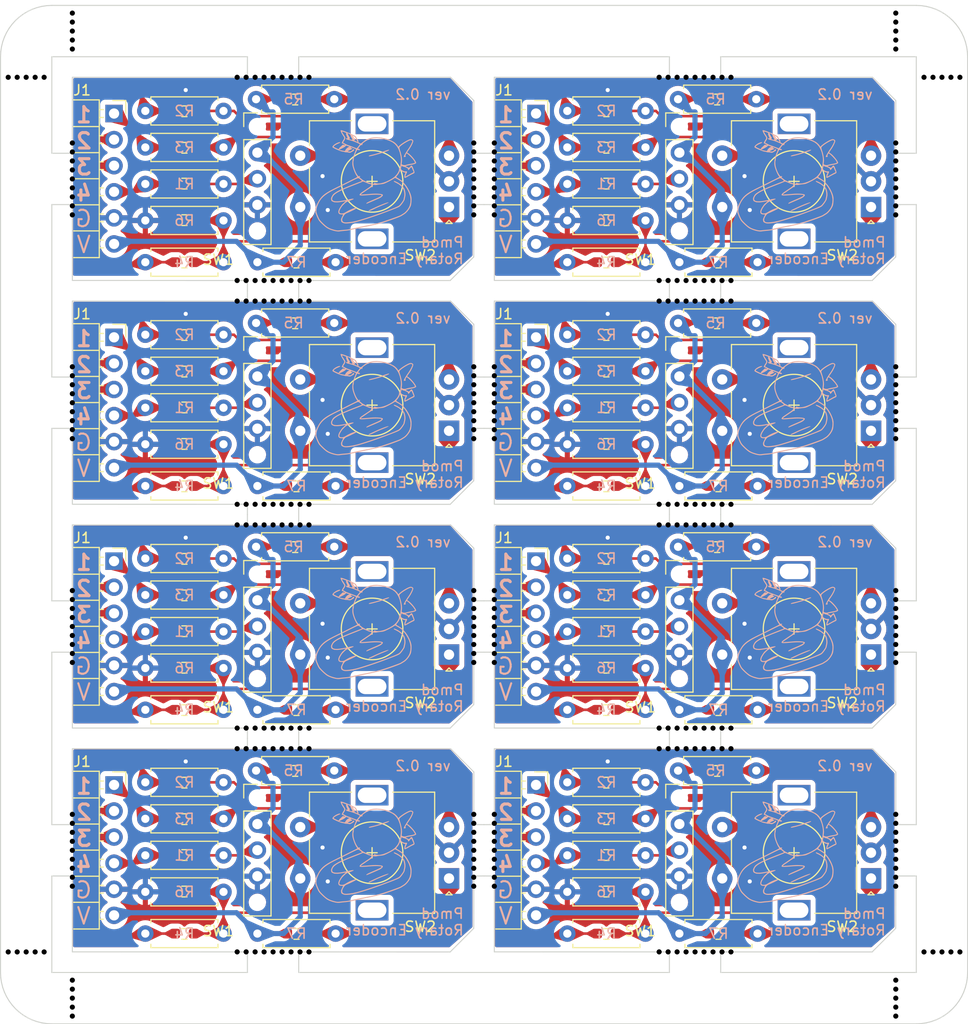
<source format=kicad_pcb>
(kicad_pcb (version 20221018) (generator pcbnew)
  (layers (0 "F.Cu" signal) (31 "B.Cu" signal) (34 "B.Paste" user) (35 "F.Paste" user) (36 "B.SilkS" user "B.Silkscreen") (37 "F.SilkS" user "F.Silkscreen") (38 "B.Mask" user) (39 "F.Mask" user) (44 "Edge.Cuts" user))
  (net 0 "")
  (net 1 "Board_0-GND")
  (net 2 "Board_0-Net-(J1-Pin_1)")
  (net 3 "Board_0-Net-(J1-Pin_2)")
  (net 4 "Board_0-Net-(J1-Pin_3)")
  (net 5 "Board_0-Net-(J1-Pin_4)")
  (net 6 "Board_0-Net-(R2-Pad2)")
  (net 7 "Board_0-Net-(R3-Pad2)")
  (net 8 "Board_0-Net-(R4-Pad2)")
  (net 9 "Board_0-Net-(SW1-B)")
  (net 10 "Board_0-VCC")
  (net 11 "Board_1-GND")
  (net 12 "Board_1-Net-(J1-Pin_1)")
  (net 13 "Board_1-Net-(J1-Pin_2)")
  (net 14 "Board_1-Net-(J1-Pin_3)")
  (net 15 "Board_1-Net-(J1-Pin_4)")
  (net 16 "Board_1-Net-(R2-Pad2)")
  (net 17 "Board_1-Net-(R3-Pad2)")
  (net 18 "Board_1-Net-(R4-Pad2)")
  (net 19 "Board_1-Net-(SW1-B)")
  (net 20 "Board_1-VCC")
  (net 21 "Board_2-GND")
  (net 22 "Board_2-Net-(J1-Pin_1)")
  (net 23 "Board_2-Net-(J1-Pin_2)")
  (net 24 "Board_2-Net-(J1-Pin_3)")
  (net 25 "Board_2-Net-(J1-Pin_4)")
  (net 26 "Board_2-Net-(R2-Pad2)")
  (net 27 "Board_2-Net-(R3-Pad2)")
  (net 28 "Board_2-Net-(R4-Pad2)")
  (net 29 "Board_2-Net-(SW1-B)")
  (net 30 "Board_2-VCC")
  (net 31 "Board_3-GND")
  (net 32 "Board_3-Net-(J1-Pin_1)")
  (net 33 "Board_3-Net-(J1-Pin_2)")
  (net 34 "Board_3-Net-(J1-Pin_3)")
  (net 35 "Board_3-Net-(J1-Pin_4)")
  (net 36 "Board_3-Net-(R2-Pad2)")
  (net 37 "Board_3-Net-(R3-Pad2)")
  (net 38 "Board_3-Net-(R4-Pad2)")
  (net 39 "Board_3-Net-(SW1-B)")
  (net 40 "Board_3-VCC")
  (net 41 "Board_4-GND")
  (net 42 "Board_4-Net-(J1-Pin_1)")
  (net 43 "Board_4-Net-(J1-Pin_2)")
  (net 44 "Board_4-Net-(J1-Pin_3)")
  (net 45 "Board_4-Net-(J1-Pin_4)")
  (net 46 "Board_4-Net-(R2-Pad2)")
  (net 47 "Board_4-Net-(R3-Pad2)")
  (net 48 "Board_4-Net-(R4-Pad2)")
  (net 49 "Board_4-Net-(SW1-B)")
  (net 50 "Board_4-VCC")
  (net 51 "Board_5-GND")
  (net 52 "Board_5-Net-(J1-Pin_1)")
  (net 53 "Board_5-Net-(J1-Pin_2)")
  (net 54 "Board_5-Net-(J1-Pin_3)")
  (net 55 "Board_5-Net-(J1-Pin_4)")
  (net 56 "Board_5-Net-(R2-Pad2)")
  (net 57 "Board_5-Net-(R3-Pad2)")
  (net 58 "Board_5-Net-(R4-Pad2)")
  (net 59 "Board_5-Net-(SW1-B)")
  (net 60 "Board_5-VCC")
  (net 61 "Board_6-GND")
  (net 62 "Board_6-Net-(J1-Pin_1)")
  (net 63 "Board_6-Net-(J1-Pin_2)")
  (net 64 "Board_6-Net-(J1-Pin_3)")
  (net 65 "Board_6-Net-(J1-Pin_4)")
  (net 66 "Board_6-Net-(R2-Pad2)")
  (net 67 "Board_6-Net-(R3-Pad2)")
  (net 68 "Board_6-Net-(R4-Pad2)")
  (net 69 "Board_6-Net-(SW1-B)")
  (net 70 "Board_6-VCC")
  (net 71 "Board_7-GND")
  (net 72 "Board_7-Net-(J1-Pin_1)")
  (net 73 "Board_7-Net-(J1-Pin_2)")
  (net 74 "Board_7-Net-(J1-Pin_3)")
  (net 75 "Board_7-Net-(J1-Pin_4)")
  (net 76 "Board_7-Net-(R2-Pad2)")
  (net 77 "Board_7-Net-(R3-Pad2)")
  (net 78 "Board_7-Net-(R4-Pad2)")
  (net 79 "Board_7-Net-(SW1-B)")
  (net 80 "Board_7-VCC")
  (footprint "NPTH" (layer "F.Cu") (at 108.3762 23.375)
    (fp_text reference "REF**" hide)
    (fp_text value "NPTH" hide)
  )
  (footprint "Rotary_Encoder:RotaryEncoder_Alps_EC11E-Switch_Vertical_H20mm" (layer "F.Cu") (at 145.0862 61.429704 180)
    (fp_text reference "SW2")
    (fp_text value "RotaryEncoder_Switch" hide)
  )
  (footprint "NPTH" (layer "F.Cu") (at 149.5 40.397552)
    (fp_text reference "REF**" hide)
    (fp_text value "NPTH" hide)
  )
  (footprint "NPTH" (layer "F.Cu") (at 131.4381 92.385312)
    (fp_text reference "REF**" hide)
    (fp_text value "NPTH" hide)
  )
  (footprint "NPTH" (layer "F.Cu") (at 108.3762 100.532864)
    (fp_text reference "REF**" hide)
    (fp_text value "NPTH" hide)
  )
  (footprint "NPTH" (layer "F.Cu") (at 149.5 76.98776)
    (fp_text reference "REF**" hide)
    (fp_text value "NPTH" hide)
  )
  (footprint "Library:Resistor_SMD_THT" (layer "F.Cu") (at 164.232 59.183704 180)
    (fp_text reference "R1")
    (fp_text value "4.7k")
  )
  (footprint "NPTH" (layer "F.Cu") (at 166.4369 46.790511)
    (fp_text reference "REF**" hide)
    (fp_text value "NPTH" hide)
  )
  (footprint "NPTH" (layer "F.Cu") (at 131.438099 46.791926)
    (fp_text reference "REF**" hide)
    (fp_text value "NPTH" hide)
  )
  (footprint "NPTH" (layer "F.Cu") (at 108.3762 34.272552)
    (fp_text reference "REF**" hide)
    (fp_text value "NPTH" hide)
  )
  (footprint "NPTH" (layer "F.Cu") (at 149.5 78.73776)
    (fp_text reference "REF**" hide)
    (fp_text value "NPTH" hide)
  )
  (footprint "NPTH" (layer "F.Cu") (at 149.5 105.782864)
    (fp_text reference "REF**" hide)
    (fp_text value "NPTH" hide)
  )
  (footprint "NPTH" (layer "F.Cu") (at 103.8762 112.180416)
    (fp_text reference "REF**" hide)
    (fp_text value "NPTH" hide)
  )
  (footprint "Library:Resistor_SMD_THT" (layer "F.Cu") (at 164.232 106.329912 180)
    (fp_text reference "R6")
    (fp_text value "4.7k")
  )
  (footprint "NPTH" (layer "F.Cu") (at 165.5619 68.585413)
    (fp_text reference "REF**" hide)
    (fp_text value "NPTH" hide)
  )
  (footprint "NPTH" (layer "F.Cu") (at 167.3119 48.795104)
    (fp_text reference "REF**" hide)
    (fp_text value "NPTH" hide)
  )
  (footprint "NPTH" (layer "F.Cu") (at 127.0631 70.590208)
    (fp_text reference "REF**" hide)
    (fp_text value "NPTH" hide)
  )
  (footprint "NPTH" (layer "F.Cu") (at 126.188101 112.176025)
    (fp_text reference "REF**" hide)
    (fp_text value "NPTH" hide)
  )
  (footprint "NPTH" (layer "F.Cu") (at 188.6238 23.375)
    (fp_text reference "REF**" hide)
    (fp_text value "NPTH" hide)
  )
  (footprint "NPTH" (layer "F.Cu") (at 149.5 99.657864)
    (fp_text reference "REF**" hide)
    (fp_text value "NPTH" hide)
  )
  (footprint "NPTH" (layer "F.Cu") (at 188.619444 59.567655)
    (fp_text reference "REF**" hide)
    (fp_text value "NPTH" hide)
  )
  (footprint "NPTH" (layer "F.Cu") (at 188.62034 101.407864)
    (fp_text reference "REF**" hide)
    (fp_text value "NPTH" hide)
  )
  (footprint "NPTH" (layer "F.Cu") (at 124.438101 68.585413)
    (fp_text reference "REF**" hide)
    (fp_text value "NPTH" hide)
  )
  (footprint "NPTH" (layer "F.Cu") (at 169.0619 46.791117)
    (fp_text reference "REF**" hide)
    (fp_text value "NPTH" hide)
  )
  (footprint "Rotary_Encoder:RotaryEncoder_Alps_EC11E-Switch_Vertical_H20mm" (layer "F.Cu") (at 186.21 61.429704 180)
    (fp_text reference "SW2")
    (fp_text value "RotaryEncoder_Switch" hide)
  )
  (footprint "NPTH" (layer "F.Cu") (at 188.6238 114.930416)
    (fp_text reference "REF**" hide)
    (fp_text value "NPTH" hide)
  )
  (footprint "NPTH" (layer "F.Cu") (at 193.9988 112.180416)
    (fp_text reference "REF**" hide)
    (fp_text value "NPTH" hide)
  )
  (footprint "NPTH" (layer "F.Cu") (at 147.497436 56.067656)
    (fp_text reference "REF**" hide)
    (fp_text value "NPTH" hide)
  )
  (footprint "NPTH" (layer "F.Cu") (at 188.618548 61.317655)
    (fp_text reference "REF**" hide)
    (fp_text value "NPTH" hide)
  )
  (footprint "NPTH" (layer "F.Cu") (at 170.811899 112.176834)
    (fp_text reference "REF**" hide)
    (fp_text value "NPTH" hide)
  )
  (footprint "Library:Resistor_SMD_THT" (layer "F.Cu") (at 156.612 110.393912)
    (fp_text reference "R4")
    (fp_text value "4.7k")
  )
  (footprint "NPTH" (layer "F.Cu") (at 131.4381 48.795104)
    (fp_text reference "REF**" hide)
    (fp_text value "NPTH" hide)
  )
  (footprint "NPTH" (layer "F.Cu") (at 168.1869 48.795104)
    (fp_text reference "REF**" hide)
    (fp_text value "NPTH" hide)
  )
  (footprint "NPTH" (layer "F.Cu") (at 108.3762 39.522552)
    (fp_text reference "REF**" hide)
    (fp_text value "NPTH" hide)
  )
  (footprint "NPTH" (layer "F.Cu") (at 147.496092 102.282864)
    (fp_text reference "REF**" hide)
    (fp_text value "NPTH" hide)
  )
  (footprint "NPTH" (layer "F.Cu") (at 130.563099 46.791724)
    (fp_text reference "REF**" hide)
    (fp_text value "NPTH" hide)
  )
  (footprint "NPTH" (layer "F.Cu") (at 149.5 61.317656)
    (fp_text reference "REF**" hide)
    (fp_text value "NPTH" hide)
  )
  (footprint "NPTH" (layer "F.Cu") (at 169.9369 48.795104)
    (fp_text reference "REF**" hide)
    (fp_text value "NPTH" hide)
  )
  (footprint "NPTH" (layer "F.Cu") (at 131.438099 68.58703)
    (fp_text reference "REF**" hide)
    (fp_text value "NPTH" hide)
  )
  (footprint "NPTH" (layer "F.Cu") (at 108.3762 80.48776)
    (fp_text reference "REF**" hide)
    (fp_text value "NPTH" hide)
  )
  (footprint "NPTH" (layer "F.Cu") (at 108.3762 62.192656)
    (fp_text reference "REF**" hide)
    (fp_text value "NPTH" hide)
  )
  (footprint "Library:Resistor_SMD_THT" (layer "F.Cu") (at 126.2832 94.518912)
    (fp_text reference "R5")
    (fp_text value "4.7k")
  )
  (footprint "NPTH" (layer "F.Cu") (at 188.619444 81.362759)
    (fp_text reference "REF**" hide)
    (fp_text value "NPTH" hide)
  )
  (footprint "Library:Resistor_SMD_THT" (layer "F.Cu") (at 167.407 94.518912)
    (fp_text reference "R5")
    (fp_text value "4.7k")
  )
  (footprint "Connector_PinHeader_2.54mm:PinHeader_1x05_P2.54mm_Vertical" (layer "F.Cu") (at 126.4102 53.595704)
    (fp_text reference "SW1")
    (fp_text value "SW_SPDT")
  )
  (footprint "NPTH" (layer "F.Cu") (at 108.3762 35.147552)
    (fp_text reference "REF**" hide)
    (fp_text value "NPTH" hide)
  )
  (footprint "NPTH" (layer "F.Cu") (at 127.0631 92.385312)
    (fp_text reference "REF**" hide)
    (fp_text value "NPTH" hide)
  )
  (footprint "NPTH" (layer "F.Cu") (at 147.4943 62.192655)
    (fp_text reference "REF**" hide)
    (fp_text value "NPTH" hide)
  )
  (footprint "NPTH" (layer "F.Cu") (at 128.813099 90.381527)
    (fp_text reference "REF**" hide)
    (fp_text value "NPTH" hide)
  )
  (footprint "Library:Pmod6" (layer "F.Cu") (at 112.4402 74.120808)
    (fp_text reference "J1")
    (fp_text value "~" hide)
  )
  (footprint "NPTH" (layer "F.Cu") (at 149.5 98.782864)
    (fp_text reference "REF**" hide)
    (fp_text value "NPTH" hide)
  )
  (footprint "NPTH" (layer "F.Cu") (at 147.495196 38.647551)
    (fp_text reference "REF**" hide)
    (fp_text value "NPTH" hide)
  )
  (footprint "NPTH" (layer "F.Cu") (at 147.496092 80.48776)
    (fp_text reference "REF**" hide)
    (fp_text value "NPTH" hide)
  )
  (footprint "NPTH" (layer "F.Cu") (at 108.3762 102.282864)
    (fp_text reference "REF**" hide)
    (fp_text value "NPTH" hide)
  )
  (footprint "NPTH" (layer "F.Cu") (at 169.936899 112.176631)
    (fp_text reference "REF**" hide)
    (fp_text value "NPTH" hide)
  )
  (footprint "NPTH" (layer "F.Cu") (at 149.5 77.86276)
    (fp_text reference "REF**" hide)
    (fp_text value "NPTH" hide)
  )
  (footprint "NPTH" (layer "F.Cu") (at 168.1869 46.790915)
    (fp_text reference "REF**" hide)
    (fp_text value "NPTH" hide)
  )
  (footprint "Library:Pmod6" (layer "F.Cu") (at 112.4402 52.325704)
    (fp_text reference "J1")
    (fp_text value "~" hide)
  )
  (footprint "NPTH" (layer "F.Cu") (at 147.496092 58.692656)
    (fp_text reference "REF**" hide)
    (fp_text value "NPTH" hide)
  )
  (footprint "NPTH" (layer "F.Cu") (at 108.3762 114.930416)
    (fp_text reference "REF**" hide)
    (fp_text value "NPTH" hide)
  )
  (footprint "NPTH" (layer "F.Cu") (at 147.4943 83.987759)
    (fp_text reference "REF**" hide)
    (fp_text value "NPTH" hide)
  )
  (footprint "NPTH" (layer "F.Cu") (at 149.5 57.817656)
    (fp_text reference "REF**" hide)
    (fp_text value "NPTH" hide)
  )
  (footprint "NPTH" (layer "F.Cu") (at 172.561899 90.382134)
    (fp_text reference "REF**" hide)
    (fp_text value "NPTH" hide)
  )
  (footprint "Library:Pmod6" (layer "F.Cu") (at 153.564 95.915912)
    (fp_text reference "J1")
    (fp_text value "~" hide)
  )
  (footprint "NPTH" (layer "F.Cu") (at 165.5619 48.795104)
    (fp_text reference "REF**" hide)
    (fp_text value "NPTH" hide)
  )
  (footprint "Library:Resistor_SMD_THT" (layer "F.Cu") (at 156.612 88.598808)
    (fp_text reference "R4")
    (fp_text value "4.7k")
  )
  (footprint "NPTH" (layer "F.Cu") (at 165.5619 70.590208)
    (fp_text reference "REF**" hide)
    (fp_text value "NPTH" hide)
  )
  (footprint "NPTH" (layer "F.Cu") (at 108.3762 99.657864)
    (fp_text reference "REF**" hide)
    (fp_text value "NPTH" hide)
  )
  (footprint "NPTH" (layer "F.Cu") (at 165.5619 46.790309)
    (fp_text reference "REF**" hide)
    (fp_text value "NPTH" hide)
  )
  (footprint "NPTH" (layer "F.Cu") (at 171.6869 92.385312)
    (fp_text reference "REF**" hide)
    (fp_text value "NPTH" hide)
  )
  (footprint "NPTH" (layer "F.Cu") (at 147.497884 98.782864)
    (fp_text reference "REF**" hide)
    (fp_text value "NPTH" hide)
  )
  (footprint "NPTH" (layer "F.Cu") (at 108.3762 24.25)
    (fp_text reference "REF**" hide)
    (fp_text value "NPTH" hide)
  )
  (footprint "NPTH" (layer "F.Cu") (at 127.9381 92.385312)
    (fp_text reference "REF**" hide)
    (fp_text value "NPTH" hide)
  )
  (footprint "NPTH" (layer "F.Cu") (at 130.5631 92.385312)
    (fp_text reference "REF**" hide)
    (fp_text value "NPTH" hide)
  )
  (footprint "NPTH" (layer "F.Cu") (at 108.3762 104.907864)
    (fp_text reference "REF**" hide)
    (fp_text value "NPTH" hide)
  )
  (footprint "NPTH" (layer "F.Cu") (at 147.496092 36.897552)
    (fp_text reference "REF**" hide)
    (fp_text value "NPTH" hide)
  )
  (footprint "NPTH" (layer "F.Cu") (at 147.495644 59.567655)
    (fp_text reference "REF**" hide)
    (fp_text value "NPTH" hide)
  )
  (footprint "NPTH" (layer "F.Cu") (at 171.6869 48.795104)
    (fp_text reference "REF**" hide)
    (fp_text value "NPTH" hide)
  )
  (footprint "NPTH" (layer "F.Cu") (at 171.686899 112.177036)
    (fp_text reference "REF**" hide)
    (fp_text value "NPTH" hide)
  )
  (footprint "NPTH" (layer "F.Cu") (at 168.1869 112.176227)
    (fp_text reference "REF**" hide)
    (fp_text value "NPTH" hide)
  )
  (footprint "NPTH" (layer "F.Cu") (at 124.438101 112.175621)
    (fp_text reference "REF**" hide)
    (fp_text value "NPTH" hide)
  )
  (footprint "NPTH" (layer "F.Cu") (at 108.3762 36.022552)
    (fp_text reference "REF**" hide)
    (fp_text value "NPTH" hide)
  )
  (footprint "NPTH" (layer "F.Cu") (at 130.563099 112.177036)
    (fp_text reference "REF**" hide)
    (fp_text value "NPTH" hide)
  )
  (footprint "NPTH" (layer "F.Cu") (at 169.936899 90.381527)
    (fp_text reference "REF**" hide)
    (fp_text value "NPTH" hide)
  )
  (footprint "Library:Resistor_SMD_THT" (layer "F.Cu") (at 115.4882 55.627704)
    (fp_text reference "R3")
    (fp_text value "4.7k")
  )
  (footprint "NPTH" (layer "F.Cu") (at 149.5 37.772552)
    (fp_text reference "REF**" hide)
    (fp_text value "NPTH" hide)
  )
  (footprint "NPTH" (layer "F.Cu") (at 166.4369 27)
    (fp_text reference "REF**" hide)
    (fp_text value "NPTH" hide)
  )
  (footprint "NPTH" (layer "F.Cu") (at 108.3762 115.805416)
    (fp_text reference "REF**" hide)
    (fp_text value "NPTH" hide)
  )
  (footprint "NPTH" (layer "F.Cu") (at 149.5 101.407864)
    (fp_text reference "REF**" hide)
    (fp_text value "NPTH" hide)
  )
  (footprint "NPTH" (layer "F.Cu") (at 149.5 83.11276)
    (fp_text reference "REF**" hide)
    (fp_text value "NPTH" hide)
  )
  (footprint "NPTH" (layer "F.Cu") (at 129.688099 90.38173)
    (fp_text reference "REF**" hide)
    (fp_text value "NPTH" hide)
  )
  (footprint "NPTH" (layer "F.Cu") (at 129.688099 46.791522)
    (fp_text reference "REF**" hide)
    (fp_text value "NPTH" hide)
  )
  (footprint "NPTH" (layer "F.Cu") (at 108.3762 37.772552)
    (fp_text reference "REF**" hide)
    (fp_text value "NPTH" hide)
  )
  (footprint "Rotary_Encoder:RotaryEncoder_Alps_EC11E-Switch_Vertical_H20mm" (layer "F.Cu") (at 145.0862 105.019912 180)
    (fp_text reference "SW2")
    (fp_text value "RotaryEncoder_Switch" hide)
  )
  (footprint "NPTH" (layer "F.Cu") (at 108.3762 101.407864)
    (fp_text reference "REF**" hide)
    (fp_text value "NPTH" hide)
  )
  (footprint "NPTH" (layer "F.Cu") (at 149.5 80.48776)
    (fp_text reference "REF**" hide)
    (fp_text value "NPTH" hide)
  )
  (footprint "NPTH" (layer "F.Cu") (at 167.3119 46.790713)
    (fp_text reference "REF**" hide)
    (fp_text value "NPTH" hide)
  )
  (footprint "NPTH" (layer "F.Cu") (at 188.6181 83.987759)
    (fp_text reference "REF**" hide)
    (fp_text value "NPTH" hide)
  )
  (footprint "NPTH" (layer "F.Cu") (at 172.5619 70.590208)
    (fp_text reference "REF**" hide)
    (fp_text value "NPTH" hide)
  )
  (footprint "NPTH" (layer "F.Cu") (at 149.5 58.692656)
    (fp_text reference "REF**" hide)
    (fp_text value "NPTH" hide)
  )
  (footprint "NPTH" (layer "F.Cu") (at 108.3762 58.692656)
    (fp_text reference "REF**" hide)
    (fp_text value "NPTH" hide)
  )
  (footprint "NPTH" (layer "F.Cu") (at 127.9381 90.381325)
    (fp_text reference "REF**" hide)
    (fp_text value "NPTH" hide)
  )
  (footprint "NPTH" (layer "F.Cu") (at 129.688099 112.176834)
    (fp_text reference "REF**" hide)
    (fp_text value "NPTH" hide)
  )
  (footprint "Library:Resistor_SMD_THT" (layer "F.Cu") (at 123.1082 84.534808 180)
    (fp_text reference "R6")
    (fp_text value "4.7k")
  )
  (footprint "NPTH" (layer "F.Cu") (at 127.0631 27)
    (fp_text reference "REF**" hide)
    (fp_text value "NPTH" hide)
  )
  (footprint "NPTH" (layer "F.Cu") (at 188.619892 58.692656)
    (fp_text reference "REF**" hide)
    (fp_text value "NPTH" hide)
  )
  (footprint "NPTH" (layer "F.Cu") (at 172.561899 112.177238)
    (fp_text reference "REF**" hide)
    (fp_text value "NPTH" hide)
  )
  (footprint "NPTH" (layer "F.Cu") (at 168.1869 27)
    (fp_text reference "REF**" hide)
    (fp_text value "NPTH" hide)
  )
  (footprint "NPTH" (layer "F.Cu") (at 126.188101 90.380921)
    (fp_text reference "REF**" hide)
    (fp_text value "NPTH" hide)
  )
  (footprint "Library:Pmod6" (layer "F.Cu") (at 153.564 74.120808)
    (fp_text reference "J1")
    (fp_text value "~" hide)
  )
  (footprint "NPTH" (layer "F.Cu") (at 108.3762 77.86276)
    (fp_text reference "REF**" hide)
    (fp_text value "NPTH" hide)
  )
  (footprint "NPTH" (layer "F.Cu") (at 124.4381 27)
    (fp_text reference "REF**" hide)
    (fp_text value "NPTH" hide)
  )
  (footprint "NPTH" (layer "F.Cu") (at 131.438099 112.177238)
    (fp_text reference "REF**" hide)
    (fp_text value "NPTH" hide)
  )
  (footprint "Library:Resistor_SMD_THT" (layer "F.Cu") (at 167.407 50.928704)
    (fp_text reference "R5")
    (fp_text value "4.7k")
  )
  (footprint "Library:Resistor_SMD_THT" (layer "F.Cu") (at 126.2832 29.1336)
    (fp_text reference "R5")
    (fp_text value "4.7k")
  )
  (footprint "NPTH" (layer "F.Cu") (at 147.495644 103.157863)
    (fp_text reference "REF**" hide)
    (fp_text value "NPTH" hide)
  )
  (footprint "NPTH" (layer "F.Cu") (at 147.496988 78.73776)
    (fp_text reference "REF**" hide)
    (fp_text value "NPTH" hide)
  )
  (footprint "NPTH" (layer "F.Cu") (at 188.621236 99.657864)
    (fp_text reference "REF**" hide)
    (fp_text value "NPTH" hide)
  )
  (footprint "Library:Resistor_SMD_THT" (layer "F.Cu") (at 126.2832 50.928704)
    (fp_text reference "R5")
    (fp_text value "4.7k")
  )
  (footprint "NPTH" (layer "F.Cu") (at 103.0012 112.180416)
    (fp_text reference "REF**" hide)
    (fp_text value "NPTH" hide)
  )
  (footprint "NPTH" (layer "F.Cu") (at 188.6181 105.782863)
    (fp_text reference "REF**" hide)
    (fp_text value "NPTH" hide)
  )
  (footprint "NPTH" (layer "F.Cu") (at 108.3762 104.032864)
    (fp_text reference "REF**" hide)
    (fp_text value "NPTH" hide)
  )
  (footprint "NPTH" (layer "F.Cu") (at 104.7512 27)
    (fp_text reference "REF**" hide)
    (fp_text value "NPTH" hide)
  )
  (footprint "Library:Resistor_SMD_THT" (layer "F.Cu") (at 156.612 95.661912)
    (fp_text reference "R2")
    (fp_text value "4.7k")
  )
  (footprint "NPTH" (layer "F.Cu") (at 188.618996 104.032863)
    (fp_text reference "REF**" hide)
    (fp_text value "NPTH" hide)
  )
  (footprint "NPTH" (layer "F.Cu") (at 188.618996 60.442655)
    (fp_text reference "REF**" hide)
    (fp_text value "NPTH" hide)
  )
  (footprint "NPTH" (layer "F.Cu") (at 166.4369 70.590208)
    (fp_text reference "REF**" hide)
    (fp_text value "NPTH" hide)
  )
  (footprint "NPTH" (layer "F.Cu") (at 149.5 36.022552)
    (fp_text reference "REF**" hide)
    (fp_text value "NPTH" hide)
  )
  (footprint "NPTH" (layer "F.Cu") (at 149.5 56.942656)
    (fp_text reference "REF**" hide)
    (fp_text value "NPTH" hide)
  )
  (footprint "NPTH" (layer "F.Cu") (at 169.9369 92.385312)
    (fp_text reference "REF**" hide)
    (fp_text value "NPTH" hide)
  )
  (footprint "NPTH" (layer "F.Cu") (at 188.620788 100.532864)
    (fp_text reference "REF**" hide)
    (fp_text value "NPTH" hide)
  )
  (footprint "Library:Resistor_SMD_THT" (layer "F.Cu") (at 164.232 84.534808 180)
    (fp_text reference "R6")
    (fp_text value "4.7k")
  )
  (footprint "NPTH" (layer "F.Cu") (at 149.5 83.98776)
    (fp_text reference "REF**" hide)
    (fp_text value "NPTH" hide)
  )
  (footprint "NPTH" (layer "F.Cu") (at 129.6881 92.385312)
    (fp_text reference "REF**" hide)
    (fp_text value "NPTH" hide)
  )
  (footprint "NPTH" (layer "F.Cu") (at 165.5619 112.175621)
    (fp_text reference "REF**" hide)
    (fp_text value "NPTH" hide)
  )
  (footprint "NPTH" (layer "F.Cu") (at 108.3762 83.11276)
    (fp_text reference "REF**" hide)
    (fp_text value "NPTH" hide)
  )
  (footprint "NPTH" (layer "F.Cu") (at 165.5619 92.385312)
    (fp_text reference "REF**" hide)
    (fp_text value "NPTH" hide)
  )
  (footprint "NPTH" (layer "F.Cu") (at 108.3762 38.647552)
    (fp_text reference "REF**" hide)
    (fp_text value "NPTH" hide)
  )
  (footprint "Rotary_Encoder:RotaryEncoder_Alps_EC11E-Switch_Vertical_H20mm" (layer "F.Cu") (at 186.21 39.6346 180)
    (fp_text reference "SW2")
    (fp_text value "RotaryEncoder_Switch" hide)
  )
  (footprint "NPTH" (layer "F.Cu") (at 149.5 34.272552)
    (fp_text reference "REF**" hide)
    (fp_text value "NPTH" hide)
  )
  (footprint "Library:Resistor_SMD_THT" (layer "F.Cu") (at 167.407 29.1336)
    (fp_text reference "R5")
    (fp_text value "4.7k")
  )
  (footprint "NPTH" (layer "F.Cu") (at 191.3738 27)
    (fp_text reference "REF**" hide)
    (fp_text value "NPTH" hide)
  )
  (footprint "NPTH" (layer "F.Cu") (at 188.618548 104.907863)
    (fp_text reference "REF**" hide)
    (fp_text value "NPTH" hide)
  )
  (footprint "Library:Resistor_SMD_THT" (layer "F.Cu") (at 126.4102 88.598808)
    (fp_text reference "R7")
    (fp_text value "4.7k")
  )
  (footprint "NPTH" (layer "F.Cu") (at 169.0619 90.381325)
    (fp_text reference "REF**" hide)
    (fp_text value "NPTH" hide)
  )
  (footprint "Library:Resistor_SMD_THT" (layer "F.Cu") (at 123.1082 80.978808 180)
    (fp_text reference "R1")
    (fp_text value "4.7k")
  )
  (footprint "NPTH" (layer "F.Cu") (at 170.811899 46.791522)
    (fp_text reference "REF**" hide)
    (fp_text value "NPTH" hide)
  )
  (footprint "NPTH" (layer "F.Cu") (at 170.8119 27)
    (fp_text reference "REF**" hide)
    (fp_text value "NPTH" hide)
  )
  (footprint "NPTH" (layer "F.Cu") (at 130.5631 48.795104)
    (fp_text reference "REF**" hide)
    (fp_text value "NPTH" hide)
  )
  (footprint "NPTH" (layer "F.Cu") (at 108.3762 81.36276)
    (fp_text reference "REF**" hide)
    (fp_text value "NPTH" hide)
  )
  (footprint "NPTH" (layer "F.Cu") (at 188.619444 103.157863)
    (fp_text reference "REF**" hide)
    (fp_text value "NPTH" hide)
  )
  (footprint "NPTH" (layer "F.Cu") (at 168.1869 90.381123)
    (fp_text reference "REF**" hide)
    (fp_text value "NPTH" hide)
  )
  (footprint "NPTH" (layer "F.Cu") (at 108.3762 76.98776)
    (fp_text reference "REF**" hide)
    (fp_text value "NPTH" hide)
  )
  (footprint "NPTH" (layer "F.Cu") (at 147.49654 36.022553)
    (fp_text reference "REF**" hide)
    (fp_text value "NPTH" hide)
  )
  (footprint "NPTH" (layer "F.Cu") (at 108.3762 40.397552)
    (fp_text reference "REF**" hide)
    (fp_text value "NPTH" hide)
  )
  (footprint "NPTH" (layer "F.Cu") (at 193.1238 112.180416)
    (fp_text reference "REF**" hide)
    (fp_text value "NPTH" hide)
  )
  (footprint "NPTH" (layer "F.Cu") (at 172.5619 27)
    (fp_text reference "REF**" hide)
    (fp_text value "NPTH" hide)
  )
  (footprint "NPTH" (layer "F.Cu") (at 188.621684 33.397553)
    (fp_text reference "REF**" hide)
    (fp_text value "NPTH" hide)
  )
  (footprint "NPTH" (layer "F.Cu") (at 129.6881 27)
    (fp_text reference "REF**" hide)
    (fp_text value "NPTH" hide)
  )
  (footprint "NPTH" (layer "F.Cu") (at 125.313101 68.585615)
    (fp_text reference "REF**" hide)
    (fp_text value "NPTH" hide)
  )
  (footprint "NPTH" (layer "F.Cu") (at 170.8119 92.385312)
    (fp_text reference "REF**" hide)
    (fp_text value "NPTH" hide)
  )
  (footprint "NPTH" (layer "F.Cu") (at 125.313101 90.380719)
    (fp_text reference "REF**" hide)
    (fp_text value "NPTH" hide)
  )
  (footprint "NPTH" (layer "F.Cu") (at 149.5 81.36276)
    (fp_text reference "REF**" hide)
    (fp_text value "NPTH" hide)
  )
  (footprint "Library:Resistor_SMD_THT" (layer "F.Cu") (at 123.1082 40.9446 180)
    (fp_text reference "R6")
    (fp_text value "4.7k")
  )
  (footprint "NPTH" (layer "F.Cu") (at 188.618548 83.112759)
    (fp_text reference "REF**" hide)
    (fp_text value "NPTH" hide)
  )
  (footprint "NPTH" (layer "F.Cu") (at 147.4943 105.782863)
    (fp_text reference "REF**" hide)
    (fp_text value "NPTH" hide)
  )
  (footprint "NPTH" (layer "F.Cu") (at 127.9381 46.791117)
    (fp_text reference "REF**" hide)
    (fp_text value "NPTH" hide)
  )
  (footprint "NPTH" (layer "F.Cu") (at 167.3119 68.585817)
    (fp_text reference "REF**" hide)
    (fp_text value "NPTH" hide)
  )
  (footprint "NPTH" (layer "F.Cu") (at 125.3131 27)
    (fp_text reference "REF**" hide)
    (fp_text value "NPTH" hide)
  )
  (footprint "Library:Resistor_SMD_THT" (layer "F.Cu") (at 156.612 73.866808)
    (fp_text reference "R2")
    (fp_text value "4.7k")
  )
  (footprint "NPTH" (layer "F.Cu") (at 149.5 36.897552)
    (fp_text reference "REF**" hide)
    (fp_text value "NPTH" hide)
  )
  (footprint "NPTH" (layer "F.Cu") (at 172.561899 68.58703)
    (fp_text reference "REF**" hide)
    (fp_text value "NPTH" hide)
  )
  (footprint "NPTH" (layer "F.Cu") (at 128.8131 70.590208)
    (fp_text reference "REF**" hide)
    (fp_text value "NPTH" hide)
  )
  (footprint "Library:Resistor_SMD_THT" (layer "F.Cu") (at 123.1082 102.773912 180)
    (fp_text reference "R1")
    (fp_text value "4.7k")
  )
  (footprint "NPTH" (layer "F.Cu") (at 124.4381 92.385312)
    (fp_text reference "REF**" hide)
    (fp_text value "NPTH" hide)
  )
  (footprint "NPTH" (layer "F.Cu") (at 126.1881 70.590208)
    (fp_text reference "REF**" hide)
    (fp_text value "NPTH" hide)
  )
  (footprint "NPTH" (layer "F.Cu") (at 149.5 79.61276)
    (fp_text reference "REF**" hide)
    (fp_text value "NPTH" hide)
  )
  (footprint "Library:Resistor_SMD_THT" (layer "F.Cu") (at 156.612 99.217912)
    (fp_text reference "R3")
    (fp_text value "4.7k")
  )
  (footprint "NPTH" (layer "F.Cu") (at 108.3762 78.73776)
    (fp_text reference "REF**" hide)
    (fp_text value "NPTH" hide)
  )
  (footprint "NPTH" (layer "F.Cu") (at 188.6238 117.555416)
    (fp_text reference "REF**" hide)
    (fp_text value "NPTH" hide)
  )
  (footprint "NPTH" (layer "F.Cu") (at 108.3762 61.317656)
    (fp_text reference "REF**" hide)
    (fp_text value "NPTH" hide)
  )
  (footprint "NPTH" (layer "F.Cu") (at 124.438101 90.380517)
    (fp_text reference "REF**" hide)
    (fp_text value "NPTH" hide)
  )
  (footprint "NPTH" (layer "F.Cu") (at 188.620788 78.73776)
    (fp_text reference "REF**" hide)
    (fp_text value "NPTH" hide)
  )
  (footprint "NPTH" (layer "F.Cu") (at 169.936899 68.586423)
    (fp_text reference "REF**" hide)
    (fp_text value "NPTH" hide)
  )
  (footprint "NPTH" (layer "F.Cu") (at 169.0619 48.795104)
    (fp_text reference "REF**" hide)
    (fp_text value "NPTH" hide)
  )
  (footprint "NPTH" (layer "F.Cu") (at 131.4381 70.590208)
    (fp_text reference "REF**" hide)
    (fp_text value "NPTH" hide)
  )
  (footprint "NPTH" (layer "F.Cu") (at 130.563099 90.381932)
    (fp_text reference "REF**" hide)
    (fp_text value "NPTH" hide)
  )
  (footprint "NPTH" (layer "F.Cu") (at 172.5619 48.795104)
    (fp_text reference "REF**" hide)
    (fp_text value "NPTH" hide)
  )
  (footprint "NPTH" (layer "F.Cu") (at 125.3131 92.385312)
    (fp_text reference "REF**" hide)
    (fp_text value "NPTH" hide)
  )
  (footprint "NPTH" (layer "F.Cu") (at 127.9381 27)
    (fp_text reference "REF**" hide)
    (fp_text value "NPTH" hide)
  )
  (footprint "NPTH" (layer "F.Cu") (at 127.063101 68.586019)
    (fp_text reference "REF**" hide)
    (fp_text value "NPTH" hide)
  )
  (footprint "Library:Resistor_SMD_THT" (layer "F.Cu") (at 156.612 33.8326)
    (fp_text reference "R3")
    (fp_text value "4.7k")
  )
  (footprint "NPTH" (layer "F.Cu") (at 128.8131 27)
    (fp_text reference "REF**" hide)
    (fp_text value "NPTH" hide)
  )
  (footprint "NPTH" (layer "F.Cu") (at 168.1869 92.385312)
    (fp_text reference "REF**" hide)
    (fp_text value "NPTH" hide)
  )
  (footprint "Connector_PinHeader_2.54mm:PinHeader_1x05_P2.54mm_Vertical" (layer "F.Cu") (at 167.534 53.595704)
    (fp_text reference "SW1")
    (fp_text value "SW_SPDT")
  )
  (footprint "NPTH" (layer "F.Cu") (at 188.618996 82.237759)
    (fp_text reference "REF**" hide)
    (fp_text value "NPTH" hide)
  )
  (footprint "Library:Resistor_SMD_THT" (layer "F.Cu") (at 156.612 45.0086)
    (fp_text reference "R4")
    (fp_text value "4.7k")
  )
  (footprint "NPTH" (layer "F.Cu") (at 108.3762 56.067656)
    (fp_text reference "REF**" hide)
    (fp_text value "NPTH" hide)
  )
  (footprint "NPTH" (layer "F.Cu") (at 171.686899 68.586828)
    (fp_text reference "REF**" hide)
    (fp_text value "NPTH" hide)
  )
  (footprint "NPTH" (layer "F.Cu") (at 130.563099 68.586828)
    (fp_text reference "REF**" hide)
    (fp_text value "NPTH" hide)
  )
  (footprint "NPTH" (layer "F.Cu") (at 166.4369 90.380719)
    (fp_text reference "REF**" hide)
    (fp_text value "NPTH" hide)
  )
  (footprint "NPTH" (layer "F.Cu") (at 149.5 38.647552)
    (fp_text reference "REF**" hide)
    (fp_text value "NPTH" hide)
  )
  (footprint "NPTH" (layer "F.Cu") (at 188.6181 62.192655)
    (fp_text reference "REF**" hide)
    (fp_text value "NPTH" hide)
  )
  (footprint "NPTH" (layer "F.Cu") (at 147.497884 76.98776)
    (fp_text reference "REF**" hide)
    (fp_text value "NPTH" hide)
  )
  (footprint "NPTH" (layer "F.Cu") (at 108.3762 20.75)
    (fp_text reference "REF**" hide)
    (fp_text value "NPTH" hide)
  )
  (footprint "NPTH" (layer "F.Cu") (at 147.49654 57.817656)
    (fp_text reference "REF**" hide)
    (fp_text value "NPTH" hide)
  )
  (footprint "Library:Resistor_SMD_THT" (layer "F.Cu") (at 167.534 88.598808)
    (fp_text reference "R7")
    (fp_text value "4.7k")
  )
  (footprint "Rotary_Encoder:RotaryEncoder_Alps_EC11E-Switch_Vertical_H20mm" (layer "F.Cu") (at 145.0862 83.224808 180)
    (fp_text reference "SW2")
    (fp_text value "RotaryEncoder_Switch" hide)
  )
  (footprint "NPTH" (layer "F.Cu") (at 105.6262 27)
    (fp_text reference "REF**" hide)
    (fp_text value "NPTH" hide)
  )
  (footprint "NPTH" (layer "F.Cu") (at 147.497436 99.657864)
    (fp_text reference "REF**" hide)
    (fp_text value "NPTH" hide)
  )
  (footprint "NPTH" (layer "F.Cu") (at 149.5 60.442656)
    (fp_text reference "REF**" hide)
    (fp_text value "NPTH" hide)
  )
  (footprint "NPTH" (layer "F.Cu") (at 147.494748 83.112759)
    (fp_text reference "REF**" hide)
    (fp_text value "NPTH" hide)
  )
  (footprint "NPTH" (layer "F.Cu") (at 108.3762 82.23776)
    (fp_text reference "REF**" hide)
    (fp_text value "NPTH" hide)
  )
  (footprint "NPTH" (layer "F.Cu") (at 127.063101 46.790915)
    (fp_text reference "REF**" hide)
    (fp_text value "NPTH" hide)
  )
  (footprint "NPTH" (layer "F.Cu") (at 108.3762 117.555416)
    (fp_text reference "REF**" hide)
    (fp_text value "NPTH" hide)
  )
  (footprint "NPTH" (layer "F.Cu") (at 188.621236 77.86276)
    (fp_text reference "REF**" hide)
    (fp_text value "NPTH" hide)
  )
  (footprint "NPTH" (layer "F.Cu") (at 172.5619 92.385312)
    (fp_text reference "REF**" hide)
    (fp_text value "NPTH" hide)
  )
  (footprint "NPTH" (layer "F.Cu") (at 104.7512 112.180416)
    (fp_text reference "REF**" hide)
    (fp_text value "NPTH" hide)
  )
  (footprint "Library:Resistor_SMD_THT" (layer "F.Cu") (at 115.4882 52.071704)
    (fp_text reference "R2")
    (fp_text value "4.7k")
  )
  (footprint "NPTH" (layer "F.Cu") (at 188.62034 57.817656)
    (fp_text reference "REF**" hide)
    (fp_text value "NPTH" hide)
  )
  (footprint "Library:Resistor_SMD_THT" (layer "F.Cu") (at 123.1082 59.183704 180)
    (fp_text reference "R1")
    (fp_text value "4.7k")
  )
  (footprint "Connector_PinHeader_2.54mm:PinHeader_1x05_P2.54mm_Vertical" (layer "F.Cu") (at 167.534 97.185912)
    (fp_text reference "SW1")
    (fp_text value "SW_SPDT")
  )
  (footprint "NPTH" (layer "F.Cu") (at 168.1869 70.590208)
    (fp_text reference "REF**" hide)
    (fp_text value "NPTH" hide)
  )
  (footprint "NPTH" (layer "F.Cu") (at 166.4369 92.385312)
    (fp_text reference "REF**" hide)
    (fp_text value "NPTH" hide)
  )
  (footprint "NPTH" (layer "F.Cu") (at 188.621684 98.782864)
    (fp_text reference "REF**" hide)
    (fp_text value "NPTH" hide)
  )
  (footprint "Library:Resistor_SMD_THT" (layer "F.Cu") (at 115.4882 77.422808)
    (fp_text reference "R3")
    (fp_text value "4.7k")
  )
  (footprint "NPTH" (layer "F.Cu") (at 103.0012 27)
    (fp_text reference "REF**" hide)
    (fp_text value "NPTH" hide)
  )
  (footprint "NPTH" (layer "F.Cu") (at 168.1869 68.586019)
    (fp_text reference "REF**" hide)
    (fp_text value "NPTH" hide)
  )
  (footprint "NPTH" (layer "F.Cu") (at 188.619444 37.772551)
    (fp_text reference "REF**" hide)
    (fp_text value "NPTH" hide)
  )
  (footprint "NPTH" (layer "F.Cu") (at 147.49654 79.61276)
    (fp_text reference "REF**" hide)
    (fp_text value "NPTH" hide)
  )
  (footprint "NPTH" (layer "F.Cu") (at 124.4381 70.590208)
    (fp_text reference "REF**" hide)
    (fp_text value "NPTH" hide)
  )
  (footprint "NPTH" (layer "F.Cu") (at 194.8738 112.180416)
    (fp_text reference "REF**" hide)
    (fp_text value "NPTH" hide)
  )
  (footprint "NPTH" (layer "F.Cu") (at 127.0631 48.795104)
    (fp_text reference "REF**" hide)
    (fp_text value "NPTH" hide)
  )
  (footprint "Rotary_Encoder:RotaryEncoder_Alps_EC11E-Switch_Vertical_H20mm" (layer "F.Cu") (at 145.0862 39.6346 180)
    (fp_text reference "SW2")
    (fp_text value "RotaryEncoder_Switch" hide)
  )
  (footprint "Library:Resistor_SMD_THT" (layer "F.Cu") (at 115.4882 33.8326)
    (fp_text reference "R3")
    (fp_text value "4.7k")
  )
  (footprint "NPTH" (layer "F.Cu") (at 108.3762 105.782864)
    (fp_text reference "REF**" hide)
    (fp_text value "NPTH" hide)
  )
  (footprint "NPTH" (layer "F.Cu") (at 147.494748 61.317655)
    (fp_text reference "REF**" hide)
    (fp_text value "NPTH" hide)
  )
  (footprint "NPTH" (layer "F.Cu") (at 170.811899 90.38173)
    (fp_text reference "REF**" hide)
    (fp_text value "NPTH" hide)
  )
  (footprint "NPTH" (layer "F.Cu") (at 171.6869 27)
    (fp_text reference "REF**" hide)
    (fp_text value "NPTH" hide)
  )
  (footprint "NPTH" (layer "F.Cu") (at 149.5 104.032864)
    (fp_text reference "REF**" hide)
    (fp_text value "NPTH" hide)
  )
  (footprint "NPTH" (layer "F.Cu") (at 147.497436 34.272553)
    (fp_text reference "REF**" hide)
    (fp_text value "NPTH" hide)
  )
  (footprint "NPTH" (layer "F.Cu") (at 108.3762 22.5)
    (fp_text reference "REF**" hide)
    (fp_text value "NPTH" hide)
  )
  (footprint "NPTH" (layer "F.Cu") (at 188.620788 35.147553)
    (fp_text reference "REF**" hide)
    (fp_text value "NPTH" hide)
  )
  (footprint "NPTH" (layer "F.Cu") (at 147.495644 81.362759)
    (fp_text reference "REF**" hide)
    (fp_text value "NPTH" hide)
  )
  (footprint "NPTH" (layer "F.Cu") (at 102.1262 112.180416)
    (fp_text reference "REF**" hide)
    (fp_text value "NPTH" hide)
  )
  (footprint "NPTH" (layer "F.Cu") (at 169.0619 27)
    (fp_text reference "REF**" hide)
    (fp_text value "NPTH" hide)
  )
  (footprint "Library:Resistor_SMD_THT" (layer "F.Cu") (at 115.4882 99.217912)
    (fp_text reference "R3")
    (fp_text value "4.7k")
  )
  (footprint "NPTH" (layer "F.Cu") (at 192.2488 27)
    (fp_text reference "REF**" hide)
    (fp_text value "NPTH" hide)
  )
  (footprint "NPTH" (layer "F.Cu") (at 108.3762 116.680416)
    (fp_text reference "REF**" hide)
    (fp_text value "NPTH" hide)
  )
  (footprint "NPTH" (layer "F.Cu") (at 147.497884 33.397553)
    (fp_text reference "REF**" hide)
    (fp_text value "NPTH" hide)
  )
  (footprint "NPTH" (layer "F.Cu") (at 188.619892 36.897552)
    (fp_text reference "REF**" hide)
    (fp_text value "NPTH" hide)
  )
  (footprint "NPTH" (layer "F.Cu") (at 166.4369 68.585615)
    (fp_text reference "REF**" hide)
    (fp_text value "NPTH" hide)
  )
  (footprint "NPTH" (layer "F.Cu") (at 108.3762 56.942656)
    (fp_text reference "REF**" hide)
    (fp_text value "NPTH" hide)
  )
  (footprint "NPTH" (layer "F.Cu") (at 125.313101 46.790511)
    (fp_text reference "REF**" hide)
    (fp_text value "NPTH" hide)
  )
  (footprint "NPTH" (layer "F.Cu") (at 129.6881 70.590208)
    (fp_text reference "REF**" hide)
    (fp_text value "NPTH" hide)
  )
  (footprint "NPTH" (layer "F.Cu") (at 165.5619 27)
    (fp_text reference "REF**" hide)
    (fp_text value "NPTH" hide)
  )
  (footprint "NPTH" (layer "F.Cu") (at 149.5 33.397552)
    (fp_text reference "REF**" hide)
    (fp_text value "NPTH" hide)
  )
  (footprint "NPTH" (layer "F.Cu") (at 124.4381 48.795104)
    (fp_text reference "REF**" hide)
    (fp_text value "NPTH" hide)
  )
  (footprint "NPTH" (layer "F.Cu") (at 193.1238 27)
    (fp_text reference "REF**" hide)
    (fp_text value "NPTH" hide)
  )
  (footprint "NPTH" (layer "F.Cu") (at 188.620788 56.942656)
    (fp_text reference "REF**" hide)
    (fp_text value "NPTH" hide)
  )
  (footprint "NPTH" (layer "F.Cu") (at 108.3762 83.98776)
    (fp_text reference "REF**" hide)
    (fp_text value "NPTH" hide)
  )
  (footprint "NPTH" (layer "F.Cu") (at 128.813099 68.586423)
    (fp_text reference "REF**" hide)
    (fp_text value "NPTH" hide)
  )
  (footprint "NPTH" (layer "F.Cu") (at 188.62034 79.61276)
    (fp_text reference "REF**" hide)
    (fp_text value "NPTH" hide)
  )
  (footprint "NPTH" (layer "F.Cu") (at 169.9369 27)
    (fp_text reference "REF**" hide)
    (fp_text value "NPTH" hide)
  )
  (footprint "NPTH" (layer "F.Cu") (at 128.813099 46.791319)
    (fp_text reference "REF**" hide)
    (fp_text value "NPTH" hide)
  )
  (footprint "NPTH" (layer "F.Cu") (at 147.497436 77.86276)
    (fp_text reference "REF**" hide)
    (fp_text value "NPTH" hide)
  )
  (footprint "NPTH" (layer "F.Cu") (at 130.5631 27)
    (fp_text reference "REF**" hide)
    (fp_text value "NPTH" hide)
  )
  (footprint "NPTH" (layer "F.Cu") (at 149.5 102.282864)
    (fp_text reference "REF**" hide)
    (fp_text value "NPTH" hide)
  )
  (footprint "Library:Resistor_SMD_THT" (layer "F.Cu") (at 115.4882 110.393912)
    (fp_text reference "R4")
    (fp_text value "4.7k")
  )
  (footprint "Library:Resistor_SMD_THT" (layer "F.Cu") (at 164.232 40.9446 180)
    (fp_text reference "R6")
    (fp_text value "4.7k")
  )
  (footprint "NPTH" (layer "F.Cu") (at 188.6238 116.680416)
    (fp_text reference "REF**" hide)
    (fp_text value "NPTH" hide)
  )
  (footprint "NPTH" (layer "F.Cu") (at 147.494748 104.907863)
    (fp_text reference "REF**" hide)
    (fp_text value "NPTH" hide)
  )
  (footprint "NPTH" (layer "F.Cu") (at 170.8119 70.590208)
    (fp_text reference "REF**" hide)
    (fp_text value "NPTH" hide)
  )
  (footprint "NPTH" (layer "F.Cu") (at 166.4369 48.795104)
    (fp_text reference "REF**" hide)
    (fp_text value "NPTH" hide)
  )
  (footprint "NPTH" (layer "F.Cu") (at 108.3762 59.567656)
    (fp_text reference "REF**" hide)
    (fp_text value "NPTH" hide)
  )
  (footprint "NPTH" (layer "F.Cu") (at 191.3738 112.180416)
    (fp_text reference "REF**" hide)
    (fp_text value "NPTH" hide)
  )
  (footprint "NPTH" (layer "F.Cu") (at 125.313101 112.175823)
    (fp_text reference "REF**" hide)
    (fp_text value "NPTH" hide)
  )
  (footprint "NPTH" (layer "F.Cu") (at 167.3119 112.176025)
    (fp_text reference "REF**" hide)
    (fp_text value "NPTH" hide)
  )
  (footprint "NPTH" (layer "F.Cu") (at 149.5 100.532864)
    (fp_text reference "REF**" hide)
    (fp_text value "NPTH" hide)
  )
  (footprint "Library:Resistor_SMD_THT" (layer "F.Cu") (at 167.534 45.0086)
    (fp_text reference "R7")
    (fp_text value "4.7k")
  )
  (footprint "NPTH" (layer "F.Cu") (at 149.5 55.192656)
    (fp_text reference "REF**" hide)
    (fp_text value "NPTH" hide)
  )
  (footprint "NPTH" (layer "F.Cu") (at 171.686899 90.381932)
    (fp_text reference "REF**" hide)
    (fp_text value "NPTH" hide)
  )
  (footprint "Library:Resistor_SMD_THT" (layer "F.Cu") (at 115.4882 73.866808)
    (fp_text reference "R2")
    (fp_text value "4.7k")
  )
  (footprint "NPTH" (layer "F.Cu") (at 167.3119 92.385312)
    (fp_text reference "REF**" hide)
    (fp_text value "NPTH" hide)
  )
  (footprint "NPTH" (layer "F.Cu") (at 127.063101 90.381123)
    (fp_text reference "REF**" hide)
    (fp_text value "NPTH" hide)
  )
  (footprint "NPTH" (layer "F.Cu") (at 169.0619 68.586221)
    (fp_text reference "REF**" hide)
    (fp_text value "NPTH" hide)
  )
  (footprint "NPTH" (layer "F.Cu") (at 108.3762 118.430416)
    (fp_text reference "REF**" hide)
    (fp_text value "NPTH" hide)
  )
  (footprint "NPTH" (layer "F.Cu") (at 167.3119 27)
    (fp_text reference "REF**" hide)
    (fp_text value "NPTH" hide)
  )
  (footprint "NPTH" (layer "F.Cu") (at 108.3762 21.625)
    (fp_text reference "REF**" hide)
    (fp_text value "NPTH" hide)
  )
  (footprint "NPTH" (layer "F.Cu") (at 147.495196 60.442655)
    (fp_text reference "REF**" hide)
    (fp_text value "NPTH" hide)
  )
  (footprint "NPTH" (layer "F.Cu") (at 147.4943 40.397551)
    (fp_text reference "REF**" hide)
    (fp_text value "NPTH" hide)
  )
  (footprint "Library:Resistor_SMD_THT" (layer "F.Cu") (at 156.612 52.071704)
    (fp_text reference "R2")
    (fp_text value "4.7k")
  )
  (footprint "NPTH" (layer "F.Cu") (at 127.9381 48.795104)
    (fp_text reference "REF**" hide)
    (fp_text value "NPTH" hide)
  )
  (footprint "NPTH" (layer "F.Cu") (at 108.3762 79.61276)
    (fp_text reference "REF**" hide)
    (fp_text value "NPTH" hide)
  )
  (footprint "NPTH" (layer "F.Cu") (at 147.496988 100.532864)
    (fp_text reference "REF**" hide)
    (fp_text value "NPTH" hide)
  )
  (footprint "NPTH" (layer "F.Cu") (at 188.6238 20.75)
    (fp_text reference "REF**" hide)
    (fp_text value "NPTH" hide)
  )
  (footprint "NPTH" (layer "F.Cu") (at 167.3119 90.380921)
    (fp_text reference "REF**" hide)
    (fp_text value "NPTH" hide)
  )
  (footprint "NPTH" (layer "F.Cu") (at 108.3762 33.397552)
    (fp_text reference "REF**" hide)
    (fp_text value "NPTH" hide)
  )
  (footprint "NPTH" (layer "F.Cu") (at 108.3762 55.192656)
    (fp_text reference "REF**" hide)
    (fp_text value "NPTH" hide)
  )
  (footprint "NPTH" (layer "F.Cu") (at 126.1881 48.795104)
    (fp_text reference "REF**" hide)
    (fp_text value "NPTH" hide)
  )
  (footprint "Library:Resistor_SMD_THT" (layer "F.Cu") (at 115.4882 88.598808)
    (fp_text reference "R4")
    (fp_text value "4.7k")
  )
  (footprint "NPTH" (layer "F.Cu") (at 188.618548 39.522551)
    (fp_text reference "REF**" hide)
    (fp_text value "NPTH" hide)
  )
  (footprint "NPTH" (layer "F.Cu") (at 188.619892 102.282864)
    (fp_text reference "REF**" hide)
    (fp_text value "NPTH" hide)
  )
  (footprint "NPTH" (layer "F.Cu") (at 147.497884 55.192656)
    (fp_text reference "REF**" hide)
    (fp_text value "NPTH" hide)
  )
  (footprint "NPTH" (layer "F.Cu") (at 128.813099 112.176631)
    (fp_text reference "REF**" hide)
    (fp_text value "NPTH" hide)
  )
  (footprint "NPTH" (layer "F.Cu") (at 149.5 56.067656)
    (fp_text reference "REF**" hide)
    (fp_text value "NPTH" hide)
  )
  (footprint "Library:Resistor_SMD_THT" (layer "F.Cu") (at 164.232 102.773912 180)
    (fp_text reference "R1")
    (fp_text value "4.7k")
  )
  (footprint "Library:Resistor_SMD_THT" (layer "F.Cu") (at 164.232 80.978808 180)
    (fp_text reference "R1")
    (fp_text value "4.7k")
  )
  (footprint "NPTH" (layer "F.Cu") (at 172.561899 46.791926)
    (fp_text reference "REF**" hide)
    (fp_text value "NPTH" hide)
  )
  (footprint "Library:Resistor_SMD_THT" (layer "F.Cu") (at 126.2832 72.723808)
    (fp_text reference "R5")
    (fp_text value "4.7k")
  )
  (footprint "NPTH" (layer "F.Cu") (at 147.49654 101.407864)
    (fp_text reference "REF**" hide)
    (fp_text value "NPTH" hide)
  )
  (footprint "NPTH" (layer "F.Cu") (at 188.621684 76.98776)
    (fp_text reference "REF**" hide)
    (fp_text value "NPTH" hide)
  )
  (footprint "NPTH" (layer "F.Cu") (at 124.438101 46.790309)
    (fp_text reference "REF**" hide)
    (fp_text value "NPTH" hide)
  )
  (footprint "NPTH" (layer "F.Cu") (at 192.2488 112.180416)
    (fp_text reference "REF**" hide)
    (fp_text value "NPTH" hide)
  )
  (footprint "NPTH" (layer "F.Cu") (at 169.936899 46.791319)
    (fp_text reference "REF**" hide)
    (fp_text value "NPTH" hide)
  )
  (footprint "NPTH" (layer "F.Cu") (at 108.3762 103.157864)
    (fp_text reference "REF**" hide)
    (fp_text value "NPTH" hide)
  )
  (footprint "NPTH" (layer "F.Cu") (at 194.8738 27)
    (fp_text reference "REF**" hide)
    (fp_text value "NPTH" hide)
  )
  (footprint "NPTH" (layer "F.Cu") (at 130.5631 70.590208)
    (fp_text reference "REF**" hide)
    (fp_text value "NPTH" hide)
  )
  (footprint "NPTH" (layer "F.Cu") (at 171.686899 46.791724)
    (fp_text reference "REF**" hide)
    (fp_text value "NPTH" hide)
  )
  (footprint "Library:Resistor_SMD_THT" (layer "F.Cu") (at 164.232 62.739704 180)
    (fp_text reference "R6")
    (fp_text value "4.7k")
  )
  (footprint "Connector_PinHeader_2.54mm:PinHeader_1x05_P2.54mm_Vertical" (layer "F.Cu") (at 126.4102 31.8006)
    (fp_text reference "SW1")
    (fp_text value "SW_SPDT")
  )
  (footprint "Connector_PinHeader_2.54mm:PinHeader_1x05_P2.54mm_Vertical" (layer "F.Cu") (at 126.4102 97.185912)
    (fp_text reference "SW1")
    (fp_text value "SW_SPDT")
  )
  (footprint "NPTH" (layer "F.Cu") (at 126.188101 68.585817)
    (fp_text reference "REF**" hide)
    (fp_text value "NPTH" hide)
  )
  (footprint "Connector_PinHeader_2.54mm:PinHeader_1x05_P2.54mm_Vertical" (layer "F.Cu") (at 167.534 75.390808)
    (fp_text reference "SW1")
    (fp_text value "SW_SPDT")
  )
  (footprint "NPTH" (layer "F.Cu") (at 165.5619 90.380517)
    (fp_text reference "REF**" hide)
    (fp_text value "NPTH" hide)
  )
  (footprint "NPTH" (layer "F.Cu") (at 149.5 39.522552)
    (fp_text reference "REF**" hide)
    (fp_text value "NPTH" hide)
  )
  (footprint "NPTH" (layer "F.Cu") (at 188.62034 36.022553)
    (fp_text reference "REF**" hide)
    (fp_text value "NPTH" hide)
  )
  (footprint "NPTH" (layer "F.Cu") (at 169.0619 92.385312)
    (fp_text reference "REF**" hide)
    (fp_text value "NPTH" hide)
  )
  (footprint "NPTH" (layer "F.Cu") (at 127.9381 112.176429)
    (fp_text reference "REF**" hide)
    (fp_text value "NPTH" hide)
  )
  (footprint "Library:Pmod6" (layer "F.Cu") (at 153.564 52.325704)
    (fp_text reference "J1")
    (fp_text value "~" hide)
  )
  (footprint "Library:Resistor_SMD_THT" (layer "F.Cu") (at 115.4882 95.661912)
    (fp_text reference "R2")
    (fp_text value "4.7k")
  )
  (footprint "Library:Resistor_SMD_THT" (layer "F.Cu") (at 123.1082 37.3886 180)
    (fp_text reference "R1")
    (fp_text value "4.7k")
  )
  (footprint "Library:Pmod6" (layer "F.Cu") (at 112.4402 30.5306)
    (fp_text reference "J1")
    (fp_text value "~" hide)
  )
  (footprint "NPTH" (layer "F.Cu") (at 129.688099 68.586626)
    (fp_text reference "REF**" hide)
    (fp_text value "NPTH" hide)
  )
  (footprint "Library:Resistor_SMD_THT" (layer "F.Cu") (at 167.407 72.723808)
    (fp_text reference "R5")
    (fp_text value "4.7k")
  )
  (footprint "NPTH" (layer "F.Cu") (at 147.495196 104.032863)
    (fp_text reference "REF**" hide)
    (fp_text value "NPTH" hide)
  )
  (footprint "NPTH" (layer "F.Cu") (at 188.6238 115.805416)
    (fp_text reference "REF**" hide)
    (fp_text value "NPTH" hide)
  )
  (footprint "Connector_PinHeader_2.54mm:PinHeader_1x05_P2.54mm_Vertical" (layer "F.Cu") (at 126.4102 75.390808)
    (fp_text reference "SW1")
    (fp_text value "SW_SPDT")
  )
  (footprint "NPTH" (layer "F.Cu") (at 127.063101 112.176227)
    (fp_text reference "REF**" hide)
    (fp_text value "NPTH" hide)
  )
  (footprint "NPTH" (layer "F.Cu") (at 149.5 82.23776)
    (fp_text reference "REF**" hide)
    (fp_text value "NPTH" hide)
  )
  (footprint "Library:Resistor_SMD_THT" (layer "F.Cu") (at 115.4882 66.803704)
    (fp_text reference "R4")
    (fp_text value "4.7k")
  )
  (footprint "Library:Pmod6" (layer "F.Cu") (at 153.564 30.5306)
    (fp_text reference "J1")
    (fp_text value "~" hide)
  )
  (footprint "NPTH" (layer "F.Cu") (at 170.8119 48.795104)
    (fp_text reference "REF**" hide)
    (fp_text value "NPTH" hide)
  )
  (footprint "NPTH" (layer "F.Cu") (at 169.0619 112.176429)
    (fp_text reference "REF**" hide)
    (fp_text value "NPTH" hide)
  )
  (footprint "NPTH" (layer "F.Cu") (at 169.0619 70.590208)
    (fp_text reference "REF**" hide)
    (fp_text value "NPTH" hide)
  )
  (footprint "Library:Resistor_SMD_THT" (layer "F.Cu") (at 164.232 37.3886 180)
    (fp_text reference "R1")
    (fp_text value "4.7k")
  )
  (footprint "NPTH" (layer "F.Cu") (at 188.621236 34.272553)
    (fp_text reference "REF**" hide)
    (fp_text value "NPTH" hide)
  )
  (footprint "NPTH" (layer "F.Cu") (at 149.5 35.147552)
    (fp_text reference "REF**" hide)
    (fp_text value "NPTH" hide)
  )
  (footprint "Library:Resistor_SMD_THT" (layer "F.Cu") (at 156.612 66.803704)
    (fp_text reference "R4")
    (fp_text value "4.7k")
  )
  (footprint "NPTH" (layer "F.Cu") (at 188.618996 38.647551)
    (fp_text reference "REF**" hide)
    (fp_text value "NPTH" hide)
  )
  (footprint "NPTH" (layer "F.Cu") (at 127.9381 70.590208)
    (fp_text reference "REF**" hide)
    (fp_text value "NPTH" hide)
  )
  (footprint "NPTH" (layer "F.Cu") (at 169.9369 70.590208)
    (fp_text reference "REF**" hide)
    (fp_text value "NPTH" hide)
  )
  (footprint "NPTH" (layer "F.Cu") (at 128.8131 92.385312)
    (fp_text reference "REF**" hide)
    (fp_text value "NPTH" hide)
  )
  (footprint "NPTH" (layer "F.Cu") (at 128.8131 48.795104)
    (fp_text reference "REF**" hide)
    (fp_text value "NPTH" hide)
  )
  (footprint "NPTH" (layer "F.Cu") (at 147.495644 37.772551)
    (fp_text reference "REF**" hide)
    (fp_text value "NPTH" hide)
  )
  (footprint "NPTH" (layer "F.Cu") (at 188.6238 118.430416)
    (fp_text reference "REF**" hide)
    (fp_text value "NPTH" hide)
  )
  (footprint "NPTH" (layer "F.Cu") (at 166.4369 112.175823)
    (fp_text reference "REF**" hide)
    (fp_text value "NPTH" hide)
  )
  (footprint "NPTH" (layer "F.Cu") (at 149.5 62.192656)
    (fp_text reference "REF**" hide)
    (fp_text value "NPTH" hide)
  )
  (footprint "NPTH" (layer "F.Cu") (at 167.3119 70.590208)
    (fp_text reference "REF**" hide)
    (fp_text value "NPTH" hide)
  )
  (footprint "NPTH" (layer "F.Cu") (at 188.6181 40.397551)
    (fp_text reference "REF**" hide)
    (fp_text value "NPTH" hide)
  )
  (footprint "Library:Resistor_SMD_THT" (layer "F.Cu") (at 156.612 77.422808)
    (fp_text reference "R3")
    (fp_text value "4.7k")
  )
  (footprint "NPTH" (layer "F.Cu") (at 126.1881 92.385312)
    (fp_text reference "REF**" hide)
    (fp_text value "NPTH" hide)
  )
  (footprint "NPTH" (layer "F.Cu") (at 188.619892 80.48776)
    (fp_text reference "REF**" hide)
    (fp_text value "NPTH" hide)
  )
  (footprint "Connector_PinHeader_2.54mm:PinHeader_1x05_P2.54mm_Vertical" (layer "F.Cu") (at 167.534 31.8006)
    (fp_text reference "SW1")
    (fp_text value "SW_SPDT")
  )
  (footprint "Library:Resistor_SMD_THT" (layer "F.Cu") (at 123.1082 106.329912 180)
    (fp_text reference "R6")
    (fp_text value "4.7k")
  )
  (footprint "NPTH" (layer "F.Cu") (at 188.6238 24.25)
    (fp_text reference "REF**" hide)
    (fp_text value "NPTH" hide)
  )
  (footprint "Rotary_Encoder:RotaryEncoder_Alps_EC11E-Switch_Vertical_H20mm" (layer "F.Cu") (at 186.21 105.019912 180)
    (fp_text reference "SW2")
    (fp_text value "RotaryEncoder_Switch" hide)
  )
  (footprint "NPTH" (layer "F.Cu") (at 125.3131 48.795104)
    (fp_text reference "REF**" hide)
    (fp_text value "NPTH" hide)
  )
  (footprint "Library:Resistor_SMD_THT" (layer "F.Cu") (at 115.4882 45.0086)
    (fp_text reference "R4")
    (fp_text value "4.7k")
  )
  (footprint "NPTH" (layer "F.Cu") (at 188.621236 56.067656)
    (fp_text reference "REF**" hide)
    (fp_text value "NPTH" hide)
  )
  (footprint "NPTH" (layer "F.Cu") (at 105.6262 112.180416)
    (fp_text reference "REF**" hide)
    (fp_text value "NPTH" hide)
  )
  (footprint "NPTH" (layer "F.Cu") (at 147.494748 39.522551)
    (fp_text reference "REF**" hide)
    (fp_text value "NPTH" hide)
  )
  (footprint "NPTH" (layer "F.Cu") (at 147.496988 56.942656)
    (fp_text reference "REF**" hide)
    (fp_text value "NPTH" hide)
  )
  (footprint "NPTH" (layer "F.Cu") (at 149.5 103.157864)
    (fp_text reference "REF**" hide)
    (fp_text value "NPTH" hide)
  )
  (footprint "NPTH" (layer "F.Cu") (at 188.621684 55.192656)
    (fp_text reference "REF**" hide)
    (fp_text value "NPTH" hide)
  )
  (footprint "NPTH" (layer "F.Cu") (at 147.496988 35.147553)
    (fp_text reference "REF**" hide)
    (fp_text value "NPTH" hide)
  )
  (footprint "Rotary_Encoder:RotaryEncoder_Alps_EC11E-Switch_Vertical_H20mm" (layer "F.Cu") (at 186.21 83.224808 180)
    (fp_text reference "SW2")
    (fp_text value "RotaryEncoder_Switch" hide)
  )
  (footprint "Library:Resistor_SMD_THT" (layer "F.Cu") (at 167.534 110.393912)
    (fp_text reference "R7")
    (fp_text value "4.7k")
  )
  (footprint "Library:Resistor_SMD_THT" (layer "F.Cu") (at 167.534 66.803704)
    (fp_text reference "R7")
    (fp_text value "4.7k")
  )
  (footprint "NPTH" (layer "F.Cu") (at 188.6238 21.625)
    (fp_text reference "REF**" hide)
    (fp_text value "NPTH" hide)
  )
  (footprint "NPTH" (layer "F.Cu") (at 126.188101 46.790713)
    (fp_text reference "REF**" hide)
    (fp_text value "NPTH" hide)
  )
  (footprint "NPTH" (layer "F.Cu") (at 129.6881 48.795104)
    (fp_text reference "REF**" hide)
    (fp_text value "NPTH" hide)
  )
  (footprint "NPTH" (layer "F.Cu") (at 193.9988 27)
    (fp_text reference "REF**" hide)
    (fp_text value "NPTH" hide)
  )
  (footprint "Library:Resistor_SMD_THT" (layer "F.Cu") (at 123.1082 62.739704 180)
    (fp_text reference "R6")
    (fp_text value "4.7k")
  )
  (footprint "Library:Resistor_SMD_THT" (layer "F.Cu") (at 156.612 55.627704)
    (fp_text reference "R3")
    (fp_text value "4.7k")
  )
  (footprint "Library:Resistor_SMD_THT" (layer "F.Cu") (at 126.4102 66.803704)
    (fp_text reference "R7")
    (fp_text value "4.7k")
  )
  (footprint "NPTH" (layer "F.Cu") (at 102.1262 27)
    (fp_text reference "REF**" hide)
    (fp_text value "NPTH" hide)
  )
  (footprint "NPTH" (layer "F.Cu") (at 108.3762 57.817656)
    (fp_text reference "REF**" hide)
    (fp_text value "NPTH" hide)
  )
  (footprint "Library:Resistor_SMD_THT" (layer "F.Cu") (at 115.4882 30.2766)
    (fp_text reference "R2")
    (fp_text value "4.7k")
  )
  (footprint "NPTH" (layer "F.Cu") (at 149.5 104.907864)
    (fp_text reference "REF**" hide)
    (fp_text value "NPTH" hide)
  )
  (footprint "Library:Resistor_SMD_THT" (layer "F.Cu") (at 126.4102 45.0086)
    (fp_text reference "R7")
    (fp_text value "4.7k")
  )
  (footprint "NPTH" (layer "F.Cu") (at 149.5 59.567656)
    (fp_text reference "REF**" hide)
    (fp_text value "NPTH" hide)
  )
  (footprint "NPTH" (layer "F.Cu") (at 125.3131 70.590208)
    (fp_text reference "REF**" hide)
    (fp_text value "NPTH" hide)
  )
  (footprint "NPTH" (layer "F.Cu") (at 108.3762 60.442656)
    (fp_text reference "REF**" hide)
    (fp_text value "NPTH" hide)
  )
  (footprint "NPTH" (layer "F.Cu") (at 131.4381 27)
    (fp_text reference "REF**" hide)
    (fp_text value "NPTH" hide)
  )
  (footprint "Library:Resistor_SMD_THT" (layer "F.Cu") (at 156.612 30.2766)
    (fp_text reference "R2")
    (fp_text value "4.7k")
  )
  (footprint "NPTH" (layer "F.Cu") (at 103.8762 27)
    (fp_text reference "REF**" hide)
    (fp_text value "NPTH" hide)
  )
  (footprint "NPTH" (layer "F.Cu") (at 108.3762 98.782864)
    (fp_text reference "REF**" hide)
    (fp_text value "NPTH" hide)
  )
  (footprint "NPTH" (layer "F.Cu") (at 126.1881 27)
    (fp_text reference "REF**" hide)
    (fp_text value "NPTH" hide)
  )
  (footprint "NPTH" (layer "F.Cu") (at 170.811899 68.586626)
    (fp_text reference "REF**" hide)
    (fp_text value "NPTH" hide)
  )
  (footprint "NPTH" (layer "F.Cu") (at 188.6238 22.5)
    (fp_text reference "REF**" hide)
    (fp_text value "NPTH" hide)
  )
  (footprint "NPTH" (layer "F.Cu") (at 171.6869 70.590208)
    (fp_text reference "REF**" hide)
    (fp_text value "NPTH" hide)
  )
  (footprint "Library:Resistor_SMD_THT" (layer "F.Cu") (at 126.4102 110.393912)
    (fp_text reference "R7")
    (fp_text value "4.7k")
  )
  (footprint "NPTH" (layer "F.Cu") (at 108.3762 36.897552)
    (fp_text reference "REF**" hide)
    (fp_text value "NPTH" hide)
  )
  (footprint "NPTH" (layer "F.Cu") (at 147.495196 82.237759)
    (fp_text reference "REF**" hide)
    (fp_text value "NPTH" hide)
  )
  (footprint "NPTH" (layer "F.Cu") (at 131.438099 90.382134)
    (fp_text reference "REF**" hide)
    (fp_text value "NPTH" hide)
  )
  (footprint "NPTH" (layer "F.Cu") (at 127.9381 68.586221)
    (fp_text reference "REF**" hide)
    (fp_text value "NPTH" hide)
  )
  (footprint "Library:Pmod6" (layer "F.Cu") (at 112.4402 95.915912)
    (fp_text reference "J1")
    (fp_text value "~" hide)
  )
  (footprint "Library:yagamo_12mm" (layer "B.Cu") (at 137.0782 58.929704 -160)
    (fp_text reference "G***" hide)
    (fp_text value "LOGO" hide)
  )
  (footprint "Library:yagamo_12mm" (layer "B.Cu") (at 178.202 37.1346 -160)
    (fp_text reference "G***" hide)
    (fp_text value "LOGO" hide)
  )
  (footprint "Library:yagamo_12mm" (layer "B.Cu") (at 178.202 102.519912 -160)
    (fp_text reference "G***" hide)
    (fp_text value "LOGO" hide)
  )
  (footprint "Library:yagamo_12mm" (layer "B.Cu") (at 137.0782 102.519912 -160)
    (fp_text reference "G***" hide)
    (fp_text value "LOGO" hide)
  )
  (footprint "Library:yagamo_12mm" (layer "B.Cu") (at 178.202 80.724808 -160)
    (fp_text reference "G***" hide)
    (fp_text value "LOGO" hide)
  )
  (footprint "Library:yagamo_12mm" (layer "B.Cu") (at 137.0782 37.1346 -160)
    (fp_text reference "G***" hide)
    (fp_text value "LOGO" hide)
  )
  (footprint "Library:yagamo_12mm" (layer "B.Cu") (at 178.202 58.929704 -160)
    (fp_text reference "G***" hide)
    (fp_text value "LOGO" hide)
  )
  (footprint "Library:yagamo_12mm" (layer "B.Cu") (at 137.0782 80.724808 -160)
    (fp_text reference "G***" hide)
    (fp_text value "LOGO" hide)
  )
  (gr_line (start 125.4381 114.180416) (end 106.3762 114.180416) (stroke (width 0.1)) (layer "Edge.Cuts"))
  (gr_line (start 166.5619 27) (end 149.5 27) (stroke (width 0.1)) (layer "Edge.Cuts"))
  (gr_line (start 195.6238 25) (end 195.599723 24.509914) (stroke (width 0.1)) (layer "Edge.Cuts"))
  (gr_line (start 106.3762 34.397552) (end 106.3762 25) (stroke (width 0.1)) (layer "Edge.Cuts"))
  (gr_line (start 195.6238 114.180416) (end 195.6238 25) (stroke (width 0.1)) (layer "Edge.Cuts"))
  (gr_line (start 188.618612 39.397552) (end 190.6238 39.397552) (stroke (width 0.1)) (layer "Edge.Cuts"))
  (gr_line (start 190.6238 99.782864) (end 188.621172 99.782864) (stroke (width 0.1)) (layer "Edge.Cuts"))
  (gr_line (start 106.3762 20) (end 105.886114 20.024076) (stroke (width 0.1)) (layer "Edge.Cuts"))
  (gr_line (start 125.4381 48.795104) (end 125.4381 48.795104) (stroke (width 0.1)) (layer "Edge.Cuts"))
  (gr_line (start 105.400748 20.096073) (end 104.924776 20.215298) (stroke (width 0.1)) (layer "Edge.Cuts"))
  (gr_line (start 171.5619 48.795104) (end 171.5619 47.795104) (stroke (width 0.1)) (layer "Edge.Cuts"))
  (gr_line (start 102.511147 117.352382) (end 102.840666 117.715949) (stroke (width 0.1)) (layer "Edge.Cuts"))
  (gr_line (start 195.243197 23.086582) (end 195.033406 22.643016) (stroke (width 0.1)) (layer "Edge.Cuts"))
  (gr_line (start 166.5619 46.79054) (end 166.5619 47.795104) (stroke (width 0.1)) (layer "Edge.Cuts"))
  (gr_line (start 104.019216 118.590022) (end 104.462782 118.799813) (stroke (width 0.1)) (layer "Edge.Cuts"))
  (gr_line (start 130.4381 90.381903) (end 145.197695 90.385312) (stroke (width 0.1)) (layer "Edge.Cuts"))
  (gr_line (start 130.4381 92.385312) (end 130.4381 91.385312) (stroke (width 0.1)) (layer "Edge.Cuts"))
  (gr_line (start 102.840666 117.715949) (end 103.204233 118.045468) (stroke (width 0.1)) (layer "Edge.Cuts"))
  (gr_line (start 104.924776 20.215298) (end 104.462782 20.380602) (stroke (width 0.1)) (layer "Edge.Cuts"))
  (gr_line (start 186.321495 46.795104) (end 188.616 44.500599) (stroke (width 0.1)) (layer "Edge.Cuts"))
  (gr_line (start 195.408501 115.631839) (end 195.527726 115.155867) (stroke (width 0.1)) (layer "Edge.Cuts"))
  (gr_line (start 188.6238 94.650821) (end 186.358291 92.385312) (stroke (width 0.1)) (layer "Edge.Cuts"))
  (gr_line (start 147.4922 66.295703) (end 147.494812 61.192656) (stroke (width 0.1)) (layer "Edge.Cuts"))
  (gr_line (start 188.618612 61.192656) (end 190.6238 61.192656) (stroke (width 0.1)) (layer "Edge.Cuts"))
  (gr_line (start 171.5619 25) (end 190.6238 25) (stroke (width 0.1)) (layer "Edge.Cuts"))
  (gr_line (start 108.3762 90.376808) (end 125.4381 90.380748) (stroke (width 0.1)) (layer "Edge.Cuts"))
  (gr_line (start 192.980783 20.590393) (end 192.537217 20.380602) (stroke (width 0.1)) (layer "Edge.Cuts"))
  (gr_line (start 147.5 51.060613) (end 145.234491 48.795104) (stroke (width 0.1)) (layer "Edge.Cuts"))
  (gr_line (start 145.197695 68.590208) (end 147.4922 66.295703) (stroke (width 0.1)) (layer "Edge.Cuts"))
  (gr_line (start 149.5 99.782864) (end 148.5 99.782864) (stroke (width 0.1)) (layer "Edge.Cuts"))
  (gr_line (start 108.3762 48.795104) (end 108.3762 56.192656) (stroke (width 0.1)) (layer "Edge.Cuts"))
  (gr_line (start 149.5 39.397552) (end 149.5 46.7866) (stroke (width 0.1)) (layer "Edge.Cuts"))
  (gr_line (start 193.795766 118.045468) (end 194.159333 117.715949) (stroke (width 0.1)) (layer "Edge.Cuts"))
  (gr_line (start 149.5 82.98776) (end 149.5 90.376808) (stroke (width 0.1)) (layer "Edge.Cuts"))
  (gr_line (start 166.5619 90.380748) (end 166.5619 91.385312) (stroke (width 0.1)) (layer "Edge.Cuts"))
  (gr_line (start 130.4381 91.385312) (end 130.4381 90.381903) (stroke (width 0.1)) (layer "Edge.Cuts"))
  (gr_line (start 166.5619 47.795104) (end 166.5619 48.795104) (stroke (width 0.1)) (layer "Edge.Cuts"))
  (gr_line (start 130.4381 48.795104) (end 130.4381 47.795104) (stroke (width 0.1)) (layer "Edge.Cuts"))
  (gr_line (start 125.4381 47.795104) (end 125.4381 48.795104) (stroke (width 0.1)) (layer "Edge.Cuts"))
  (gr_line (start 101.591498 115.631839) (end 101.756802 116.093833) (stroke (width 0.1)) (layer "Edge.Cuts"))
  (gr_line (start 195.527726 24.024548) (end 195.408501 23.548576) (stroke (width 0.1)) (layer "Edge.Cuts"))
  (gr_line (start 104.019216 20.590393) (end 103.598348 20.842651) (stroke (width 0.1)) (layer "Edge.Cuts"))
  (gr_line (start 130.4381 68.586799) (end 130.4381 68.586799) (stroke (width 0.1)) (layer "Edge.Cuts"))
  (gr_line (start 125.4381 70.590208) (end 125.4381 70.590208) (stroke (width 0.1)) (layer "Edge.Cuts"))
  (gr_line (start 190.6238 119.180416) (end 191.113885 119.156339) (stroke (width 0.1)) (layer "Edge.Cuts"))
  (gr_line (start 125.4381 25) (end 125.4381 27) (stroke (width 0.1)) (layer "Edge.Cuts"))
  (gr_line (start 125.4381 70.590208) (end 108.3762 70.590208) (stroke (width 0.1)) (layer "Edge.Cuts"))
  (gr_line (start 166.5619 91.385312) (end 166.5619 92.385312) (stroke (width 0.1)) (layer "Edge.Cuts"))
  (gr_line (start 147.494812 61.192656) (end 148.5 61.192656) (stroke (width 0.1)) (layer "Edge.Cuts"))
  (gr_line (start 148.5 104.782864) (end 149.5 104.782864) (stroke (width 0.1)) (layer "Edge.Cuts"))
  (gr_line (start 190.6238 20) (end 106.3762 20) (stroke (width 0.1)) (layer "Edge.Cuts"))
  (gr_line (start 188.6238 29.265509) (end 186.358291 27) (stroke (width 0.1)) (layer "Edge.Cuts"))
  (gr_line (start 147.4922 109.885911) (end 147.494812 104.782864) (stroke (width 0.1)) (layer "Edge.Cuts"))
  (gr_line (start 193.401651 118.337764) (end 193.795766 118.045468) (stroke (width 0.1)) (layer "Edge.Cuts"))
  (gr_line (start 102.218851 22.222148) (end 101.966593 22.643016) (stroke (width 0.1)) (layer "Edge.Cuts"))
  (gr_line (start 105.886114 119.156339) (end 106.3762 119.180416) (stroke (width 0.1)) (layer "Edge.Cuts"))
  (gr_line (start 106.3762 77.98776) (end 106.3762 61.192656) (stroke (width 0.1)) (layer "Edge.Cuts"))
  (gr_line (start 166.5619 92.385312) (end 149.5 92.385312) (stroke (width 0.1)) (layer "Edge.Cuts"))
  (gr_line (start 101.756802 116.093833) (end 101.966593 116.537399) (stroke (width 0.1)) (layer "Edge.Cuts"))
  (gr_line (start 171.5619 91.385312) (end 171.5619 90.381903) (stroke (width 0.1)) (layer "Edge.Cuts"))
  (gr_line (start 106.3762 56.192656) (end 106.3762 39.397552) (stroke (width 0.1)) (layer "Edge.Cuts"))
  (gr_line (start 148.5 104.782864) (end 148.5 104.782864) (stroke (width 0.1)) (layer "Edge.Cuts"))
  (gr_line (start 101.472273 24.024548) (end 101.400276 24.509914) (stroke (width 0.1)) (layer "Edge.Cuts"))
  (gr_line (start 106.3762 119.180416) (end 190.6238 119.180416) (stroke (width 0.1)) (layer "Edge.Cuts"))
  (gr_line (start 101.756802 23.086582) (end 101.591498 23.548576) (stroke (width 0.1)) (layer "Edge.Cuts"))
  (gr_line (start 106.3762 25) (end 125.4381 25) (stroke (width 0.1)) (layer "Edge.Cuts"))
  (gr_line (start 188.616 109.885911) (end 188.618612 104.782864) (stroke (width 0.1)) (layer "Edge.Cuts"))
  (gr_line (start 166.5619 112.175852) (end 166.5619 114.180416) (stroke (width 0.1)) (layer "Edge.Cuts"))
  (gr_line (start 125.4381 27) (end 108.3762 27) (stroke (width 0.1)) (layer "Edge.Cuts"))
  (gr_line (start 125.4381 46.79054) (end 125.4381 47.795104) (stroke (width 0.1)) (layer "Edge.Cuts"))
  (gr_line (start 108.3762 112.171912) (end 125.4381 112.175852) (stroke (width 0.1)) (layer "Edge.Cuts"))
  (gr_line (start 190.6238 82.98776) (end 190.6238 99.782864) (stroke (width 0.1)) (layer "Edge.Cuts"))
  (gr_line (start 190.6238 34.397552) (end 188.621172 34.397552) (stroke (width 0.1)) (layer "Edge.Cuts"))
  (gr_line (start 148.5 61.192656) (end 149.5 61.192656) (stroke (width 0.1)) (layer "Edge.Cuts"))
  (gr_line (start 108.3762 27) (end 108.3762 34.397552) (stroke (width 0.1)) (layer "Edge.Cuts"))
  (gr_line (start 186.321495 68.590208) (end 188.616 66.295703) (stroke (width 0.1)) (layer "Edge.Cuts"))
  (gr_line (start 171.5619 47.795104) (end 171.5619 46.791695) (stroke (width 0.1)) (layer "Edge.Cuts"))
  (gr_line (start 108.3762 56.192656) (end 106.3762 56.192656) (stroke (width 0.1)) (layer "Edge.Cuts"))
  (gr_line (start 147.497372 34.397552) (end 147.497372 34.397552) (stroke (width 0.1)) (layer "Edge.Cuts"))
  (gr_line (start 108.3762 46.7866) (end 125.4381 46.79054) (stroke (width 0.1)) (layer "Edge.Cuts"))
  (gr_line (start 149.5 70.590208) (end 149.5 77.98776) (stroke (width 0.1)) (layer "Edge.Cuts"))
  (gr_line (start 149.5 56.192656) (end 148.5 56.192656) (stroke (width 0.1)) (layer "Edge.Cuts"))
  (gr_line (start 108.3762 70.590208) (end 108.3762 77.98776) (stroke (width 0.1)) (layer "Edge.Cuts"))
  (gr_line (start 171.5619 25) (end 171.5619 25) (stroke (width 0.1)) (layer "Edge.Cuts"))
  (gr_line (start 190.6238 39.397552) (end 190.6238 56.192656) (stroke (width 0.1)) (layer "Edge.Cuts"))
  (gr_line (start 188.618612 104.782864) (end 190.6238 104.782864) (stroke (width 0.1)) (layer "Edge.Cuts"))
  (gr_line (start 108.3762 99.782864) (end 106.3762 99.782864) (stroke (width 0.1)) (layer "Edge.Cuts"))
  (gr_line (start 192.537217 118.799813) (end 192.980783 118.590022) (stroke (width 0.1)) (layer "Edge.Cuts"))
  (gr_line (start 188.621172 34.397552) (end 188.6238 29.265509) (stroke (width 0.1)) (layer "Edge.Cuts"))
  (gr_line (start 105.400748 119.084342) (end 105.886114 119.156339) (stroke (width 0.1)) (layer "Edge.Cuts"))
  (gr_line (start 192.075223 118.965117) (end 192.537217 118.799813) (stroke (width 0.1)) (layer "Edge.Cuts"))
  (gr_line (start 188.616 88.090807) (end 188.618612 82.98776) (stroke (width 0.1)) (layer "Edge.Cuts"))
  (gr_line (start 147.5 72.855717) (end 145.234491 70.590208) (stroke (width 0.1)) (layer "Edge.Cuts"))
  (gr_line (start 103.598348 118.337764) (end 104.019216 118.590022) (stroke (width 0.1)) (layer "Edge.Cuts"))
  (gr_line (start 186.358291 27) (end 171.5619 27) (stroke (width 0.1)) (layer "Edge.Cuts"))
  (gr_line (start 188.616 44.500599) (end 188.618612 39.397552) (stroke (width 0.1)) (layer "Edge.Cuts"))
  (gr_line (start 145.197695 90.385312) (end 147.4922 88.090807) (stroke (width 0.1)) (layer "Edge.Cuts"))
  (gr_line (start 194.488852 117.352382) (end 194.781148 116.958267) (stroke (width 0.1)) (layer "Edge.Cuts"))
  (gr_line (start 188.621172 56.192656) (end 188.6238 51.060613) (stroke (width 0.1)) (layer "Edge.Cuts"))
  (gr_line (start 130.4381 68.586799) (end 145.197695 68.590208) (stroke (width 0.1)) (layer "Edge.Cuts"))
  (gr_line (start 147.494812 39.397552) (end 148.5 39.397552) (stroke (width 0.1)) (layer "Edge.Cuts"))
  (gr_line (start 166.5619 114.180416) (end 130.4381 114.180416) (stroke (width 0.1)) (layer "Edge.Cuts"))
  (gr_line (start 106.3762 61.192656) (end 108.3762 61.192656) (stroke (width 0.1)) (layer "Edge.Cuts"))
  (gr_line (start 195.599723 114.670501) (end 195.6238 114.180416) (stroke (width 0.1)) (layer "Edge.Cuts"))
  (gr_line (start 130.4381 46.791695) (end 145.197695 46.795104) (stroke (width 0.1)) (layer "Edge.Cuts"))
  (gr_line (start 188.616 66.295703) (end 188.618612 61.192656) (stroke (width 0.1)) (layer "Edge.Cuts"))
  (gr_line (start 148.5 56.192656) (end 147.497372 56.192656) (stroke (width 0.1)) (layer "Edge.Cuts"))
  (gr_line (start 108.3762 77.98776) (end 106.3762 77.98776) (stroke (width 0.1)) (layer "Edge.Cuts"))
  (gr_line (start 147.497372 34.397552) (end 147.5 29.265509) (stroke (width 0.1)) (layer "Edge.Cuts"))
  (gr_line (start 101.966593 22.643016) (end 101.756802 23.086582) (stroke (width 0.1)) (layer "Edge.Cuts"))
  (gr_line (start 103.204233 21.134947) (end 102.840666 21.464466) (stroke (width 0.1)) (layer "Edge.Cuts"))
  (gr_line (start 166.5619 69.590208) (end 166.5619 70.590208) (stroke (width 0.1)) (layer "Edge.Cuts"))
  (gr_line (start 190.6238 61.192656) (end 190.6238 77.98776) (stroke (width 0.1)) (layer "Edge.Cuts"))
  (gr_line (start 108.3762 82.98776) (end 108.3762 90.376808) (stroke (width 0.1)) (layer "Edge.Cuts"))
  (gr_line (start 190.6238 77.98776) (end 188.621172 77.98776) (stroke (width 0.1)) (layer "Edge.Cuts"))
  (gr_line (start 108.3762 34.397552) (end 106.3762 34.397552) (stroke (width 0.1)) (layer "Edge.Cuts"))
  (gr_line (start 148.5 99.782864) (end 147.497372 99.782864) (stroke (width 0.1)) (layer "Edge.Cuts"))
  (gr_line (start 106.3762 114.180416) (end 106.3762 104.782864) (stroke (width 0.1)) (layer "Edge.Cuts"))
  (gr_line (start 190.6238 56.192656) (end 188.621172 56.192656) (stroke (width 0.1)) (layer "Edge.Cuts"))
  (gr_line (start 149.5 92.385312) (end 149.5 99.782864) (stroke (width 0.1)) (layer "Edge.Cuts"))
  (gr_line (start 149.5 48.795104) (end 149.5 56.192656) (stroke (width 0.1)) (layer "Edge.Cuts"))
  (gr_line (start 147.494812 104.782864) (end 148.5 104.782864) (stroke (width 0.1)) (layer "Edge.Cuts"))
  (gr_line (start 191.599251 20.096073) (end 191.113885 20.024076) (stroke (width 0.1)) (layer "Edge.Cuts"))
  (gr_line (start 148.5 39.397552) (end 149.5 39.397552) (stroke (width 0.1)) (layer "Edge.Cuts"))
  (gr_line (start 195.527726 24.024548) (end 195.527726 24.024548) (stroke (width 0.1)) (layer "Edge.Cuts"))
  (gr_line (start 188.621172 77.98776) (end 188.6238 72.855717) (stroke (width 0.1)) (layer "Edge.Cuts"))
  (gr_line (start 195.599723 24.509914) (end 195.527726 24.024548) (stroke (width 0.1)) (layer "Edge.Cuts"))
  (gr_line (start 149.5 68.581704) (end 166.5619 68.585644) (stroke (width 0.1)) (layer "Edge.Cuts"))
  (gr_line (start 194.159333 21.464466) (end 193.795766 21.134947) (stroke (width 0.1)) (layer "Edge.Cuts"))
  (gr_line (start 171.5619 46.791695) (end 186.321495 46.795104) (stroke (width 0.1)) (layer "Edge.Cuts"))
  (gr_line (start 194.159333 117.715949) (end 194.488852 117.352382) (stroke (width 0.1)) (layer "Edge.Cuts"))
  (gr_line (start 147.4922 88.090807) (end 147.494812 82.98776) (stroke (width 0.1)) (layer "Edge.Cuts"))
  (gr_line (start 171.5619 70.590208) (end 171.5619 69.590208) (stroke (width 0.1)) (layer "Edge.Cuts"))
  (gr_line (start 186.358291 48.795104) (end 171.5619 48.795104) (stroke (width 0.1)) (layer "Edge.Cuts"))
  (gr_line (start 147.5 94.650821) (end 145.234491 92.385312) (stroke (width 0.1)) (layer "Edge.Cuts"))
  (gr_line (start 130.4381 47.795104) (end 130.4381 46.791695) (stroke (width 0.1)) (layer "Edge.Cuts"))
  (gr_line (start 148.5 77.98776) (end 147.497372 77.98776) (stroke (width 0.1)) (layer "Edge.Cuts"))
  (gr_line (start 194.781148 116.958267) (end 195.033406 116.537399) (stroke (width 0.1)) (layer "Edge.Cuts"))
  (gr_line (start 103.204233 118.045468) (end 103.598348 118.337764) (stroke (width 0.1)) (layer "Edge.Cuts"))
  (gr_line (start 171.5619 47.795104) (end 171.5619 47.795104) (stroke (width 0.1)) (layer "Edge.Cuts"))
  (gr_line (start 186.358291 70.590208) (end 171.5619 70.590208) (stroke (width 0.1)) (layer "Edge.Cuts"))
  (gr_line (start 191.113885 119.156339) (end 191.599251 119.084342) (stroke (width 0.1)) (layer "Edge.Cuts"))
  (gr_line (start 191.113885 20.024076) (end 190.6238 20) (stroke (width 0.1)) (layer "Edge.Cuts"))
  (gr_line (start 104.462782 20.380602) (end 104.019216 20.590393) (stroke (width 0.1)) (layer "Edge.Cuts"))
  (gr_line (start 106.3762 82.98776) (end 108.3762 82.98776) (stroke (width 0.1)) (layer "Edge.Cuts"))
  (gr_line (start 108.3762 92.385312) (end 108.3762 99.782864) (stroke (width 0.1)) (layer "Edge.Cuts"))
  (gr_line (start 125.4381 27) (end 125.4381 27) (stroke (width 0.1)) (layer "Edge.Cuts"))
  (gr_line (start 147.497372 77.98776) (end 147.5 72.855717) (stroke (width 0.1)) (layer "Edge.Cuts"))
  (gr_line (start 108.3762 61.192656) (end 108.3762 68.581704) (stroke (width 0.1)) (layer "Edge.Cuts"))
  (gr_line (start 104.924776 118.965117) (end 105.400748 119.084342) (stroke (width 0.1)) (layer "Edge.Cuts"))
  (gr_line (start 149.5 77.98776) (end 148.5 77.98776) (stroke (width 0.1)) (layer "Edge.Cuts"))
  (gr_line (start 105.886114 20.024076) (end 105.400748 20.096073) (stroke (width 0.1)) (layer "Edge.Cuts"))
  (gr_line (start 101.472273 115.155867) (end 101.591498 115.631839) (stroke (width 0.1)) (layer "Edge.Cuts"))
  (gr_line (start 125.4381 92.385312) (end 125.4381 92.385312) (stroke (width 0.1)) (layer "Edge.Cuts"))
  (gr_line (start 101.400276 24.509914) (end 101.3762 25) (stroke (width 0.1)) (layer "Edge.Cuts"))
  (gr_line (start 171.5619 68.586799) (end 186.321495 68.590208) (stroke (width 0.1)) (layer "Edge.Cuts"))
  (gr_line (start 101.966593 116.537399) (end 102.218851 116.958267) (stroke (width 0.1)) (layer "Edge.Cuts"))
  (gr_line (start 166.5619 48.795104) (end 149.5 48.795104) (stroke (width 0.1)) (layer "Edge.Cuts"))
  (gr_line (start 166.5619 25) (end 166.5619 27) (stroke (width 0.1)) (layer "Edge.Cuts"))
  (gr_line (start 166.5619 68.585644) (end 166.5619 69.590208) (stroke (width 0.1)) (layer "Edge.Cuts"))
  (gr_line (start 171.5619 91.385312) (end 171.5619 91.385312) (stroke (width 0.1)) (layer "Edge.Cuts"))
  (gr_line (start 130.4381 25) (end 166.5619 25) (stroke (width 0.1)) (layer "Edge.Cuts"))
  (gr_line (start 108.3762 39.397552) (end 108.3762 46.7866) (stroke (width 0.1)) (layer "Edge.Cuts"))
  (gr_line (start 147.497372 56.192656) (end 147.5 51.060613) (stroke (width 0.1)) (layer "Edge.Cuts"))
  (gr_line (start 147.494812 82.98776) (end 148.5 82.98776) (stroke (width 0.1)) (layer "Edge.Cuts"))
  (gr_line (start 148.5 82.98776) (end 149.5 82.98776) (stroke (width 0.1)) (layer "Edge.Cuts"))
  (gr_line (start 195.033406 116.537399) (end 195.243197 116.093833) (stroke (width 0.1)) (layer "Edge.Cuts"))
  (gr_line (start 145.234491 92.385312) (end 130.4381 92.385312) (stroke (width 0.1)) (layer "Edge.Cuts"))
  (gr_line (start 195.033406 22.643016) (end 194.781148 22.222148) (stroke (width 0.1)) (layer "Edge.Cuts"))
  (gr_line (start 102.218851 116.958267) (end 102.511147 117.352382) (stroke (width 0.1)) (layer "Edge.Cuts"))
  (gr_line (start 130.4381 90.381903) (end 130.4381 90.381903) (stroke (width 0.1)) (layer "Edge.Cuts"))
  (gr_line (start 195.408501 23.548576) (end 195.243197 23.086582) (stroke (width 0.1)) (layer "Edge.Cuts"))
  (gr_line (start 108.3762 68.581704) (end 125.4381 68.585644) (stroke (width 0.1)) (layer "Edge.Cuts"))
  (gr_line (start 186.321495 112.180416) (end 188.616 109.885911) (stroke (width 0.1)) (layer "Edge.Cuts"))
  (gr_line (start 171.5619 69.590208) (end 171.5619 69.590208) (stroke (width 0.1)) (layer "Edge.Cuts"))
  (gr_line (start 149.5 46.7866) (end 166.5619 46.79054) (stroke (width 0.1)) (layer "Edge.Cuts"))
  (gr_line (start 149.5 61.192656) (end 149.5 68.581704) (stroke (width 0.1)) (layer "Edge.Cuts"))
  (gr_line (start 192.075223 20.215298) (end 191.599251 20.096073) (stroke (width 0.1)) (layer "Edge.Cuts"))
  (gr_line (start 106.3762 114.180416) (end 106.3762 114.180416) (stroke (width 0.1)) (layer "Edge.Cuts"))
  (gr_line (start 186.321495 90.385312) (end 188.616 88.090807) (stroke (width 0.1)) (layer "Edge.Cuts"))
  (gr_line (start 147.5 29.265509) (end 145.234491 27) (stroke (width 0.1)) (layer "Edge.Cuts"))
  (gr_line (start 130.4381 112.177007) (end 145.197695 112.180416) (stroke (width 0.1)) (layer "Edge.Cuts"))
  (gr_line (start 171.5619 112.177007) (end 186.321495 112.180416) (stroke (width 0.1)) (layer "Edge.Cuts"))
  (gr_line (start 101.3762 25) (end 101.3762 114.180416) (stroke (width 0.1)) (layer "Edge.Cuts"))
  (gr_line (start 145.197695 46.795104) (end 147.4922 44.500599) (stroke (width 0.1)) (layer "Edge.Cuts"))
  (gr_line (start 195.527726 115.155867) (end 195.599723 114.670501) (stroke (width 0.1)) (layer "Edge.Cuts"))
  (gr_line (start 190.6238 114.180416) (end 171.5619 114.180416) (stroke (width 0.1)) (layer "Edge.Cuts"))
  (gr_line (start 125.4381 91.385312) (end 125.4381 92.385312) (stroke (width 0.1)) (layer "Edge.Cuts"))
  (gr_line (start 149.5 104.782864) (end 149.5 112.171912) (stroke (width 0.1)) (layer "Edge.Cuts"))
  (gr_line (start 192.537217 20.380602) (end 192.075223 20.215298) (stroke (width 0.1)) (layer "Edge.Cuts"))
  (gr_line (start 102.840666 21.464466) (end 102.511147 21.828033) (stroke (width 0.1)) (layer "Edge.Cuts"))
  (gr_line (start 145.234491 48.795104) (end 130.4381 48.795104) (stroke (width 0.1)) (layer "Edge.Cuts"))
  (gr_line (start 149.5 27) (end 149.5 34.397552) (stroke (width 0.1)) (layer "Edge.Cuts"))
  (gr_line (start 125.4381 48.795104) (end 108.3762 48.795104) (stroke (width 0.1)) (layer "Edge.Cuts"))
  (gr_line (start 194.488852 21.828033) (end 194.159333 21.464466) (stroke (width 0.1)) (layer "Edge.Cuts"))
  (gr_line (start 191.599251 119.084342) (end 192.075223 118.965117) (stroke (width 0.1)) (layer "Edge.Cuts"))
  (gr_line (start 101.3762 114.180416) (end 101.400276 114.670501) (stroke (width 0.1)) (layer "Edge.Cuts"))
  (gr_line (start 149.5 90.376808) (end 166.5619 90.380748) (stroke (width 0.1)) (layer "Edge.Cuts"))
  (gr_line (start 130.4381 46.791695) (end 130.4381 46.791695) (stroke (width 0.1)) (layer "Edge.Cuts"))
  (gr_line (start 188.621172 99.782864) (end 188.6238 94.650821) (stroke (width 0.1)) (layer "Edge.Cuts"))
  (gr_line (start 130.4381 114.180416) (end 130.4381 112.177007) (stroke (width 0.1)) (layer "Edge.Cuts"))
  (gr_line (start 102.511147 21.828033) (end 102.218851 22.222148) (stroke (width 0.1)) (layer "Edge.Cuts"))
  (gr_line (start 171.5619 114.180416) (end 171.5619 112.177007) (stroke (width 0.1)) (layer "Edge.Cuts"))
  (gr_line (start 125.4381 92.385312) (end 108.3762 92.385312) (stroke (width 0.1)) (layer "Edge.Cuts"))
  (gr_line (start 171.5619 69.590208) (end 171.5619 68.586799) (stroke (width 0.1)) (layer "Edge.Cuts"))
  (gr_line (start 108.3762 104.782864) (end 108.3762 112.171912) (stroke (width 0.1)) (layer "Edge.Cuts"))
  (gr_line (start 101.400276 114.670501) (end 101.472273 115.155867) (stroke (width 0.1)) (layer "Edge.Cuts"))
  (gr_line (start 190.6238 104.782864) (end 190.6238 104.782864) (stroke (width 0.1)) (layer "Edge.Cuts"))
  (gr_line (start 171.5619 27) (end 171.5619 25) (stroke (width 0.1)) (layer "Edge.Cuts"))
  (gr_line (start 101.591498 23.548576) (end 101.472273 24.024548) (stroke (width 0.1)) (layer "Edge.Cuts"))
  (gr_line (start 106.3762 39.397552) (end 108.3762 39.397552) (stroke (width 0.1)) (layer "Edge.Cuts"))
  (gr_line (start 195.243197 116.093833) (end 195.408501 115.631839) (stroke (width 0.1)) (layer "Edge.Cuts"))
  (gr_line (start 125.4381 90.380748) (end 125.4381 91.385312) (stroke (width 0.1)) (layer "Edge.Cuts"))
  (gr_line (start 125.4381 68.585644) (end 125.4381 69.590208) (stroke (width 0.1)) (layer "Edge.Cuts"))
  (gr_line (start 193.795766 21.134947) (end 193.401651 20.842651) (stroke (width 0.1)) (layer "Edge.Cuts"))
  (gr_line (start 145.234491 70.590208) (end 130.4381 70.590208) (stroke (width 0.1)) (layer "Edge.Cuts"))
  (gr_line (start 149.5 34.397552) (end 148.5 34.397552) (stroke (width 0.1)) (layer "Edge.Cuts"))
  (gr_line (start 188.618612 82.98776) (end 190.6238 82.98776) (stroke (width 0.1)) (layer "Edge.Cuts"))
  (gr_line (start 194.781148 22.222148) (end 194.488852 21.828033) (stroke (width 0.1)) (layer "Edge.Cuts"))
  (gr_line (start 130.4381 69.590208) (end 130.4381 68.586799) (stroke (width 0.1)) (layer "Edge.Cuts"))
  (gr_line (start 103.598348 20.842651) (end 103.204233 21.134947) (stroke (width 0.1)) (layer "Edge.Cuts"))
  (gr_line (start 171.5619 90.381903) (end 186.321495 90.385312) (stroke (width 0.1)) (layer "Edge.Cuts"))
  (gr_line (start 130.4381 27) (end 130.4381 25) (stroke (width 0.1)) (layer "Edge.Cuts"))
  (gr_line (start 193.401651 20.842651) (end 192.980783 20.590393) (stroke (width 0.1)) (layer "Edge.Cuts"))
  (gr_line (start 190.6238 25) (end 190.6238 34.397552) (stroke (width 0.1)) (layer "Edge.Cuts"))
  (gr_line (start 186.358291 92.385312) (end 171.5619 92.385312) (stroke (width 0.1)) (layer "Edge.Cuts"))
  (gr_line (start 149.5 112.171912) (end 166.5619 112.175852) (stroke (width 0.1)) (layer "Edge.Cuts"))
  (gr_line (start 166.5619 70.590208) (end 149.5 70.590208) (stroke (width 0.1)) (layer "Edge.Cuts"))
  (gr_line (start 171.5619 92.385312) (end 171.5619 91.385312) (stroke (width 0.1)) (layer "Edge.Cuts"))
  (gr_line (start 147.4922 44.500599) (end 147.494812 39.397552) (stroke (width 0.1)) (layer "Edge.Cuts"))
  (gr_line (start 125.4381 69.590208) (end 125.4381 70.590208) (stroke (width 0.1)) (layer "Edge.Cuts"))
  (gr_line (start 147.497372 99.782864) (end 147.5 94.650821) (stroke (width 0.1)) (layer "Edge.Cuts"))
  (gr_line (start 192.980783 118.590022) (end 193.401651 118.337764) (stroke (width 0.1)) (layer "Edge.Cuts"))
  (gr_line (start 188.6238 72.855717) (end 186.358291 70.590208) (stroke (width 0.1)) (layer "Edge.Cuts"))
  (gr_line (start 104.462782 118.799813) (end 104.924776 118.965117) (stroke (width 0.1)) (layer "Edge.Cuts"))
  (gr_line (start 190.6238 104.782864) (end 190.6238 114.180416) (stroke (width 0.1)) (layer "Edge.Cuts"))
  (gr_line (start 106.3762 104.782864) (end 108.3762 104.782864) (stroke (width 0.1)) (layer "Edge.Cuts"))
  (gr_line (start 188.6238 51.060613) (end 186.358291 48.795104) (stroke (width 0.1)) (layer "Edge.Cuts"))
  (gr_line (start 145.234491 27) (end 130.4381 27) (stroke (width 0.1)) (layer "Edge.Cuts"))
  (gr_line (start 148.5 34.397552) (end 147.497372 34.397552) (stroke (width 0.1)) (layer "Edge.Cuts"))
  (gr_line (start 125.4381 112.175852) (end 125.4381 114.180416) (stroke (width 0.1)) (layer "Edge.Cuts"))
  (gr_line (start 130.4381 70.590208) (end 130.4381 69.590208) (stroke (width 0.1)) (layer "Edge.Cuts"))
  (gr_line (start 106.3762 99.782864) (end 106.3762 82.98776) (stroke (width 0.1)) (layer "Edge.Cuts"))
  (gr_line (start 145.197695 112.180416) (end 147.4922 109.885911) (stroke (width 0.1)) (layer "Edge.Cuts"))
  (gr_text "ver 0.2" (at 186.457 51.055704) (layer "B.SilkS") (effects (font (size 1 1)) (justify left bottom mirror)))
  (gr_text "Pmod\nRotary Encoder" (at 187.727 88.852808) (layer "B.SilkS") (effects (font (size 1 1)) (justify left bottom mirror)))
  (gr_text "3" (at 110.4082 80.216808) (layer "B.SilkS") (effects (font (size 1.5 1.5) (thickness 0.3) bold) (justify left bottom mirror)))
  (gr_text "4" (at 110.4082 82.756808) (layer "B.SilkS") (effects (font (size 1.5 1.5) (thickness 0.3) bold) (justify left bottom mirror)))
  (gr_text "1" (at 151.532 53.341704) (layer "B.SilkS") (effects (font (size 1.5 1.5) (thickness 0.3) bold) (justify left bottom mirror)))
  (gr_text "ver 0.2" (at 145.3332 72.850808) (layer "B.SilkS") (effects (font (size 1 1)) (justify left bottom mirror)))
  (gr_text "4" (at 151.532 39.1666) (layer "B.SilkS") (effects (font (size 1.5 1.5) (thickness 0.3) bold) (justify left bottom mirror)))
  (gr_text "G" (at 110.4082 107.091912) (layer "B.SilkS") (effects (font (size 1.6 1.6) (thickness 0.2)) (justify left bottom mirror)))
  (gr_text "G" (at 151.532 63.501704) (layer "B.SilkS") (effects (font (size 1.6 1.6) (thickness 0.2)) (justify left bottom mirror)))
  (gr_text "2" (at 151.532 34.0866) (layer "B.SilkS") (effects (font (size 1.5 1.5) (thickness 0.3) bold) (justify left bottom mirror)))
  (gr_text "G" (at 151.532 41.7066) (layer "B.SilkS") (effects (font (size 1.6 1.6) (thickness 0.2)) (justify left bottom mirror)))
  (gr_text "G" (at 110.4082 63.501704) (layer "B.SilkS") (effects (font (size 1.6 1.6) (thickness 0.2)) (justify left bottom mirror)))
  (gr_text "1" (at 151.532 75.136808) (layer "B.SilkS") (effects (font (size 1.5 1.5) (thickness 0.3) bold) (justify left bottom mirror)))
  (gr_text "V" (at 110.306256 44.231948) (layer "B.SilkS") (effects (font (size 1.6 1.6) (thickness 0.2)) (justify left bottom mirror)))
  (gr_text "1" (at 110.4082 96.931912) (layer "B.SilkS") (effects (font (size 1.5 1.5) (thickness 0.3) bold) (justify left bottom mirror)))
  (gr_text "2" (at 110.4082 99.471912) (layer "B.SilkS") (effects (font (size 1.5 1.5) (thickness 0.3) bold) (justify left bottom mirror)))
  (gr_text "G" (at 110.4082 85.296808) (layer "B.SilkS") (effects (font (size 1.6 1.6) (thickness 0.2)) (justify left bottom mirror)))
  (gr_text "ver 0.2" (at 186.457 94.645912) (layer "B.SilkS") (effects (font (size 1 1)) (justify left bottom mirror)))
  (gr_text "V" (at 110.306256 87.822156) (layer "B.SilkS") (effects (font (size 1.6 1.6) (thickness 0.2)) (justify left bottom mirror)))
  (gr_text "1" (at 110.4082 53.341704) (layer "B.SilkS") (effects (font (size 1.5 1.5) (thickness 0.3) bold) (justify left bottom mirror)))
  (gr_text "V" (at 151.430056 44.231948) (layer "B.SilkS") (effects (font (size 1.6 1.6) (thickness 0.2)) (justify left bottom mirror)))
  (gr_text "Pmod\nRotary Encoder" (at 146.6032 67.057704) (layer "B.SilkS") (effects (font (size 1 1)) (justify left bottom mirror)))
  (gr_text "V" (at 151.430056 109.61726) (layer "B.SilkS") (effects (font (size 1.6 1.6) (thickness 0.2)) (justify left bottom mirror)))
  (gr_text "2" (at 151.532 55.881704) (layer "B.SilkS") (effects (font (size 1.5 1.5) (thickness 0.3) bold) (justify left bottom mirror)))
  (gr_text "3" (at 151.532 102.011912) (layer "B.SilkS") (effects (font (size 1.5 1.5) (thickness 0.3) bold) (justify left bottom mirror)))
  (gr_text "2" (at 110.4082 77.676808) (layer "B.SilkS") (effects (font (size 1.5 1.5) (thickness 0.3) bold) (justify left bottom mirror)))
  (gr_text "2" (at 151.532 77.676808) (layer "B.SilkS") (effects (font (size 1.5 1.5) (thickness 0.3) bold) (justify left bottom mirror)))
  (gr_text "V" (at 110.306256 66.027052) (layer "B.SilkS") (effects (font (size 1.6 1.6) (thickness 0.2)) (justify left bottom mirror)))
  (gr_text "G" (at 151.532 107.091912) (layer "B.SilkS") (effects (font (size 1.6 1.6) (thickness 0.2)) (justify left bottom mirror)))
  (gr_text "V" (at 151.430056 87.822156) (layer "B.SilkS") (effects (font (size 1.6 1.6) (thickness 0.2)) (justify left bottom mirror)))
  (gr_text "3" (at 110.4082 58.421704) (layer "B.SilkS") (effects (font (size 1.5 1.5) (thickness 0.3) bold) (justify left bottom mirror)))
  (gr_text "1" (at 151.532 96.931912) (layer "B.SilkS") (effects (font (size 1.5 1.5) (thickness 0.3) bold) (justify left bottom mirror)))
  (gr_text "4" (at 110.4082 60.961704) (layer "B.SilkS") (effects (font (size 1.5 1.5) (thickness 0.3) bold) (justify left bottom mirror)))
  (gr_text "G" (at 110.4082 41.7066) (layer "B.SilkS") (effects (font (size 1.6 1.6) (thickness 0.2)) (justify left bottom mirror)))
  (gr_text "4" (at 151.532 104.551912) (layer "B.SilkS") (effects (font (size 1.5 1.5) (thickness 0.3) bold) (justify left bottom mirror)))
  (gr_text "ver 0.2" (at 145.3332 51.055704) (layer "B.SilkS") (effects (font (size 1 1)) (justify left bottom mirror)))
  (gr_text "3" (at 151.532 36.6266) (layer "B.SilkS") (effects (font (size 1.5 1.5) (thickness 0.3) bold) (justify left bottom mirror)))
  (gr_text "ver 0.2" (at 186.457 29.2606) (layer "B.SilkS") (effects (font (size 1 1)) (justify left bottom mirror)))
  (gr_text "4" (at 110.4082 104.551912) (layer "B.SilkS") (effects (font (size 1.5 1.5) (thickness 0.3) bold) (justify left bottom mirror)))
  (gr_text "3" (at 151.532 80.216808) (layer "B.SilkS") (effects (font (size 1.5 1.5) (thickness 0.3) bold) (justify left bottom mirror)))
  (gr_text "V" (at 151.430056 66.027052) (layer "B.SilkS") (effects (font (size 1.6 1.6) (thickness 0.2)) (justify left bottom mirror)))
  (gr_text "3" (at 110.4082 102.011912) (layer "B.SilkS") (effects (font (size 1.5 1.5) (thickness 0.3) bold) (justify left bottom mirror)))
  (gr_text "4" (at 151.532 82.756808) (layer "B.SilkS") (effects (font (size 1.5 1.5) (thickness 0.3) bold) (justify left bottom mirror)))
  (gr_text "3" (at 151.532 58.421704) (layer "B.SilkS") (effects (font (size 1.5 1.5) (thickness 0.3) bold) (justify left bottom mirror)))
  (gr_text "4" (at 151.532 60.961704) (layer "B.SilkS") (effects (font (size 1.5 1.5) (thickness 0.3) bold) (justify left bottom mirror)))
  (gr_text "ver 0.2" (at 145.3332 94.645912) (layer "B.SilkS") (effects (font (size 1 1)) (justify left bottom mirror)))
  (gr_text "ver 0.2" (at 186.457 72.850808) (layer "B.SilkS") (effects (font (size 1 1)) (justify left bottom mirror)))
  (gr_text "ver 0.2" (at 145.3332 29.2606) (layer "B.SilkS") (effects (font (size 1 1)) (justify left bottom mirror)))
  (gr_text "Pmod\nRotary Encoder" (at 146.6032 45.2626) (layer "B.SilkS") (effects (font (size 1 1)) (justify left bottom mirror)))
  (gr_text "1" (at 151.532 31.5466) (layer "B.SilkS") (effects (font (size 1.5 1.5) (thickness 0.3) bold) (justify left bottom mirror)))
  (gr_text "2" (at 110.4082 55.881704) (layer "B.SilkS") (effects (font (size 1.5 1.5) (thickness 0.3) bold) (justify left bottom mirror)))
  (gr_text "G" (at 151.532 85.296808) (layer "B.SilkS") (effects (font (size 1.6 1.6) (thickness 0.2)) (justify left bottom mirror)))
  (gr_text "2" (at 110.4082 34.0866) (layer "B.SilkS") (effects (font (size 1.5 1.5) (thickness 0.3) bold) (justify left bottom mirror)))
  (gr_text "Pmod\nRotary Encoder" (at 187.727 67.057704) (layer "B.SilkS") (effects (font (size 1 1)) (justify left bottom mirror)))
  (gr_text "1" (at 110.4082 31.5466) (layer "B.SilkS") (effects (font (size 1.5 1.5) (thickness 0.3) bold) (justify left bottom mirror)))
  (gr_text "V" (at 110.306256 109.61726) (layer "B.SilkS") (effects (font (size 1.6 1.6) (thickness 0.2)) (justify left bottom mirror)))
  (gr_text "2" (at 151.532 99.471912) (layer "B.SilkS") (effects (font (size 1.5 1.5) (thickness 0.3) bold) (justify left bottom mirror)))
  (gr_text "4" (at 110.4082 39.1666) (layer "B.SilkS") (effects (font (size 1.5 1.5) (thickness 0.3) bold) (justify left bottom mirror)))
  (gr_text "Pmod\nRotary Encoder" (at 146.6032 88.852808) (layer "B.SilkS") (effects (font (size 1 1)) (justify left bottom mirror)))
  (gr_text "Pmod\nRotary Encoder" (at 146.6032 110.647912) (layer "B.SilkS") (effects (font (size 1 1)) (justify left bottom mirror)))
  (gr_text "Pmod\nRotary Encoder" (at 187.727 110.647912) (layer "B.SilkS") (effects (font (size 1 1)) (justify left bottom mirror)))
  (gr_text "3" (at 110.4082 36.6266) (layer "B.SilkS") (effects (font (size 1.5 1.5) (thickness 0.3) bold) (justify left bottom mirror)))
  (gr_text "Pmod\nRotary Encoder" (at 187.727 45.2626) (layer "B.SilkS") (effects (font (size 1 1)) (justify left bottom mirror)))
  (gr_text "1" (at 110.4082 75.136808) (layer "B.SilkS") (effects (font (size 1.5 1.5) (thickness 0.3) bold) (justify left bottom mirror)))
  (gr_text "" (at 148.5 20) (layer "F.SilkS") (effects (font (size 1.5 1.5) (thickness 0.3))))
  (segment (start 118.1317 40.9446) (end 118.3857 41.1986) (width 0.25) (layer "F.Cu") (net 1))
  (segment (start 115.4882 41.1986) (end 115.7422 40.9446) (width 0.25) (layer "F.Cu") (net 1))
  (segment (start 115.7422 40.9446) (end 118.1317 40.9446) (width 0.25) (layer "F.Cu") (net 1))
  (via (at 133.2682 39.9286) (size 0.8) (drill 0.4) (layers "F.Cu" "B.Cu") (net 1))
  (via (at 119.4252 28.2446) (size 0.8) (drill 0.4) (layers "F.Cu" "B.Cu") (net 1))
  (via (at 132.7602 36.6266) (size 0.8) (drill 0.4) (layers "F.Cu" "B.Cu") (net 1))
  (segment (start 115.4882 33.3246) (end 115.4882 33.8326) (width 0.25) (layer "F.Cu") (net 2))
  (segment (start 118.1317 33.8326) (end 118.3857 34.0866) (width 0.25) (layer "F.Cu") (net 2))
  (segment (start 112.6942 30.5306) (end 115.4882 33.3246) (width 0.25) (layer "F.Cu") (net 2))
  (segment (start 112.4482 30.5306) (end 112.6942 30.5306) (width 0.25) (layer "F.Cu") (net 2))
  (segment (start 115.4882 33.8326) (end 118.1317 33.8326) (width 0.25) (layer "F.Cu") (net 2))
  (segment (start 115.4882 29.2606) (end 115.4882 30.2766) (width 0.25) (layer "F.Cu") (net 3))
  (segment (start 109.9002 32.0546) (end 109.9002 29.0066) (width 0.25) (layer "F.Cu") (net 3))
  (segment (start 110.9162 33.0706) (end 109.9002 32.0546) (width 0.25) (layer "F.Cu") (net 3))
  (segment (start 109.9002 29.0066) (end 110.6622 28.2446) (width 0.25) (layer "F.Cu") (net 3))
  (segment (start 110.6622 28.2446) (end 114.4722 28.2446) (width 0.25) (layer "F.Cu") (net 3))
  (segment (start 115.4882 30.2766) (end 118.1317 30.2766) (width 0.25) (layer "F.Cu") (net 3))
  (segment (start 118.1317 30.2766) (end 118.3857 30.5306) (width 0.25) (layer "F.Cu") (net 3))
  (segment (start 112.4482 33.0706) (end 110.9162 33.0706) (width 0.25) (layer "F.Cu") (net 3))
  (segment (start 114.4722 28.2446) (end 115.4882 29.2606) (width 0.25) (layer "F.Cu") (net 3))
  (segment (start 110.6622 35.6106) (end 109.6462 36.6266) (width 0.25) (layer "F.Cu") (net 4))
  (segment (start 109.6462 44.2466) (end 110.6622 45.2626) (width 0.25) (layer "F.Cu") (net 4))
  (segment (start 109.6462 36.6266) (end 109.6462 44.2466) (width 0.25) (layer "F.Cu") (net 4))
  (segment (start 112.4482 35.6106) (end 110.6622 35.6106) (width 0.25) (layer "F.Cu") (net 4))
  (segment (start 115.2342 45.0086) (end 118.3857 45.0086) (width 0.25) (layer "F.Cu") (net 4))
  (segment (start 114.9802 45.2626) (end 115.2342 45.0086) (width 0.25) (layer "F.Cu") (net 4))
  (segment (start 110.6622 45.2626) (end 114.9802 45.2626) (width 0.25) (layer "F.Cu") (net 4))
  (segment (start 118.1317 37.3886) (end 118.3857 37.6426) (width 0.25) (layer "F.Cu") (net 5))
  (segment (start 115.4882 37.3886) (end 118.1317 37.3886) (width 0.25) (layer "F.Cu") (net 5))
  (segment (start 112.4482 38.1506) (end 114.7262 38.1506) (width 0.25) (layer "F.Cu") (net 5))
  (segment (start 114.7262 38.1506) (end 115.4882 37.3886) (width 0.25) (layer "F.Cu") (net 5))
  (segment (start 145.0862 31.6806) (end 145.0862 34.6346) (width 0.25) (layer "F.Cu") (net 6))
  (segment (start 142.6027 29.1971) (end 145.0862 31.6806) (width 0.25) (layer "F.Cu") (net 6))
  (segment (start 130.9822 28.7996) (end 131.0292 28.7526) (width 0.25) (layer "F.Cu") (net 6))
  (segment (start 129.3547 30.7846) (end 124.6322 30.7846) (width 0.25) (layer "F.Cu") (net 6))
  (segment (start 124.6322 30.7846) (end 124.1242 30.2766) (width 0.25) (layer "F.Cu") (net 6))
  (segment (start 120.4647 30.2766) (end 120.2107 30.5306) (width 0.25) (layer "F.Cu") (net 6))
  (segment (start 133.9032 29.1336) (end 142.5392 29.1336) (width 0.25) (layer "F.Cu") (net 6))
  (segment (start 131.0057 29.1336) (end 129.3547 30.7846) (width 0.25) (layer "F.Cu") (net 6))
  (segment (start 131.0057 29.1336) (end 133.9032 29.1336) (width 0.25) (layer "F.Cu") (net 6))
  (segment (start 124.1242 30.2766) (end 120.4647 30.2766) (width 0.25) (layer "F.Cu") (net 6))
  (segment (start 142.5392 29.1336) (end 142.6027 29.1971) (width 0.25) (layer "F.Cu") (net 6))
  (segment (start 131.1327 45.0086) (end 134.0302 45.0086) (width 0.25) (layer "F.Cu") (net 7))
  (segment (start 137.8402 34.5946) (end 135.3002 34.5946) (width 0.25) (layer "F.Cu") (net 7))
  (segment (start 123.3622 33.8326) (end 120.4647 33.8326) (width 0.25) (layer "F.Cu") (net 7))
  (segment (start 133.0142 32.3086) (end 129.2042 32.3086) (width 0.25) (layer "F.Cu") (net 7))
  (segment (start 141.3962 45.0086) (end 141.3962 38.1506) (width 0.25) (layer "F.Cu") (net 7))
  (segment (start 120.4647 33.8326) (end 120.2107 34.0866) (width 0.25) (layer "F.Cu") (net 7))
  (segment (start 129.2042 32.3086) (end 128.6962 32.8166) (width 0.25) (layer "F.Cu") (net 7))
  (segment (start 128.6962 32.8166) (end 124.3782 32.8166) (width 0.25) (layer "F.Cu") (net 7))
  (segment (start 124.3782 32.8166) (end 123.3622 33.8326) (width 0.25) (layer "F.Cu") (net 7))
  (segment (start 141.3962 45.0086) (end 142.9202 45.0086) (width 0.25) (layer "F.Cu") (net 7))
  (segment (start 141.3962 38.1506) (end 137.8402 34.5946) (width 0.25) (layer "F.Cu") (net 7))
  (segment (start 135.3002 34.5946) (end 133.0142 32.3086) (width 0.25) (layer "F.Cu") (net 7))
  (segment (start 142.9202 45.0086) (end 145.0862 42.8426) (width 0.25) (layer "F.Cu") (net 7))
  (segment (start 145.0862 42.8426) (end 145.0862 39.6346) (width 0.25) (layer "F.Cu") (net 7))
  (segment (start 134.0302 45.0086) (end 141.3962 45.0086) (width 0.25) (layer "F.Cu") (net 7))
  (segment (start 123.1082 40.9446) (end 123.1082 42.9766) (width 0.25) (layer "F.Cu") (net 8))
  (segment (start 132.5062 42.9766) (end 136.8242 38.6586) (width 0.25) (layer "F.Cu") (net 8))
  (segment (start 123.1082 45.0086) (end 123.1082 42.9766) (width 0.25) (layer "F.Cu") (net 8))
  (segment (start 133.3082 34.6346) (end 130.5862 34.6346) (width 0.25) (layer "F.Cu") (net 8))
  (segment (start 120.4647 40.9446) (end 123.1082 40.9446) (width 0.25) (layer "F.Cu") (net 8))
  (segment (start 120.4647 45.0086) (end 123.1082 45.0086) (width 0.25) (layer "F.Cu") (net 8))
  (segment (start 120.2107 41.1986) (end 120.4647 40.9446) (width 0.25) (layer "F.Cu") (net 8))
  (segment (start 136.8242 38.6586) (end 136.8242 38.1506) (width 0.25) (layer "F.Cu") (net 8))
  (segment (start 136.8242 38.1506) (end 133.3082 34.6346) (width 0.25) (layer "F.Cu") (net 8))
  (segment (start 123.1082 42.9766) (end 132.5062 42.9766) (width 0.25) (layer "F.Cu") (net 8))
  (segment (start 120.4647 37.3886) (end 124.6322 37.3886) (width 0.25) (layer "F.Cu") (net 9))
  (segment (start 124.6322 37.3886) (end 125.1402 36.8806) (width 0.25) (layer "F.Cu") (net 9))
  (segment (start 120.2107 37.6426) (end 120.4647 37.3886) (width 0.25) (layer "F.Cu") (net 9))
  (segment (start 125.1402 36.8806) (end 126.4102 36.8806) (width 0.25) (layer "F.Cu") (net 9))
  (segment (start 126.4102 45.0086) (end 129.3077 45.0086) (width 0.25) (layer "F.Cu") (net 10))
  (segment (start 129.1807 29.1336) (end 126.2832 29.1336) (width 0.25) (layer "F.Cu") (net 10))
  (segment (start 126.9182 34.3406) (end 126.4102 34.3406) (width 0.5) (layer "B.Cu") (net 10))
  (segment (start 124.3782 42.9766) (end 126.4102 45.0086) (width 0.5) (layer "B.Cu") (net 10))
  (segment (start 127.5297 30.3801) (end 126.2832 29.1336) (width 0.5) (layer "B.Cu") (net 10))
  (segment (start 130.5862 43.3726) (end 130.5862 39.6346) (width 0.5) (layer "B.Cu") (net 10))
  (segment (start 112.7022 42.9766) (end 124.3782 42.9766) (width 0.5) (layer "B.Cu") (net 10))
  (segment (start 128.9502 45.0086) (end 130.5862 43.3726) (width 0.5) (layer "B.Cu") (net 10))
  (segment (start 126.4102 34.3406) (end 127.9342 32.8166) (width 0.5) (layer "B.Cu") (net 10))
  (segment (start 126.4102 45.0086) (end 128.9502 45.0086) (width 0.5) (layer "B.Cu") (net 10))
  (segment (start 127.9342 32.8166) (end 127.9342 30.3801) (width 0.5) (layer "B.Cu") (net 10))
  (segment (start 127.9342 30.3801) (end 127.5297 30.3801) (width 0.5) (layer "B.Cu") (net 10))
  (segment (start 112.4482 43.2306) (end 112.7022 42.9766) (width 0.5) (layer "B.Cu") (net 10))
  (segment (start 130.5862 39.6346) (end 130.5862 38.0086) (width 0.5) (layer "B.Cu") (net 10))
  (segment (start 130.5862 38.0086) (end 126.9182 34.3406) (width 0.5) (layer "B.Cu") (net 10))
  (segment (start 156.866 40.9446) (end 159.2555 40.9446) (width 0.25) (layer "F.Cu") (net 11))
  (segment (start 156.612 41.1986) (end 156.866 40.9446) (width 0.25) (layer "F.Cu") (net 11))
  (segment (start 159.2555 40.9446) (end 159.5095 41.1986) (width 0.25) (layer "F.Cu") (net 11))
  (via (at 174.392 39.9286) (size 0.8) (drill 0.4) (layers "F.Cu" "B.Cu") (net 11))
  (via (at 160.549 28.2446) (size 0.8) (drill 0.4) (layers "F.Cu" "B.Cu") (net 11))
  (via (at 173.884 36.6266) (size 0.8) (drill 0.4) (layers "F.Cu" "B.Cu") (net 11))
  (segment (start 156.612 33.8326) (end 159.2555 33.8326) (width 0.25) (layer "F.Cu") (net 12))
  (segment (start 153.818 30.5306) (end 156.612 33.3246) (width 0.25) (layer "F.Cu") (net 12))
  (segment (start 153.572 30.5306) (end 153.818 30.5306) (width 0.25) (layer "F.Cu") (net 12))
  (segment (start 159.2555 33.8326) (end 159.5095 34.0866) (width 0.25) (layer "F.Cu") (net 12))
  (segment (start 156.612 33.3246) (end 156.612 33.8326) (width 0.25) (layer "F.Cu") (net 12))
  (segment (start 152.04 33.0706) (end 151.024 32.0546) (width 0.25) (layer "F.Cu") (net 13))
  (segment (start 153.572 33.0706) (end 152.04 33.0706) (width 0.25) (layer "F.Cu") (net 13))
  (segment (start 151.024 32.0546) (end 151.024 29.0066) (width 0.25) (layer "F.Cu") (net 13))
  (segment (start 151.786 28.2446) (end 155.596 28.2446) (width 0.25) (layer "F.Cu") (net 13))
  (segment (start 156.612 29.2606) (end 156.612 30.2766) (width 0.25) (layer "F.Cu") (net 13))
  (segment (start 151.024 29.0066) (end 151.786 28.2446) (width 0.25) (layer "F.Cu") (net 13))
  (segment (start 155.596 28.2446) (end 156.612 29.2606) (width 0.25) (layer "F.Cu") (net 13))
  (segment (start 156.612 30.2766) (end 159.2555 30.2766) (width 0.25) (layer "F.Cu") (net 13))
  (segment (start 159.2555 30.2766) (end 159.5095 30.5306) (width 0.25) (layer "F.Cu") (net 13))
  (segment (start 150.77 36.6266) (end 150.77 44.2466) (width 0.25) (layer "F.Cu") (net 14))
  (segment (start 151.786 35.6106) (end 150.77 36.6266) (width 0.25) (layer "F.Cu") (net 14))
  (segment (start 150.77 44.2466) (end 151.786 45.2626) (width 0.25) (layer "F.Cu") (net 14))
  (segment (start 153.572 35.6106) (end 151.786 35.6106) (width 0.25) (layer "F.Cu") (net 14))
  (segment (start 156.104 45.2626) (end 156.358 45.0086) (width 0.25) (layer "F.Cu") (net 14))
  (segment (start 156.358 45.0086) (end 159.5095 45.0086) (width 0.25) (layer "F.Cu") (net 14))
  (segment (start 151.786 45.2626) (end 156.104 45.2626) (width 0.25) (layer "F.Cu") (net 14))
  (segment (start 159.2555 37.3886) (end 159.5095 37.6426) (width 0.25) (layer "F.Cu") (net 15))
  (segment (start 153.572 38.1506) (end 155.85 38.1506) (width 0.25) (layer "F.Cu") (net 15))
  (segment (start 155.85 38.1506) (end 156.612 37.3886) (width 0.25) (layer "F.Cu") (net 15))
  (segment (start 156.612 37.3886) (end 159.2555 37.3886) (width 0.25) (layer "F.Cu") (net 15))
  (segment (start 172.1295 29.1336) (end 170.4785 30.7846) (width 0.25) (layer "F.Cu") (net 16))
  (segment (start 172.106 28.7996) (end 172.153 28.7526) (width 0.25) (layer "F.Cu") (net 16))
  (segment (start 186.21 31.6806) (end 186.21 34.6346) (width 0.25) (layer "F.Cu") (net 16))
  (segment (start 172.1295 29.1336) (end 175.027 29.1336) (width 0.25) (layer "F.Cu") (net 16))
  (segment (start 170.4785 30.7846) (end 165.756 30.7846) (width 0.25) (layer "F.Cu") (net 16))
  (segment (start 183.663 29.1336) (end 183.7265 29.1971) (width 0.25) (layer "F.Cu") (net 16))
  (segment (start 183.7265 29.1971) (end 186.21 31.6806) (width 0.25) (layer "F.Cu") (net 16))
  (segment (start 165.756 30.7846) (end 165.248 30.2766) (width 0.25) (layer "F.Cu") (net 16))
  (segment (start 165.248 30.2766) (end 161.5885 30.2766) (width 0.25) (layer "F.Cu") (net 16))
  (segment (start 175.027 29.1336) (end 183.663 29.1336) (width 0.25) (layer "F.Cu") (net 16))
  (segment (start 161.5885 30.2766) (end 161.3345 30.5306) (width 0.25) (layer "F.Cu") (net 16))
  (segment (start 174.138 32.3086) (end 170.328 32.3086) (width 0.25) (layer "F.Cu") (net 17))
  (segment (start 182.52 45.0086) (end 182.52 38.1506) (width 0.25) (layer "F.Cu") (net 17))
  (segment (start 161.5885 33.8326) (end 161.3345 34.0866) (width 0.25) (layer "F.Cu") (net 17))
  (segment (start 176.424 34.5946) (end 174.138 32.3086) (width 0.25) (layer "F.Cu") (net 17))
  (segment (start 165.502 32.8166) (end 164.486 33.8326) (width 0.25) (layer "F.Cu") (net 17))
  (segment (start 182.52 38.1506) (end 178.964 34.5946) (width 0.25) (layer "F.Cu") (net 17))
  (segment (start 186.21 42.8426) (end 186.21 39.6346) (width 0.25) (layer "F.Cu") (net 17))
  (segment (start 175.154 45.0086) (end 182.52 45.0086) (width 0.25) (layer "F.Cu") (net 17))
  (segment (start 169.82 32.8166) (end 165.502 32.8166) (width 0.25) (layer "F.Cu") (net 17))
  (segment (start 178.964 34.5946) (end 176.424 34.5946) (width 0.25) (layer "F.Cu") (net 17))
  (segment (start 164.486 33.8326) (end 161.5885 33.8326) (width 0.25) (layer "F.Cu") (net 17))
  (segment (start 182.52 45.0086) (end 184.044 45.0086) (width 0.25) (layer "F.Cu") (net 17))
  (segment (start 184.044 45.0086) (end 186.21 42.8426) (width 0.25) (layer "F.Cu") (net 17))
  (segment (start 170.328 32.3086) (end 169.82 32.8166) (width 0.25) (layer "F.Cu") (net 17))
  (segment (start 172.2565 45.0086) (end 175.154 45.0086) (width 0.25) (layer "F.Cu") (net 17))
  (segment (start 177.948 38.1506) (end 174.432 34.6346) (width 0.25) (layer "F.Cu") (net 18))
  (segment (start 161.5885 45.0086) (end 164.232 45.0086) (width 0.25) (layer "F.Cu") (net 18))
  (segment (start 164.232 45.0086) (end 164.232 42.9766) (width 0.25) (layer "F.Cu") (net 18))
  (segment (start 164.232 40.9446) (end 164.232 42.9766) (width 0.25) (layer "F.Cu") (net 18))
  (segment (start 161.5885 40.9446) (end 164.232 40.9446) (width 0.25) (layer "F.Cu") (net 18))
  (segment (start 161.3345 41.1986) (end 161.5885 40.9446) (width 0.25) (layer "F.Cu") (net 18))
  (segment (start 177.948 38.6586) (end 177.948 38.1506) (width 0.25) (layer "F.Cu") (net 18))
  (segment (start 173.63 42.9766) (end 177.948 38.6586) (width 0.25) (layer "F.Cu") (net 18))
  (segment (start 174.432 34.6346) (end 171.71 34.6346) (width 0.25) (layer "F.Cu") (net 18))
  (segment (start 164.232 42.9766) (end 173.63 42.9766) (width 0.25) (layer "F.Cu") (net 18))
  (segment (start 165.756 37.3886) (end 166.264 36.8806) (width 0.25) (layer "F.Cu") (net 19))
  (segment (start 166.264 36.8806) (end 167.534 36.8806) (width 0.25) (layer "F.Cu") (net 19))
  (segment (start 161.3345 37.6426) (end 161.5885 37.3886) (width 0.25) (layer "F.Cu") (net 19))
  (segment (start 161.5885 37.3886) (end 165.756 37.3886) (width 0.25) (layer "F.Cu") (net 19))
  (segment (start 170.3045 29.1336) (end 167.407 29.1336) (width 0.25) (layer "F.Cu") (net 20))
  (segment (start 167.534 45.0086) (end 170.4315 45.0086) (width 0.25) (layer "F.Cu") (net 20))
  (segment (start 168.042 34.3406) (end 167.534 34.3406) (width 0.5) (layer "B.Cu") (net 20))
  (segment (start 153.826 42.9766) (end 165.502 42.9766) (width 0.5) (layer "B.Cu") (net 20))
  (segment (start 168.6535 30.3801) (end 167.407 29.1336) (width 0.5) (layer "B.Cu") (net 20))
  (segment (start 167.534 45.0086) (end 170.074 45.0086) (width 0.5) (layer "B.Cu") (net 20))
  (segment (start 171.71 39.6346) (end 171.71 38.0086) (width 0.5) (layer "B.Cu") (net 20))
  (segment (start 169.058 32.8166) (end 169.058 30.3801) (width 0.5) (layer "B.Cu") (net 20))
  (segment (start 165.502 42.9766) (end 167.534 45.0086) (width 0.5) (layer "B.Cu") (net 20))
  (segment (start 169.058 30.3801) (end 168.6535 30.3801) (width 0.5) (layer "B.Cu") (net 20))
  (segment (start 167.534 34.3406) (end 169.058 32.8166) (width 0.5) (layer "B.Cu") (net 20))
  (segment (start 171.71 43.3726) (end 171.71 39.6346) (width 0.5) (layer "B.Cu") (net 20))
  (segment (start 170.074 45.0086) (end 171.71 43.3726) (width 0.5) (layer "B.Cu") (net 20))
  (segment (start 171.71 38.0086) (end 168.042 34.3406) (width 0.5) (layer "B.Cu") (net 20))
  (segment (start 153.572 43.2306) (end 153.826 42.9766) (width 0.5) (layer "B.Cu") (net 20))
  (segment (start 115.4882 62.993704) (end 115.7422 62.739704) (width 0.25) (layer "F.Cu") (net 21))
  (segment (start 115.7422 62.739704) (end 118.1317 62.739704) (width 0.25) (layer "F.Cu") (net 21))
  (segment (start 118.1317 62.739704) (end 118.3857 62.993704) (width 0.25) (layer "F.Cu") (net 21))
  (via (at 133.2682 61.723704) (size 0.8) (drill 0.4) (layers "F.Cu" "B.Cu") (net 21))
  (via (at 132.7602 58.421704) (size 0.8) (drill 0.4) (layers "F.Cu" "B.Cu") (net 21))
  (via (at 119.4252 50.039704) (size 0.8) (drill 0.4) (layers "F.Cu" "B.Cu") (net 21))
  (segment (start 112.6942 52.325704) (end 115.4882 55.119704) (width 0.25) (layer "F.Cu") (net 22))
  (segment (start 112.4482 52.325704) (end 112.6942 52.325704) (width 0.25) (layer "F.Cu") (net 22))
  (segment (start 115.4882 55.119704) (end 115.4882 55.627704) (width 0.25) (layer "F.Cu") (net 22))
  (segment (start 115.4882 55.627704) (end 118.1317 55.627704) (width 0.25) (layer "F.Cu") (net 22))
  (segment (start 118.1317 55.627704) (end 118.3857 55.881704) (width 0.25) (layer "F.Cu") (net 22))
  (segment (start 110.6622 50.039704) (end 114.4722 50.039704) (width 0.25) (layer "F.Cu") (net 23))
  (segment (start 110.9162 54.865704) (end 109.9002 53.849704) (width 0.25) (layer "F.Cu") (net 23))
  (segment (start 115.4882 51.055704) (end 115.4882 52.071704) (width 0.25) (layer "F.Cu") (net 23))
  (segment (start 114.4722 50.039704) (end 115.4882 51.055704) (width 0.25) (layer "F.Cu") (net 23))
  (segment (start 118.1317 52.071704) (end 118.3857 52.325704) (width 0.25) (layer "F.Cu") (net 23))
  (segment (start 109.9002 53.849704) (end 109.9002 50.801704) (width 0.25) (layer "F.Cu") (net 23))
  (segment (start 109.9002 50.801704) (end 110.6622 50.039704) (width 0.25) (layer "F.Cu") (net 23))
  (segment (start 112.4482 54.865704) (end 110.9162 54.865704) (width 0.25) (layer "F.Cu") (net 23))
  (segment (start 115.4882 52.071704) (end 118.1317 52.071704) (width 0.25) (layer "F.Cu") (net 23))
  (segment (start 112.4482 57.405704) (end 110.6622 57.405704) (width 0.25) (layer "F.Cu") (net 24))
  (segment (start 115.2342 66.803704) (end 118.3857 66.803704) (width 0.25) (layer "F.Cu") (net 24))
  (segment (start 110.6622 57.405704) (end 109.6462 58.421704) (width 0.25) (layer "F.Cu") (net 24))
  (segment (start 114.9802 67.057704) (end 115.2342 66.803704) (width 0.25) (layer "F.Cu") (net 24))
  (segment (start 109.6462 66.041704) (end 110.6622 67.057704) (width 0.25) (layer "F.Cu") (net 24))
  (segment (start 109.6462 58.421704) (end 109.6462 66.041704) (width 0.25) (layer "F.Cu") (net 24))
  (segment (start 110.6622 67.057704) (end 114.9802 67.057704) (width 0.25) (layer "F.Cu") (net 24))
  (segment (start 114.7262 59.945704) (end 115.4882 59.183704) (width 0.25) (layer "F.Cu") (net 25))
  (segment (start 112.4482 59.945704) (end 114.7262 59.945704) (width 0.25) (layer "F.Cu") (net 25))
  (segment (start 118.1317 59.183704) (end 118.3857 59.437704) (width 0.25) (layer "F.Cu") (net 25))
  (segment (start 115.4882 59.183704) (end 118.1317 59.183704) (width 0.25) (layer "F.Cu") (net 25))
  (segment (start 120.4647 52.071704) (end 120.2107 52.325704) (width 0.25) (layer "F.Cu") (net 26))
  (segment (start 129.3547 52.579704) (end 124.6322 52.579704) (width 0.25) (layer "F.Cu") (net 26))
  (segment (start 124.1242 52.071704) (end 120.4647 52.071704) (width 0.25) (layer "F.Cu") (net 26))
  (segment (start 133.9032 50.928704) (end 142.5392 50.928704) (width 0.25) (layer "F.Cu") (net 26))
  (segment (start 145.0862 53.475704) (end 145.0862 56.429704) (width 0.25) (layer "F.Cu") (net 26))
  (segment (start 131.0057 50.928704) (end 129.3547 52.579704) (width 0.25) (layer "F.Cu") (net 26))
  (segment (start 142.6027 50.992204) (end 145.0862 53.475704) (width 0.25) (layer "F.Cu") (net 26))
  (segment (start 124.6322 52.579704) (end 124.1242 52.071704) (width 0.25) (layer "F.Cu") (net 26))
  (segment (start 130.9822 50.594704) (end 131.0292 50.547704) (width 0.25) (layer "F.Cu") (net 26))
  (segment (start 131.0057 50.928704) (end 133.9032 50.928704) (width 0.25) (layer "F.Cu") (net 26))
  (segment (start 142.5392 50.928704) (end 142.6027 50.992204) (width 0.25) (layer "F.Cu") (net 26))
  (segment (start 142.9202 66.803704) (end 145.0862 64.637704) (width 0.25) (layer "F.Cu") (net 27))
  (segment (start 129.2042 54.103704) (end 128.6962 54.611704) (width 0.25) (layer "F.Cu") (net 27))
  (segment (start 131.1327 66.803704) (end 134.0302 66.803704) (width 0.25) (layer "F.Cu") (net 27))
  (segment (start 141.3962 66.803704) (end 141.3962 59.945704) (width 0.25) (layer "F.Cu") (net 27))
  (segment (start 145.0862 64.637704) (end 145.0862 61.429704) (width 0.25) (layer "F.Cu") (net 27))
  (segment (start 137.8402 56.389704) (end 135.3002 56.389704) (width 0.25) (layer "F.Cu") (net 27))
  (segment (start 134.0302 66.803704) (end 141.3962 66.803704) (width 0.25) (layer "F.Cu") (net 27))
  (segment (start 141.3962 66.803704) (end 142.9202 66.803704) (width 0.25) (layer "F.Cu") (net 27))
  (segment (start 135.3002 56.389704) (end 133.0142 54.103704) (width 0.25) (layer "F.Cu") (net 27))
  (segment (start 133.0142 54.103704) (end 129.2042 54.103704) (width 0.25) (layer "F.Cu") (net 27))
  (segment (start 120.4647 55.627704) (end 120.2107 55.881704) (width 0.25) (layer "F.Cu") (net 27))
  (segment (start 123.3622 55.627704) (end 120.4647 55.627704) (width 0.25) (layer "F.Cu") (net 27))
  (segment (start 124.3782 54.611704) (end 123.3622 55.627704) (width 0.25) (layer "F.Cu") (net 27))
  (segment (start 128.6962 54.611704) (end 124.3782 54.611704) (width 0.25) (layer "F.Cu") (net 27))
  (segment (start 141.3962 59.945704) (end 137.8402 56.389704) (width 0.25) (layer "F.Cu") (net 27))
  (segment (start 120.2107 62.993704) (end 120.4647 62.739704) (width 0.25) (layer "F.Cu") (net 28))
  (segment (start 132.5062 64.771704) (end 136.8242 60.453704) (width 0.25) (layer "F.Cu") (net 28))
  (segment (start 136.8242 59.945704) (end 133.3082 56.429704) (width 0.25) (layer "F.Cu") (net 28))
  (segment (start 120.4647 66.803704) (end 123.1082 66.803704) (width 0.25) (layer "F.Cu") (net 28))
  (segment (start 123.1082 64.771704) (end 132.5062 64.771704) (width 0.25) (layer "F.Cu") (net 28))
  (segment (start 136.8242 60.453704) (end 136.8242 59.945704) (width 0.25) (layer "F.Cu") (net 28))
  (segment (start 133.3082 56.429704) (end 130.5862 56.429704) (width 0.25) (layer "F.Cu") (net 28))
  (segment (start 123.1082 62.739704) (end 123.1082 64.771704) (width 0.25) (layer "F.Cu") (net 28))
  (segment (start 123.1082 66.803704) (end 123.1082 64.771704) (width 0.25) (layer "F.Cu") (net 28))
  (segment (start 120.4647 62.739704) (end 123.1082 62.739704) (width 0.25) (layer "F.Cu") (net 28))
  (segment (start 120.4647 59.183704) (end 124.6322 59.183704) (width 0.25) (layer "F.Cu") (net 29))
  (segment (start 124.6322 59.183704) (end 125.1402 58.675704) (width 0.25) (layer "F.Cu") (net 29))
  (segment (start 125.1402 58.675704) (end 126.4102 58.675704) (width 0.25) (layer "F.Cu") (net 29))
  (segment (start 120.2107 59.437704) (end 120.4647 59.183704) (width 0.25) (layer "F.Cu") (net 29))
  (segment (start 129.1807 50.928704) (end 126.2832 50.928704) (width 0.25) (layer "F.Cu") (net 30))
  (segment (start 126.4102 66.803704) (end 129.3077 66.803704) (width 0.25) (layer "F.Cu") (net 30))
  (segment (start 127.9342 54.611704) (end 127.9342 52.175204) (width 0.5) (layer "B.Cu") (net 30))
  (segment (start 126.4102 56.135704) (end 127.9342 54.611704) (width 0.5) (layer "B.Cu") (net 30))
  (segment (start 127.9342 52.175204) (end 127.5297 52.175204) (width 0.5) (layer "B.Cu") (net 30))
  (segment (start 112.4482 65.025704) (end 112.7022 64.771704) (width 0.5) (layer "B.Cu") (net 30))
  (segment (start 126.4102 66.803704) (end 128.9502 66.803704) (width 0.5) (layer "B.Cu") (net 30))
  (segment (start 130.5862 61.429704) (end 130.5862 59.803704) (width 0.5) (layer "B.Cu") (net 30))
  (segment (start 127.5297 52.175204) (end 126.2832 50.928704) (width 0.5) (layer "B.Cu") (net 30))
  (segment (start 130.5862 65.167704) (end 130.5862 61.429704) (width 0.5) (layer "B.Cu") (net 30))
  (segment (start 130.5862 59.803704) (end 126.9182 56.135704) (width 0.5) (layer "B.Cu") (net 30))
  (segment (start 126.9182 56.135704) (end 126.4102 56.135704) (width 0.5) (layer "B.Cu") (net 30))
  (segment (start 128.9502 66.803704) (end 130.5862 65.167704) (width 0.5) (layer "B.Cu") (net 30))
  (segment (start 112.7022 64.771704) (end 124.3782 64.771704) (width 0.5) (layer "B.Cu") (net 30))
  (segment (start 124.3782 64.771704) (end 126.4102 66.803704) (width 0.5) (layer "B.Cu") (net 30))
  (segment (start 156.866 62.739704) (end 159.2555 62.739704) (width 0.25) (layer "F.Cu") (net 31))
  (segment (start 156.612 62.993704) (end 156.866 62.739704) (width 0.25) (layer "F.Cu") (net 31))
  (segment (start 159.2555 62.739704) (end 159.5095 62.993704) (width 0.25) (layer "F.Cu") (net 31))
  (via (at 174.392 61.723704) (size 0.8) (drill 0.4) (layers "F.Cu" "B.Cu") (net 31))
  (via (at 160.549 50.039704) (size 0.8) (drill 0.4) (layers "F.Cu" "B.Cu") (net 31))
  (via (at 173.884 58.421704) (size 0.8) (drill 0.4) (layers "F.Cu" "B.Cu") (net 31))
  (segment (start 159.2555 55.627704) (end 159.5095 55.881704) (width 0.25) (layer "F.Cu") (net 32))
  (segment (start 156.612 55.627704) (end 159.2555 55.627704) (width 0.25) (layer "F.Cu") (net 32))
  (segment (start 156.612 55.119704) (end 156.612 55.627704) (width 0.25) (layer "F.Cu") (net 32))
  (segment (start 153.572 52.325704) (end 153.818 52.325704) (width 0.25) (layer "F.Cu") (net 32))
  (segment (start 153.818 52.325704) (end 156.612 55.119704) (width 0.25) (layer "F.Cu") (net 32))
  (segment (start 153.572 54.865704) (end 152.04 54.865704) (width 0.25) (layer "F.Cu") (net 33))
  (segment (start 155.596 50.039704) (end 156.612 51.055704) (width 0.25) (layer "F.Cu") (net 33))
  (segment (start 159.2555 52.071704) (end 159.5095 52.325704) (width 0.25) (layer "F.Cu") (net 33))
  (segment (start 156.612 52.071704) (end 159.2555 52.071704) (width 0.25) (layer "F.Cu") (net 33))
  (segment (start 152.04 54.865704) (end 151.024 53.849704) (width 0.25) (layer "F.Cu") (net 33))
  (segment (start 151.786 50.039704) (end 155.596 50.039704) (width 0.25) (layer "F.Cu") (net 33))
  (segment (start 151.024 53.849704) (end 151.024 50.801704) (width 0.25) (layer "F.Cu") (net 33))
  (segment (start 156.612 51.055704) (end 156.612 52.071704) (width 0.25) (layer "F.Cu") (net 33))
  (segment (start 151.024 50.801704) (end 151.786 50.039704) (width 0.25) (layer "F.Cu") (net 33))
  (segment (start 156.104 67.057704) (end 156.358 66.803704) (width 0.25) (layer "F.Cu") (net 34))
  (segment (start 156.358 66.803704) (end 159.5095 66.803704) (width 0.25) (layer "F.Cu") (net 34))
  (segment (start 153.572 57.405704) (end 151.786 57.405704) (width 0.25) (layer "F.Cu") (net 34))
  (segment (start 150.77 66.041704) (end 151.786 67.057704) (width 0.25) (layer "F.Cu") (net 34))
  (segment (start 151.786 57.405704) (end 150.77 58.421704) (width 0.25) (layer "F.Cu") (net 34))
  (segment (start 150.77 58.421704) (end 150.77 66.041704) (width 0.25) (layer "F.Cu") (net 34))
  (segment (start 151.786 67.057704) (end 156.104 67.057704) (width 0.25) (layer "F.Cu") (net 34))
  (segment (start 156.612 59.183704) (end 159.2555 59.183704) (width 0.25) (layer "F.Cu") (net 35))
  (segment (start 153.572 59.945704) (end 155.85 59.945704) (width 0.25) (layer "F.Cu") (net 35))
  (segment (start 155.85 59.945704) (end 156.612 59.183704) (width 0.25) (layer "F.Cu") (net 35))
  (segment (start 159.2555 59.183704) (end 159.5095 59.437704) (width 0.25) (layer "F.Cu") (net 35))
  (segment (start 165.756 52.579704) (end 165.248 52.071704) (width 0.25) (layer "F.Cu") (net 36))
  (segment (start 161.5885 52.071704) (end 161.3345 52.325704) (width 0.25) (layer "F.Cu") (net 36))
  (segment (start 172.1295 50.928704) (end 175.027 50.928704) (width 0.25) (layer "F.Cu") (net 36))
  (segment (start 172.1295 50.928704) (end 170.4785 52.579704) (width 0.25) (layer "F.Cu") (net 36))
  (segment (start 172.106 50.594704) (end 172.153 50.547704) (width 0.25) (layer "F.Cu") (net 36))
  (segment (start 186.21 53.475704) (end 186.21 56.429704) (width 0.25) (layer "F.Cu") (net 36))
  (segment (start 183.7265 50.992204) (end 186.21 53.475704) (width 0.25) (layer "F.Cu") (net 36))
  (segment (start 165.248 52.071704) (end 161.5885 52.071704) (width 0.25) (layer "F.Cu") (net 36))
  (segment (start 175.027 50.928704) (end 183.663 50.928704) (width 0.25) (layer "F.Cu") (net 36))
  (segment (start 183.663 50.928704) (end 183.7265 50.992204) (width 0.25) (layer "F.Cu") (net 36))
  (segment (start 170.4785 52.579704) (end 165.756 52.579704) (width 0.25) (layer "F.Cu") (net 36))
  (segment (start 175.154 66.803704) (end 182.52 66.803704) (width 0.25) (layer "F.Cu") (net 37))
  (segment (start 165.502 54.611704) (end 164.486 55.627704) (width 0.25) (layer "F.Cu") (net 37))
  (segment (start 182.52 59.945704) (end 178.964 56.389704) (width 0.25) (layer "F.Cu") (net 37))
  (segment (start 176.424 56.389704) (end 174.138 54.103704) (width 0.25) (layer "F.Cu") (net 37))
  (segment (start 178.964 56.389704) (end 176.424 56.389704) (width 0.25) (layer "F.Cu") (net 37))
  (segment (start 170.328 54.103704) (end 169.82 54.611704) (width 0.25) (layer "F.Cu") (net 37))
  (segment (start 164.486 55.627704) (end 161.5885 55.627704) (width 0.25) (layer "F.Cu") (net 37))
  (segment (start 172.2565 66.803704) (end 175.154 66.803704) (width 0.25) (layer "F.Cu") (net 37))
  (segment (start 182.52 66.803704) (end 184.044 66.803704) (width 0.25) (layer "F.Cu") (net 37))
  (segment (start 169.82 54.611704) (end 165.502 54.611704) (width 0.25) (layer "F.Cu") (net 37))
  (segment (start 182.52 66.803704) (end 182.52 59.945704) (width 0.25) (layer "F.Cu") (net 37))
  (segment (start 184.044 66.803704) (end 186.21 64.637704) (width 0.25) (layer "F.Cu") (net 37))
  (segment (start 186.21 64.637704) (end 186.21 61.429704) (width 0.25) (layer "F.Cu") (net 37))
  (segment (start 174.138 54.103704) (end 170.328 54.103704) (width 0.25) (layer "F.Cu") (net 37))
  (segment (start 161.5885 55.627704) (end 161.3345 55.881704) (width 0.25) (layer "F.Cu") (net 37))
  (segment (start 164.232 62.739704) (end 164.232 64.771704) (width 0.25) (layer "F.Cu") (net 38))
  (segment (start 177.948 59.945704) (end 174.432 56.429704) (width 0.25) (layer "F.Cu") (net 38))
  (segment (start 161.3345 62.993704) (end 161.5885 62.739704) (width 0.25) (layer "F.Cu") (net 38))
  (segment (start 161.5885 62.739704) (end 164.232 62.739704) (width 0.25) (layer "F.Cu") (net 38))
  (segment (start 161.5885 66.803704) (end 164.232 66.803704) (width 0.25) (layer "F.Cu") (net 38))
  (segment (start 164.232 66.803704) (end 164.232 64.771704) (width 0.25) (layer "F.Cu") (net 38))
  (segment (start 177.948 60.453704) (end 177.948 59.945704) (width 0.25) (layer "F.Cu") (net 38))
  (segment (start 174.432 56.429704) (end 171.71 56.429704) (width 0.25) (layer "F.Cu") (net 38))
  (segment (start 164.232 64.771704) (end 173.63 64.771704) (width 0.25) (layer "F.Cu") (net 38))
  (segment (start 173.63 64.771704) (end 177.948 60.453704) (width 0.25) (layer "F.Cu") (net 38))
  (segment (start 166.264 58.675704) (end 167.534 58.675704) (width 0.25) (layer "F.Cu") (net 39))
  (segment (start 165.756 59.183704) (end 166.264 58.675704) (width 0.25) (layer "F.Cu") (net 39))
  (segment (start 161.3345 59.437704) (end 161.5885 59.183704) (width 0.25) (layer "F.Cu") (net 39))
  (segment (start 161.5885 59.183704) (end 165.756 59.183704) (width 0.25) (layer "F.Cu") (net 39))
  (segment (start 167.534 66.803704) (end 170.4315 66.803704) (width 0.25) (layer "F.Cu") (net 40))
  (segment (start 170.3045 50.928704) (end 167.407 50.928704) (width 0.25) (layer "F.Cu") (net 40))
  (segment (start 167.534 66.803704) (end 170.074 66.803704) (width 0.5) (layer "B.Cu") (net 40))
  (segment (start 165.502 64.771704) (end 167.534 66.803704) (width 0.5) (layer "B.Cu") (net 40))
  (segment (start 153.572 65.025704) (end 153.826 64.771704) (width 0.5) (layer "B.Cu") (net 40))
  (segment (start 170.074 66.803704) (end 171.71 65.167704) (width 0.5) (layer "B.Cu") (net 40))
  (segment (start 171.71 59.803704) (end 168.042 56.135704) (width 0.5) (layer "B.Cu") (net 40))
  (segment (start 169.058 54.611704) (end 169.058 52.175204) (width 0.5) (layer "B.Cu") (net 40))
  (segment (start 171.71 61.429704) (end 171.71 59.803704) (width 0.5) (layer "B.Cu") (net 40))
  (segment (start 169.058 52.175204) (end 168.6535 52.175204) (width 0.5) (layer "B.Cu") (net 40))
  (segment (start 168.042 56.135704) (end 167.534 56.135704) (width 0.5) (layer "B.Cu") (net 40))
  (segment (start 167.534 56.135704) (end 169.058 54.611704) (width 0.5) (layer "B.Cu") (net 40))
  (segment (start 171.71 65.167704) (end 171.71 61.429704) (width 0.5) (layer "B.Cu") (net 40))
  (segment (start 168.6535 52.175204) (end 167.407 50.928704) (width 0.5) (layer "B.Cu") (net 40))
  (segment (start 153.826 64.771704) (end 165.502 64.771704) (width 0.5) (layer "B.Cu") (net 40))
  (segment (start 118.1317 84.534808) (end 118.3857 84.788808) (width 0.25) (layer "F.Cu") (net 41))
  (segment (start 115.4882 84.788808) (end 115.7422 84.534808) (width 0.25) (layer "F.Cu") (net 41))
  (segment (start 115.7422 84.534808) (end 118.1317 84.534808) (width 0.25) (layer "F.Cu") (net 41))
  (via (at 119.4252 71.834808) (size 0.8) (drill 0.4) (layers "F.Cu" "B.Cu") (net 41))
  (via (at 133.2682 83.518808) (size 0.8) (drill 0.4) (layers "F.Cu" "B.Cu") (net 41))
  (via (at 132.7602 80.216808) (size 0.8) (drill 0.4) (layers "F.Cu" "B.Cu") (net 41))
  (segment (start 118.1317 77.422808) (end 118.3857 77.676808) (width 0.25) (layer "F.Cu") (net 42))
  (segment (start 112.4482 74.120808) (end 112.6942 74.120808) (width 0.25) (layer "F.Cu") (net 42))
  (segment (start 115.4882 76.914808) (end 115.4882 77.422808) (width 0.25) (layer "F.Cu") (net 42))
  (segment (start 115.4882 77.422808) (end 118.1317 77.422808) (width 0.25) (layer "F.Cu") (net 42))
  (segment (start 112.6942 74.120808) (end 115.4882 76.914808) (width 0.25) (layer "F.Cu") (net 42))
  (segment (start 114.4722 71.834808) (end 115.4882 72.850808) (width 0.25) (layer "F.Cu") (net 43))
  (segment (start 109.9002 72.596808) (end 110.6622 71.834808) (width 0.25) (layer "F.Cu") (net 43))
  (segment (start 118.1317 73.866808) (end 118.3857 74.120808) (width 0.25) (layer "F.Cu") (net 43))
  (segment (start 110.9162 76.660808) (end 109.9002 75.644808) (width 0.25) (layer "F.Cu") (net 43))
  (segment (start 110.6622 71.834808) (end 114.4722 71.834808) (width 0.25) (layer "F.Cu") (net 43))
  (segment (start 115.4882 73.866808) (end 118.1317 73.866808) (width 0.25) (layer "F.Cu") (net 43))
  (segment (start 112.4482 76.660808) (end 110.9162 76.660808) (width 0.25) (layer "F.Cu") (net 43))
  (segment (start 115.4882 72.850808) (end 115.4882 73.866808) (width 0.25) (layer "F.Cu") (net 43))
  (segment (start 109.9002 75.644808) (end 109.9002 72.596808) (width 0.25) (layer "F.Cu") (net 43))
  (segment (start 112.4482 79.200808) (end 110.6622 79.200808) (width 0.25) (layer "F.Cu") (net 44))
  (segment (start 109.6462 80.216808) (end 109.6462 87.836808) (width 0.25) (layer "F.Cu") (net 44))
  (segment (start 115.2342 88.598808) (end 118.3857 88.598808) (width 0.25) (layer "F.Cu") (net 44))
  (segment (start 114.9802 88.852808) (end 115.2342 88.598808) (width 0.25) (layer "F.Cu") (net 44))
  (segment (start 110.6622 79.200808) (end 109.6462 80.216808) (width 0.25) (layer "F.Cu") (net 44))
  (segment (start 109.6462 87.836808) (end 110.6622 88.852808) (width 0.25) (layer "F.Cu") (net 44))
  (segment (start 110.6622 88.852808) (end 114.9802 88.852808) (width 0.25) (layer "F.Cu") (net 44))
  (segment (start 115.4882 80.978808) (end 118.1317 80.978808) (width 0.25) (layer "F.Cu") (net 45))
  (segment (start 114.7262 81.740808) (end 115.4882 80.978808) (width 0.25) (layer "F.Cu") (net 45))
  (segment (start 118.1317 80.978808) (end 118.3857 81.232808) (width 0.25) (layer "F.Cu") (net 45))
  (segment (start 112.4482 81.740808) (end 114.7262 81.740808) (width 0.25) (layer "F.Cu") (net 45))
  (segment (start 145.0862 75.270808) (end 145.0862 78.224808) (width 0.25) (layer "F.Cu") (net 46))
  (segment (start 133.9032 72.723808) (end 142.5392 72.723808) (width 0.25) (layer "F.Cu") (net 46))
  (segment (start 124.6322 74.374808) (end 124.1242 73.866808) (width 0.25) (layer "F.Cu") (net 46))
  (segment (start 124.1242 73.866808) (end 120.4647 73.866808) (width 0.25) (layer "F.Cu") (net 46))
  (segment (start 120.4647 73.866808) (end 120.2107 74.120808) (width 0.25) (layer "F.Cu") (net 46))
  (segment (start 142.6027 72.787308) (end 145.0862 75.270808) (width 0.25) (layer "F.Cu") (net 46))
  (segment (start 142.5392 72.723808) (end 142.6027 72.787308) (width 0.25) (layer "F.Cu") (net 46))
  (segment (start 130.9822 72.389808) (end 131.0292 72.342808) (width 0.25) (layer "F.Cu") (net 46))
  (segment (start 131.0057 72.723808) (end 129.3547 74.374808) (width 0.25) (layer "F.Cu") (net 46))
  (segment (start 131.0057 72.723808) (end 133.9032 72.723808) (width 0.25) (layer "F.Cu") (net 46))
  (segment (start 129.3547 74.374808) (end 124.6322 74.374808) (width 0.25) (layer "F.Cu") (net 46))
  (segment (start 129.2042 75.898808) (end 128.6962 76.406808) (width 0.25) (layer "F.Cu") (net 47))
  (segment (start 141.3962 81.740808) (end 137.8402 78.184808) (width 0.25) (layer "F.Cu") (net 47))
  (segment (start 123.3622 77.422808) (end 120.4647 77.422808) (width 0.25) (layer "F.Cu") (net 47))
  (segment (start 141.3962 88.598808) (end 142.9202 88.598808) (width 0.25) (layer "F.Cu") (net 47))
  (segment (start 141.3962 88.598808) (end 141.3962 81.740808) (width 0.25) (layer "F.Cu") (net 47))
  (segment (start 128.6962 76.406808) (end 124.3782 76.406808) (width 0.25) (layer "F.Cu") (net 47))
  (segment (start 120.4647 77.422808) (end 120.2107 77.676808) (width 0.25) (layer "F.Cu") (net 47))
  (segment (start 124.3782 76.406808) (end 123.3622 77.422808) (width 0.25) (layer "F.Cu") (net 47))
  (segment (start 135.3002 78.184808) (end 133.0142 75.898808) (width 0.25) (layer "F.Cu") (net 47))
  (segment (start 137.8402 78.184808) (end 135.3002 78.184808) (width 0.25) (layer "F.Cu") (net 47))
  (segment (start 134.0302 88.598808) (end 141.3962 88.598808) (width 0.25) (layer "F.Cu") (net 47))
  (segment (start 142.9202 88.598808) (end 145.0862 86.432808) (width 0.25) (layer "F.Cu") (net 47))
  (segment (start 133.0142 75.898808) (end 129.2042 75.898808) (width 0.25) (layer "F.Cu") (net 47))
  (segment (start 145.0862 86.432808) (end 145.0862 83.224808) (width 0.25) (layer "F.Cu") (net 47))
  (segment (start 131.1327 88.598808) (end 134.0302 88.598808) (width 0.25) (layer "F.Cu") (net 47))
  (segment (start 123.1082 86.566808) (end 132.5062 86.566808) (width 0.25) (layer "F.Cu") (net 48))
  (segment (start 132.5062 86.566808) (end 136.8242 82.248808) (width 0.25) (layer "F.Cu") (net 48))
  (segment (start 136.8242 82.248808) (end 136.8242 81.740808) (width 0.25) (layer "F.Cu") (net 48))
  (segment (start 133.3082 78.224808) (end 130.5862 78.224808) (width 0.25) (layer "F.Cu") (net 48))
  (segment (start 123.1082 84.534808) (end 123.1082 86.566808) (width 0.25) (layer "F.Cu") (net 48))
  (segment (start 123.1082 88.598808) (end 123.1082 86.566808) (width 0.25) (layer "F.Cu") (net 48))
  (segment (start 120.4647 84.534808) (end 123.1082 84.534808) (width 0.25) (layer "F.Cu") (net 48))
  (segment (start 136.8242 81.740808) (end 133.3082 78.224808) (width 0.25) (layer "F.Cu") (net 48))
  (segment (start 120.4647 88.598808) (end 123.1082 88.598808) (width 0.25) (layer "F.Cu") (net 48))
  (segment (start 120.2107 84.788808) (end 120.4647 84.534808) (width 0.25) (layer "F.Cu") (net 48))
  (segment (start 125.1402 80.470808) (end 126.4102 80.470808) (width 0.25) (layer "F.Cu") (net 49))
  (segment (start 120.2107 81.232808) (end 120.4647 80.978808) (width 0.25) (layer "F.Cu") (net 49))
  (segment (start 120.4647 80.978808) (end 124.6322 80.978808) (width 0.25) (layer "F.Cu") (net 49))
  (segment (start 124.6322 80.978808) (end 125.1402 80.470808) (width 0.25) (layer "F.Cu") (net 49))
  (segment (start 126.4102 88.598808) (end 129.3077 88.598808) (width 0.25) (layer "F.Cu") (net 50))
  (segment (start 129.1807 72.723808) (end 126.2832 72.723808) (width 0.25) (layer "F.Cu") (net 50))
  (segment (start 127.9342 76.406808) (end 127.9342 73.970308) (width 0.5) (layer "B.Cu") (net 50))
  (segment (start 130.5862 81.598808) (end 126.9182 77.930808) (width 0.5) (layer "B.Cu") (net 50))
  (segment (start 127.9342 73.970308) (end 127.5297 73.970308) (width 0.5) (layer "B.Cu") (net 50))
  (segment (start 128.9502 88.598808) (end 130.5862 86.962808) (width 0.5) (layer "B.Cu") (net 50))
  (segment (start 112.4482 86.820808) (end 112.7022 86.566808) (width 0.5) (layer "B.Cu") (net 50))
  (segment (start 126.9182 77.930808) (end 126.4102 77.930808) (width 0.5) (layer "B.Cu") (net 50))
  (segment (start 130.5862 83.224808) (end 130.5862 81.598808) (width 0.5) (layer "B.Cu") (net 50))
  (segment (start 112.7022 86.566808) (end 124.3782 86.566808) (width 0.5) (layer "B.Cu") (net 50))
  (segment (start 126.4102 77.930808) (end 127.9342 76.406808) (width 0.5) (layer "B.Cu") (net 50))
  (segment (start 127.5297 73.970308) (end 126.2832 72.723808) (width 0.5) (layer "B.Cu") (net 50))
  (segment (start 130.5862 86.962808) (end 130.5862 83.224808) (width 0.5) (layer "B.Cu") (net 50))
  (segment (start 124.3782 86.566808) (end 126.4102 88.598808) (width 0.5) (layer "B.Cu") (net 50))
  (segment (start 126.4102 88.598808) (end 128.9502 88.598808) (width 0.5) (layer "B.Cu") (net 50))
  (segment (start 156.612 84.788808) (end 156.866 84.534808) (width 0.25) (layer "F.Cu") (net 51))
  (segment (start 156.866 84.534808) (end 159.2555 84.534808) (width 0.25) (layer "F.Cu") (net 51))
  (segment (start 159.2555 84.534808) (end 159.5095 84.788808) (width 0.25) (layer "F.Cu") (net 51))
  (via (at 173.884 80.216808) (size 0.8) (drill 0.4) (layers "F.Cu" "B.Cu") (net 51))
  (via (at 174.392 83.518808) (size 0.8) (drill 0.4) (layers "F.Cu" "B.Cu") (net 51))
  (via (at 160.549 71.834808) (size 0.8) (drill 0.4) (layers "F.Cu" "B.Cu") (net 51))
  (segment (start 156.612 76.914808) (end 156.612 77.422808) (width 0.25) (layer "F.Cu") (net 52))
  (segment (start 156.612 77.422808) (end 159.2555 77.422808) (width 0.25) (layer "F.Cu") (net 52))
  (segment (start 159.2555 77.422808) (end 159.5095 77.676808) (width 0.25) (layer "F.Cu") (net 52))
  (segment (start 153.572 74.120808) (end 153.818 74.120808) (width 0.25) (layer "F.Cu") (net 52))
  (segment (start 153.818 74.120808) (end 156.612 76.914808) (width 0.25) (layer "F.Cu") (net 52))
  (segment (start 153.572 76.660808) (end 152.04 76.660808) (width 0.25) (layer "F.Cu") (net 53))
  (segment (start 159.2555 73.866808) (end 159.5095 74.120808) (width 0.25) (layer "F.Cu") (net 53))
  (segment (start 156.612 73.866808) (end 159.2555 73.866808) (width 0.25) (layer "F.Cu") (net 53))
  (segment (start 155.596 71.834808) (end 156.612 72.850808) (width 0.25) (layer "F.Cu") (net 53))
  (segment (start 151.786 71.834808) (end 155.596 71.834808) (width 0.25) (layer "F.Cu") (net 53))
  (segment (start 152.04 76.660808) (end 151.024 75.644808) (width 0.25) (layer "F.Cu") (net 53))
  (segment (start 151.024 75.644808) (end 151.024 72.596808) (width 0.25) (layer "F.Cu") (net 53))
  (segment (start 151.024 72.596808) (end 151.786 71.834808) (width 0.25) (layer "F.Cu") (net 53))
  (segment (start 156.612 72.850808) (end 156.612 73.866808) (width 0.25) (layer "F.Cu") (net 53))
  (segment (start 156.358 88.598808) (end 159.5095 88.598808) (width 0.25) (layer "F.Cu") (net 54))
  (segment (start 151.786 79.200808) (end 150.77 80.216808) (width 0.25) (layer "F.Cu") (net 54))
  (segment (start 156.104 88.852808) (end 156.358 88.598808) (width 0.25) (layer "F.Cu") (net 54))
  (segment (start 150.77 87.836808) (end 151.786 88.852808) (width 0.25) (layer "F.Cu") (net 54))
  (segment (start 151.786 88.852808) (end 156.104 88.852808) (width 0.25) (layer "F.Cu") (net 54))
  (segment (start 153.572 79.200808) (end 151.786 79.200808) (width 0.25) (layer "F.Cu") (net 54))
  (segment (start 150.77 80.216808) (end 150.77 87.836808) (width 0.25) (layer "F.Cu") (net 54))
  (segment (start 156.612 80.978808) (end 159.2555 80.978808) (width 0.25) (layer "F.Cu") (net 55))
  (segment (start 155.85 81.740808) (end 156.612 80.978808) (width 0.25) (layer "F.Cu") (net 55))
  (segment (start 153.572 81.740808) (end 155.85 81.740808) (width 0.25) (layer "F.Cu") (net 55))
  (segment (start 159.2555 80.978808) (end 159.5095 81.232808) (width 0.25) (layer "F.Cu") (net 55))
  (segment (start 175.027 72.723808) (end 183.663 72.723808) (width 0.25) (layer "F.Cu") (net 56))
  (segment (start 165.756 74.374808) (end 165.248 73.866808) (width 0.25) (layer "F.Cu") (net 56))
  (segment (start 161.5885 73.866808) (end 161.3345 74.120808) (width 0.25) (layer "F.Cu") (net 56))
  (segment (start 165.248 73.866808) (end 161.5885 73.866808) (width 0.25) (layer "F.Cu") (net 56))
  (segment (start 183.663 72.723808) (end 183.7265 72.787308) (width 0.25) (layer "F.Cu") (net 56))
  (segment (start 186.21 75.270808) (end 186.21 78.224808) (width 0.25) (layer "F.Cu") (net 56))
  (segment (start 172.1295 72.723808) (end 175.027 72.723808) (width 0.25) (layer "F.Cu") (net 56))
  (segment (start 172.106 72.389808) (end 172.153 72.342808) (width 0.25) (layer "F.Cu") (net 56))
  (segment (start 172.1295 72.723808) (end 170.4785 74.374808) (width 0.25) (layer "F.Cu") (net 56))
  (segment (start 170.4785 74.374808) (end 165.756 74.374808) (width 0.25) (layer "F.Cu") (net 56))
  (segment (start 183.7265 72.787308) (end 186.21 75.270808) (width 0.25) (layer "F.Cu") (net 56))
  (segment (start 182.52 81.740808) (end 178.964 78.184808) (width 0.25) (layer "F.Cu") (net 57))
  (segment (start 186.21 86.432808) (end 186.21 83.224808) (width 0.25) (layer "F.Cu") (net 57))
  (segment (start 174.138 75.898808) (end 170.328 75.898808) (width 0.25) (layer "F.Cu") (net 57))
  (segment (start 161.5885 77.422808) (end 161.3345 77.676808) (width 0.25) (layer "F.Cu") (net 57))
  (segment (start 182.52 88.598808) (end 184.044 88.598808) (width 0.25) (layer "F.Cu") (net 57))
  (segment (start 182.52 88.598808) (end 182.52 81.740808) (width 0.25) (layer "F.Cu") (net 57))
  (segment (start 184.044 88.598808) (end 186.21 86.432808) (width 0.25) (layer "F.Cu") (net 57))
  (segment (start 176.424 78.184808) (end 174.138 75.898808) (width 0.25) (layer "F.Cu") (net 57))
  (segment (start 175.154 88.598808) (end 182.52 88.598808) (width 0.25) (layer "F.Cu") (net 57))
  (segment (start 172.2565 88.598808) (end 175.154 88.598808) (width 0.25) (layer "F.Cu") (net 57))
  (segment (start 170.328 75.898808) (end 169.82 76.406808) (width 0.25) (layer "F.Cu") (net 57))
  (segment (start 164.486 77.422808) (end 161.5885 77.422808) (width 0.25) (layer "F.Cu") (net 57))
  (segment (start 178.964 78.184808) (end 176.424 78.184808) (width 0.25) (layer "F.Cu") (net 57))
  (segment (start 169.82 76.406808) (end 165.502 76.406808) (width 0.25) (layer "F.Cu") (net 57))
  (segment (start 165.502 76.406808) (end 164.486 77.422808) (width 0.25) (layer "F.Cu") (net 57))
  (segment (start 177.948 82.248808) (end 177.948 81.740808) (width 0.25) (layer "F.Cu") (net 58))
  (segment (start 161.5885 84.534808) (end 164.232 84.534808) (width 0.25) (layer "F.Cu") (net 58))
  (segment (start 164.232 86.566808) (end 173.63 86.566808) (width 0.25) (layer "F.Cu") (net 58))
  (segment (start 174.432 78.224808) (end 171.71 78.224808) (width 0.25) (layer "F.Cu") (net 58))
  (segment (start 164.232 88.598808) (end 164.232 86.566808) (width 0.25) (layer "F.Cu") (net 58))
  (segment (start 177.948 81.740808) (end 174.432 78.224808) (width 0.25) (layer "F.Cu") (net 58))
  (segment (start 161.5885 88.598808) (end 164.232 88.598808) (width 0.25) (layer "F.Cu") (net 58))
  (segment (start 173.63 86.566808) (end 177.948 82.248808) (width 0.25) (layer "F.Cu") (net 58))
  (segment (start 164.232 84.534808) (end 164.232 86.566808) (width 0.25) (layer "F.Cu") (net 58))
  (segment (start 161.3345 84.788808) (end 161.5885 84.534808) (width 0.25) (layer "F.Cu") (net 58))
  (segment (start 161.3345 81.232808) (end 161.5885 80.978808) (width 0.25) (layer "F.Cu") (net 59))
  (segment (start 161.5885 80.978808) (end 165.756 80.978808) (width 0.25) (layer "F.Cu") (net 59))
  (segment (start 166.264 80.470808) (end 167.534 80.470808) (width 0.25) (layer "F.Cu") (net 59))
  (segment (start 165.756 80.978808) (end 166.264 80.470808) (width 0.25) (layer "F.Cu") (net 59))
  (segment (start 167.534 88.598808) (end 170.4315 88.598808) (width 0.25) (layer "F.Cu") (net 60))
  (segment (start 170.3045 72.723808) (end 167.407 72.723808) (width 0.25) (layer "F.Cu") (net 60))
  (segment (start 167.534 88.598808) (end 170.074 88.598808) (width 0.5) (layer "B.Cu") (net 60))
  (segment (start 171.71 81.598808) (end 168.042 77.930808) (width 0.5) (layer "B.Cu") (net 60))
  (segment (start 168.6535 73.970308) (end 167.407 72.723808) (width 0.5) (layer "B.Cu") (net 60))
  (segment (start 153.572 86.820808) (end 153.826 86.566808) (width 0.5) (layer "B.Cu") (net 60))
  (segment (start 153.826 86.566808) (end 165.502 86.566808) (width 0.5) (layer "B.Cu") (net 60))
  (segment (start 171.71 86.962808) (end 171.71 83.224808) (width 0.5) (layer "B.Cu") (net 60))
  (segment (start 168.042 77.930808) (end 167.534 77.930808) (width 0.5) (layer "B.Cu") (net 60))
  (segment (start 169.058 73.970308) (end 168.6535 73.970308) (width 0.5) (layer "B.Cu") (net 60))
  (segment (start 170.074 88.598808) (end 171.71 86.962808) (width 0.5) (layer "B.Cu") (net 60))
  (segment (start 167.534 77.930808) (end 169.058 76.406808) (width 0.5) (layer "B.Cu") (net 60))
  (segment (start 165.502 86.566808) (end 167.534 88.598808) (width 0.5) (layer "B.Cu") (net 60))
  (segment (start 169.058 76.406808) (end 169.058 73.970308) (width 0.5) (layer "B.Cu") (net 60))
  (segment (start 171.71 83.224808) (end 171.71 81.598808) (width 0.5) (layer "B.Cu") (net 60))
  (segment (start 115.4882 106.583912) (end 115.7422 106.329912) (width 0.25) (layer "F.Cu") (net 61))
  (segment (start 115.7422 106.329912) (end 118.1317 106.329912) (width 0.25) (layer "F.Cu") (net 61))
  (segment (start 118.1317 106.329912) (end 118.3857 106.583912) (width 0.25) (layer "F.Cu") (net 61))
  (via (at 132.7602 102.011912) (size 0.8) (drill 0.4) (layers "F.Cu" "B.Cu") (net 61))
  (via (at 133.2682 105.313912) (size 0.8) (drill 0.4) (layers "F.Cu" "B.Cu") (net 61))
  (via (at 119.4252 93.629912) (size 0.8) (drill 0.4) (layers "F.Cu" "B.Cu") (net 61))
  (segment (start 112.6942 95.915912) (end 115.4882 98.709912) (width 0.25) (layer "F.Cu") (net 62))
  (segment (start 115.4882 99.217912) (end 118.1317 99.217912) (width 0.25) (layer "F.Cu") (net 62))
  (segment (start 112.4482 95.915912) (end 112.6942 95.915912) (width 0.25) (layer "F.Cu") (net 62))
  (segment (start 118.1317 99.217912) (end 118.3857 99.471912) (width 0.25) (layer "F.Cu") (net 62))
  (segment (start 115.4882 98.709912) (end 115.4882 99.217912) (width 0.25) (layer "F.Cu") (net 62))
  (segment (start 109.9002 94.391912) (end 110.6622 93.629912) (width 0.25) (layer "F.Cu") (net 63))
  (segment (start 115.4882 94.645912) (end 115.4882 95.661912) (width 0.25) (layer "F.Cu") (net 63))
  (segment (start 114.4722 93.629912) (end 115.4882 94.645912) (width 0.25) (layer "F.Cu") (net 63))
  (segment (start 112.4482 98.455912) (end 110.9162 98.455912) (width 0.25) (layer "F.Cu") (net 63))
  (segment (start 110.9162 98.455912) (end 109.9002 97.439912) (width 0.25) (layer "F.Cu") (net 63))
  (segment (start 109.9002 97.439912) (end 109.9002 94.391912) (width 0.25) (layer "F.Cu") (net 63))
  (segment (start 115.4882 95.661912) (end 118.1317 95.661912) (width 0.25) (layer "F.Cu") (net 63))
  (segment (start 110.6622 93.629912) (end 114.4722 93.629912) (width 0.25) (layer "F.Cu") (net 63))
  (segment (start 118.1317 95.661912) (end 118.3857 95.915912) (width 0.25) (layer "F.Cu") (net 63))
  (segment (start 110.6622 100.995912) (end 109.6462 102.011912) (width 0.25) (layer "F.Cu") (net 64))
  (segment (start 112.4482 100.995912) (end 110.6622 100.995912) (width 0.25) (layer "F.Cu") (net 64))
  (segment (start 115.2342 110.393912) (end 118.3857 110.393912) (width 0.25) (layer "F.Cu") (net 64))
  (segment (start 110.6622 110.647912) (end 114.9802 110.647912) (width 0.25) (layer "F.Cu") (net 64))
  (segment (start 114.9802 110.647912) (end 115.2342 110.393912) (width 0.25) (layer "F.Cu") (net 64))
  (segment (start 109.6462 109.631912) (end 110.6622 110.647912) (width 0.25) (layer "F.Cu") (net 64))
  (segment (start 109.6462 102.011912) (end 109.6462 109.631912) (width 0.25) (layer "F.Cu") (net 64))
  (segment (start 114.7262 103.535912) (end 115.4882 102.773912) (width 0.25) (layer "F.Cu") (net 65))
  (segment (start 118.1317 102.773912) (end 118.3857 103.027912) (width 0.25) (layer "F.Cu") (net 65))
  (segment (start 115.4882 102.773912) (end 118.1317 102.773912) (width 0.25) (layer "F.Cu") (net 65))
  (segment (start 112.4482 103.535912) (end 114.7262 103.535912) (width 0.25) (layer "F.Cu") (net 65))
  (segment (start 124.1242 95.661912) (end 120.4647 95.661912) (width 0.25) (layer "F.Cu") (net 66))
  (segment (start 131.0057 94.518912) (end 133.9032 94.518912) (width 0.25) (layer "F.Cu") (net 66))
  (segment (start 145.0862 97.065912) (end 145.0862 100.019912) (width 0.25) (layer "F.Cu") (net 66))
  (segment (start 131.0057 94.518912) (end 129.3547 96.169912) (width 0.25) (layer "F.Cu") (net 66))
  (segment (start 120.4647 95.661912) (end 120.2107 95.915912) (width 0.25) (layer "F.Cu") (net 66))
  (segment (start 124.6322 96.169912) (end 124.1242 95.661912) (width 0.25) (layer "F.Cu") (net 66))
  (segment (start 142.6027 94.582412) (end 145.0862 97.065912) (width 0.25) (layer "F.Cu") (net 66))
  (segment (start 142.5392 94.518912) (end 142.6027 94.582412) (width 0.25) (layer "F.Cu") (net 66))
  (segment (start 129.3547 96.169912) (end 124.6322 96.169912) (width 0.25) (layer "F.Cu") (net 66))
  (segment (start 133.9032 94.518912) (end 142.5392 94.518912) (width 0.25) (layer "F.Cu") (net 66))
  (segment (start 130.9822 94.184912) (end 131.0292 94.137912) (width 0.25) (layer "F.Cu") (net 66))
  (segment (start 141.3962 110.393912) (end 142.9202 110.393912) (width 0.25) (layer "F.Cu") (net 67))
  (segment (start 129.2042 97.693912) (end 128.6962 98.201912) (width 0.25) (layer "F.Cu") (net 67))
  (segment (start 120.4647 99.217912) (end 120.2107 99.471912) (width 0.25) (layer "F.Cu") (net 67))
  (segment (start 142.9202 110.393912) (end 145.0862 108.227912) (width 0.25) (layer "F.Cu") (net 67))
  (segment (start 137.8402 99.979912) (end 135.3002 99.979912) (width 0.25) (layer "F.Cu") (net 67))
  (segment (start 123.3622 99.217912) (end 120.4647 99.217912) (width 0.25) (layer "F.Cu") (net 67))
  (segment (start 133.0142 97.693912) (end 129.2042 97.693912) (width 0.25) (layer "F.Cu") (net 67))
  (segment (start 145.0862 108.227912) (end 145.0862 105.019912) (width 0.25) (layer "F.Cu") (net 67))
  (segment (start 141.3962 103.535912) (end 137.8402 99.979912) (width 0.25) (layer "F.Cu") (net 67))
  (segment (start 135.3002 99.979912) (end 133.0142 97.693912) (width 0.25) (layer "F.Cu") (net 67))
  (segment (start 128.6962 98.201912) (end 124.3782 98.201912) (width 0.25) (layer "F.Cu") (net 67))
  (segment (start 124.3782 98.201912) (end 123.3622 99.217912) (width 0.25) (layer "F.Cu") (net 67))
  (segment (start 141.3962 110.393912) (end 141.3962 103.535912) (width 0.25) (layer "F.Cu") (net 67))
  (segment (start 134.0302 110.393912) (end 141.3962 110.393912) (width 0.25) (layer "F.Cu") (net 67))
  (segment (start 131.1327 110.393912) (end 134.0302 110.393912) (width 0.25) (layer "F.Cu") (net 67))
  (segment (start 133.3082 100.019912) (end 130.5862 100.019912) (width 0.25) (layer "F.Cu") (net 68))
  (segment (start 123.1082 110.393912) (end 123.1082 108.361912) (width 0.25) (layer "F.Cu") (net 68))
  (segment (start 120.4647 110.393912) (end 123.1082 110.393912) (width 0.25) (layer "F.Cu") (net 68))
  (segment (start 123.1082 108.361912) (end 132.5062 108.361912) (width 0.25) (layer "F.Cu") (net 68))
  (segment (start 136.8242 103.535912) (end 133.3082 100.019912) (width 0.25) (layer "F.Cu") (net 68))
  (segment (start 136.8242 104.043912) (end 136.8242 103.535912) (width 0.25) (layer "F.Cu") (net 68))
  (segment (start 132.5062 108.361912) (end 136.8242 104.043912) (width 0.25) (layer "F.Cu") (net 68))
  (segment (start 120.2107 106.583912) (end 120.4647 106.329912) (width 0.25) (layer "F.Cu") (net 68))
  (segment (start 120.4647 106.329912) (end 123.1082 106.329912) (width 0.25) (layer "F.Cu") (net 68))
  (segment (start 123.1082 106.329912) (end 123.1082 108.361912) (width 0.25) (layer "F.Cu") (net 68))
  (segment (start 120.2107 103.027912) (end 120.4647 102.773912) (width 0.25) (layer "F.Cu") (net 69))
  (segment (start 125.1402 102.265912) (end 126.4102 102.265912) (width 0.25) (layer "F.Cu") (net 69))
  (segment (start 120.4647 102.773912) (end 124.6322 102.773912) (width 0.25) (layer "F.Cu") (net 69))
  (segment (start 124.6322 102.773912) (end 125.1402 102.265912) (width 0.25) (layer "F.Cu") (net 69))
  (segment (start 126.4102 110.393912) (end 129.3077 110.393912) (width 0.25) (layer "F.Cu") (net 70))
  (segment (start 129.1807 94.518912) (end 126.2832 94.518912) (width 0.25) (layer "F.Cu") (net 70))
  (segment (start 126.4102 110.393912) (end 128.9502 110.393912) (width 0.5) (layer "B.Cu") (net 70))
  (segment (start 127.9342 98.201912) (end 127.9342 95.765412) (width 0.5) (layer "B.Cu") (net 70))
  (segment (start 126.9182 99.725912) (end 126.4102 99.725912) (width 0.5) (layer "B.Cu") (net 70))
  (segment (start 124.3782 108.361912) (end 126.4102 110.393912) (width 0.5) (layer "B.Cu") (net 70))
  (segment (start 130.5862 105.019912) (end 130.5862 103.393912) (width 0.5) (layer "B.Cu") (net 70))
  (segment (start 112.7022 108.361912) (end 124.3782 108.361912) (width 0.5) (layer "B.Cu") (net 70))
  (segment (start 127.9342 95.765412) (end 127.5297 95.765412) (width 0.5) (layer "B.Cu") (net 70))
  (segment (start 126.4102 99.725912) (end 127.9342 98.201912) (width 0.5) (layer "B.Cu") (net 70))
  (segment (start 130.5862 108.757912) (end 130.5862 105.019912) (width 0.5) (layer "B.Cu") (net 70))
  (segment (start 130.5862 103.393912) (end 126.9182 99.725912) (width 0.5) (layer "B.Cu") (net 70))
  (segment (start 112.4482 108.615912) (end 112.7022 108.361912) (width 0.5) (layer "B.Cu") (net 70))
  (segment (start 128.9502 110.393912) (end 130.5862 108.757912) (width 0.5) (layer "B.Cu") (net 70))
  (segment (start 127.5297 95.765412) (end 126.2832 94.518912) (width 0.5) (layer "B.Cu") (net 70))
  (segment (start 156.866 106.329912) (end 159.2555 106.329912) (width 0.25) (layer "F.Cu") (net 71))
  (segment (start 156.612 106.583912) (end 156.866 106.329912) (width 0.25) (layer "F.Cu") (net 71))
  (segment (start 159.2555 106.329912) (end 159.5095 106.583912) (width 0.25) (layer "F.Cu") (net 71))
  (via (at 160.549 93.629912) (size 0.8) (drill 0.4) (layers "F.Cu" "B.Cu") (net 71))
  (via (at 173.884 102.011912) (size 0.8) (drill 0.4) (layers "F.Cu" "B.Cu") (net 71))
  (via (at 174.392 105.313912) (size 0.8) (drill 0.4) (layers "F.Cu" "B.Cu") (net 71))
  (segment (start 153.572 95.915912) (end 153.818 95.915912) (width 0.25) (layer "F.Cu") (net 72))
  (segment (start 156.612 98.709912) (end 156.612 99.217912) (width 0.25) (layer "F.Cu") (net 72))
  (segment (start 153.818 95.915912) (end 156.612 98.709912) (width 0.25) (layer "F.Cu") (net 72))
  (segment (start 159.2555 99.217912) (end 159.5095 99.471912) (width 0.25) (layer "F.Cu") (net 72))
  (segment (start 156.612 99.217912) (end 159.2555 99.217912) (width 0.25) (layer "F.Cu") (net 72))
  (segment (start 151.024 94.391912) (end 151.786 93.629912) (width 0.25) (layer "F.Cu") (net 73))
  (segment (start 153.572 98.455912) (end 152.04 98.455912) (width 0.25) (layer "F.Cu") (net 73))
  (segment (start 155.596 93.629912) (end 156.612 94.645912) (width 0.25) (layer "F.Cu") (net 73))
  (segment (start 156.612 94.645912) (end 156.612 95.661912) (width 0.25) (layer "F.Cu") (net 73))
  (segment (start 151.786 93.629912) (end 155.596 93.629912) (width 0.25) (layer "F.Cu") (net 73))
  (segment (start 156.612 95.661912) (end 159.2555 95.661912) (width 0.25) (layer "F.Cu") (net 73))
  (segment (start 151.024 97.439912) (end 151.024 94.391912) (width 0.25) (layer "F.Cu") (net 73))
  (segment (start 159.2555 95.661912) (end 159.5095 95.915912) (width 0.25) (layer "F.Cu") (net 73))
  (segment (start 152.04 98.455912) (end 151.024 97.439912) (width 0.25) (layer "F.Cu") (net 73))
  (segment (start 150.77 102.011912) (end 150.77 109.631912) (width 0.25) (layer "F.Cu") (net 74))
  (segment (start 156.358 110.393912) (end 159.5095 110.393912) (width 0.25) (layer "F.Cu") (net 74))
  (segment (start 153.572 100.995912) (end 151.786 100.995912) (width 0.25) (layer "F.Cu") (net 74))
  (segment (start 150.77 109.631912) (end 151.786 110.647912) (width 0.25) (layer "F.Cu") (net 74))
  (segment (start 151.786 110.647912) (end 156.104 110.647912) (width 0.25) (layer "F.Cu") (net 74))
  (segment (start 151.786 100.995912) (end 150.77 102.011912) (width 0.25) (layer "F.Cu") (net 74))
  (segment (start 156.104 110.647912) (end 156.358 110.393912) (width 0.25) (layer "F.Cu") (net 74))
  (segment (start 156.612 102.773912) (end 159.2555 102.773912) (width 0.25) (layer "F.Cu") (net 75))
  (segment (start 159.2555 102.773912) (end 159.5095 103.027912) (width 0.25) (layer "F.Cu") (net 75))
  (segment (start 155.85 103.535912) (end 156.612 102.773912) (width 0.25) (layer "F.Cu") (net 75))
  (segment (start 153.572 103.535912) (end 155.85 103.535912) (width 0.25) (layer "F.Cu") (net 75))
  (segment (start 183.7265 94.582412) (end 186.21 97.065912) (width 0.25) (layer "F.Cu") (net 76))
  (segment (start 161.5885 95.661912) (end 161.3345 95.915912) (width 0.25) (layer "F.Cu") (net 76))
  (segment (start 175.027 94.518912) (end 183.663 94.518912) (width 0.25) (layer "F.Cu") (net 76))
  (segment (start 186.21 97.065912) (end 186.21 100.019912) (width 0.25) (layer "F.Cu") (net 76))
  (segment (start 183.663 94.518912) (end 183.7265 94.582412) (width 0.25) (layer "F.Cu") (net 76))
  (segment (start 165.248 95.661912) (end 161.5885 95.661912) (width 0.25) (layer "F.Cu") (net 76))
  (segment (start 170.4785 96.169912) (end 165.756 96.169912) (width 0.25) (layer "F.Cu") (net 76))
  (segment (start 172.106 94.184912) (end 172.153 94.137912) (width 0.25) (layer "F.Cu") (net 76))
  (segment (start 172.1295 94.518912) (end 170.4785 96.169912) (width 0.25) (layer "F.Cu") (net 76))
  (segment (start 172.1295 94.518912) (end 175.027 94.518912) (width 0.25) (layer "F.Cu") (net 76))
  (segment (start 165.756 96.169912) (end 165.248 95.661912) (width 0.25) (layer "F.Cu") (net 76))
  (segment (start 172.2565 110.393912) (end 175.154 110.393912) (width 0.25) (layer "F.Cu") (net 77))
  (segment (start 182.52 103.535912) (end 178.964 99.979912) (width 0.25) (layer "F.Cu") (net 77))
  (segment (start 184.044 110.393912) (end 186.21 108.227912) (width 0.25) (layer "F.Cu") (net 77))
  (segment (start 182.52 110.393912) (end 184.044 110.393912) (width 0.25) (layer "F.Cu") (net 77))
  (segment (start 176.424 99.979912) (end 174.138 97.693912) (width 0.25) (layer "F.Cu") (net 77))
  (segment (start 164.486 99.217912) (end 161.5885 99.217912) (width 0.25) (layer "F.Cu") (net 77))
  (segment (start 174.138 97.693912) (end 170.328 97.693912) (width 0.25) (layer "F.Cu") (net 77))
  (segment (start 186.21 108.227912) (end 186.21 105.019912) (width 0.25) (layer "F.Cu") (net 77))
  (segment (start 170.328 97.693912) (end 169.82 98.201912) (width 0.25) (layer "F.Cu") (net 77))
  (segment (start 182.52 110.393912) (end 182.52 103.535912) (width 0.25) (layer "F.Cu") (net 77))
  (segment (start 165.502 98.201912) (end 164.486 99.217912) (width 0.25) (layer "F.Cu") (net 77))
  (segment (start 161.5885 99.217912) (end 161.3345 99.471912) (width 0.25) (layer "F.Cu") (net 77))
  (segment (start 175.154 110.393912) (end 182.52 110.393912) (width 0.25) (layer "F.Cu") (net 77))
  (segment (start 178.964 99.979912) (end 176.424 99.979912) (width 0.25) (layer "F.Cu") (net 77))
  (segment (start 169.82 98.201912) (end 165.502 98.201912) (width 0.25) (layer "F.Cu") (net 77))
  (segment (start 173.63 108.361912) (end 177.948 104.043912) (width 0.25) (layer "F.Cu") (net 78))
  (segment (start 161.5885 106.329912) (end 164.232 106.329912) (width 0.25) (layer "F.Cu") (net 78))
  (segment (start 164.232 108.361912) (end 173.63 108.361912) (width 0.25) (layer "F.Cu") (net 78))
  (segment (start 164.232 110.393912) (end 164.232 108.361912) (width 0.25) (layer "F.Cu") (net 78))
  (segment (start 174.432 100.019912) (end 171.71 100.019912) (width 0.25) (layer "F.Cu") (net 78))
  (segment (start 161.5885 110.393912) (end 164.232 110.393912) (width 0.25) (layer "F.Cu") (net 78))
  (segment (start 177.948 103.535912) (end 174.432 100.019912) (width 0.25) (layer "F.Cu") (net 78))
  (segment (start 161.3345 106.583912) (end 161.5885 106.329912) (width 0.25) (layer "F.Cu") (net 78))
  (segment (start 177.948 104.043912) (end 177.948 103.535912) (width 0.25) (layer "F.Cu") (net 78))
  (segment (start 164.232 106.329912) (end 164.232 108.361912) (width 0.25) (layer "F.Cu") (net 78))
  (segment (start 165.756 102.773912) (end 166.264 102.265912) (width 0.25) (layer "F.Cu") (net 79))
  (segment (start 166.264 102.265912) (end 167.534 102.265912) (width 0.25) (layer "F.Cu") (net 79))
  (segment (start 161.3345 103.027912) (end 161.5885 102.773912) (width 0.25) (layer "F.Cu") (net 79))
  (segment (start 161.5885 102.773912) (end 165.756 102.773912) (width 0.25) (layer "F.Cu") (net 79))
  (segment (start 167.534 110.393912) (end 170.4315 110.393912) (width 0.25) (layer "F.Cu") (net 80))
  (segment (start 170.3045 94.518912) (end 167.407 94.518912) (width 0.25) (layer "F.Cu") (net 80))
  (segment (start 165.502 108.361912) (end 167.534 110.393912) (width 0.5) (layer "B.Cu") (net 80))
  (segment (start 153.826 108.361912) (end 165.502 108.361912) (width 0.5) (layer "B.Cu") (net 80))
  (segment (start 171.71 105.019912) (end 171.71 103.393912) (width 0.5) (layer "B.Cu") (net 80))
  (segment (start 171.71 103.393912) (end 168.042 99.725912) (width 0.5) (layer "B.Cu") (net 80))
  (segment (start 168.6535 95.765412) (end 167.407 94.518912) (width 0.5) (layer "B.Cu") (net 80))
  (segment (start 167.534 99.725912) (end 169.058 98.201912) (width 0.5) (layer "B.Cu") (net 80))
  (segment (start 169.058 95.765412) (end 168.6535 95.765412) (width 0.5) (layer "B.Cu") (net 80))
  (segment (start 168.042 99.725912) (end 167.534 99.725912) (width 0.5) (layer "B.Cu") (net 80))
  (segment (start 153.572 108.615912) (end 153.826 108.361912) (width 0.5) (layer "B.Cu") (net 80))
  (segment (start 167.534 110.393912) (end 170.074 110.393912) (width 0.5) (layer "B.Cu") (net 80))
  (segment (start 169.058 98.201912) (end 169.058 95.765412) (width 0.5) (layer "B.Cu") (net 80))
  (segment (start 170.074 110.393912) (end 171.71 108.757912) (width 0.5) (layer "B.Cu") (net 80))
  (segment (start 171.71 108.757912) (end 171.71 105.019912) (width 0.5) (layer "B.Cu") (net 80))
  (zone (net 21) (net_name "Board_2-GND") (layer "F.Cu") (connect_pads (clearance 0.5)) (min_thickness 0.25) (fill yes (thermal_gap 0.5) (thermal_bridge_width 0.5))
    (polygon (pts (xy 108.470628 48.864132) (xy 145.2062 48.871304) (xy 147.3652 51.182704) (xy 147.3652 66.168704) (xy 145.133194 68.127698) (xy 108.449876 68.127028)))
  )
  (zone (net 71) (net_name "Board_7-GND") (layer "F.Cu") (connect_pads (clearance 0.5)) (min_thickness 0.25) (fill yes (thermal_gap 0.5) (thermal_bridge_width 0.5))
    (polygon (pts (xy 149.594428 92.45434) (xy 186.33 92.461512) (xy 188.489 94.772912) (xy 188.489 109.758912) (xy 186.256994 111.717906) (xy 149.573676 111.717236)))
  )
  (zone (net 41) (net_name "Board_4-GND") (layer "F.Cu") (connect_pads (clearance 0.5)) (min_thickness 0.25) (fill yes (thermal_gap 0.5) (thermal_bridge_width 0.5))
    (polygon (pts (xy 108.470628 70.659236) (xy 145.2062 70.666408) (xy 147.3652 72.977808) (xy 147.3652 87.963808) (xy 145.133194 89.922802) (xy 108.449876 89.922132)))
  )
  (zone (net 31) (net_name "Board_3-GND") (layer "F.Cu") (connect_pads (clearance 0.5)) (min_thickness 0.25) (fill yes (thermal_gap 0.5) (thermal_bridge_width 0.5))
    (polygon (pts (xy 149.594428 48.864132) (xy 186.33 48.871304) (xy 188.489 51.182704) (xy 188.489 66.168704) (xy 186.256994 68.127698) (xy 149.573676 68.127028)))
  )
  (zone (net 51) (net_name "Board_5-GND") (layer "F.Cu") (connect_pads (clearance 0.5)) (min_thickness 0.25) (fill yes (thermal_gap 0.5) (thermal_bridge_width 0.5))
    (polygon (pts (xy 149.594428 70.659236) (xy 186.33 70.666408) (xy 188.489 72.977808) (xy 188.489 87.963808) (xy 186.256994 89.922802) (xy 149.573676 89.922132)))
  )
  (zone (net 11) (net_name "Board_1-GND") (layer "F.Cu") (connect_pads (clearance 0.5)) (min_thickness 0.25) (fill yes (thermal_gap 0.5) (thermal_bridge_width 0.5))
    (polygon (pts (xy 149.594428 27.069028) (xy 186.33 27.0762) (xy 188.489 29.3876) (xy 188.489 44.3736) (xy 186.256994 46.332594) (xy 149.573676 46.331924)))
  )
  (zone (net 1) (net_name "Board_0-GND") (layer "F.Cu") (connect_pads (clearance 0.5)) (min_thickness 0.25) (fill yes (thermal_gap 0.5) (thermal_bridge_width 0.5))
    (polygon (pts (xy 108.470628 27.069028) (xy 145.2062 27.0762) (xy 147.3652 29.3876) (xy 147.3652 44.3736) (xy 145.133194 46.332594) (xy 108.449876 46.331924)))
  )
  (zone (net 61) (net_name "Board_6-GND") (layer "F.Cu") (connect_pads (clearance 0.5)) (min_thickness 0.25) (fill yes (thermal_gap 0.5) (thermal_bridge_width 0.5))
    (polygon (pts (xy 108.470628 92.45434) (xy 145.2062 92.461512) (xy 147.3652 94.772912) (xy 147.3652 109.758912) (xy 145.133194 111.717906) (xy 108.449876 111.717236)))
  )
  (zone (net 11) (net_name "Board_1-GND") (layer "B.Cu") (connect_pads (clearance 0.5)) (min_thickness 0.25) (fill yes (thermal_gap 0.5) (thermal_bridge_width 0.5))
    (polygon (pts (xy 149.594428 27.069028) (xy 186.33 27.0762) (xy 188.489 29.3876) (xy 188.489 44.3736) (xy 186.256994 46.332594) (xy 149.573676 46.331924)))
  )
  (zone (net 21) (net_name "Board_2-GND") (layer "B.Cu") (connect_pads (clearance 0.5)) (min_thickness 0.25) (fill yes (thermal_gap 0.5) (thermal_bridge_width 0.5))
    (polygon (pts (xy 108.470628 48.864132) (xy 145.2062 48.871304) (xy 147.3652 51.182704) (xy 147.3652 66.168704) (xy 145.133194 68.127698) (xy 108.449876 68.127028)))
  )
  (zone (net 1) (net_name "Board_0-GND") (layer "B.Cu") (connect_pads (clearance 0.5)) (min_thickness 0.25) (fill yes (thermal_gap 0.5) (thermal_bridge_width 0.5))
    (polygon (pts (xy 108.470628 27.069028) (xy 145.2062 27.0762) (xy 147.3652 29.3876) (xy 147.3652 44.3736) (xy 145.133194 46.332594) (xy 108.449876 46.331924)))
  )
  (zone (net 71) (net_name "Board_7-GND") (layer "B.Cu") (connect_pads (clearance 0.5)) (min_thickness 0.25) (fill yes (thermal_gap 0.5) (thermal_bridge_width 0.5))
    (polygon (pts (xy 149.594428 92.45434) (xy 186.33 92.461512) (xy 188.489 94.772912) (xy 188.489 109.758912) (xy 186.256994 111.717906) (xy 149.573676 111.717236)))
  )
  (zone (net 41) (net_name "Board_4-GND") (layer "B.Cu") (connect_pads (clearance 0.5)) (min_thickness 0.25) (fill yes (thermal_gap 0.5) (thermal_bridge_width 0.5))
    (polygon (pts (xy 108.470628 70.659236) (xy 145.2062 70.666408) (xy 147.3652 72.977808) (xy 147.3652 87.963808) (xy 145.133194 89.922802) (xy 108.449876 89.922132)))
  )
  (zone (net 51) (net_name "Board_5-GND") (layer "B.Cu") (connect_pads (clearance 0.5)) (min_thickness 0.25) (fill yes (thermal_gap 0.5) (thermal_bridge_width 0.5))
    (polygon (pts (xy 149.594428 70.659236) (xy 186.33 70.666408) (xy 188.489 72.977808) (xy 188.489 87.963808) (xy 186.256994 89.922802) (xy 149.573676 89.922132)))
  )
  (zone (net 61) (net_name "Board_6-GND") (layer "B.Cu") (connect_pads (clearance 0.5)) (min_thickness 0.25) (fill yes (thermal_gap 0.5) (thermal_bridge_width 0.5))
    (polygon (pts (xy 108.470628 92.45434) (xy 145.2062 92.461512) (xy 147.3652 94.772912) (xy 147.3652 109.758912) (xy 145.133194 111.717906) (xy 108.449876 111.717236)))
  )
  (zone (net 31) (net_name "Board_3-GND") (layer "B.Cu") (connect_pads (clearance 0.5)) (min_thickness 0.25) (fill yes (thermal_gap 0.5) (thermal_bridge_width 0.5))
    (polygon (pts (xy 149.594428 48.864132) (xy 186.33 48.871304) (xy 188.489 51.182704) (xy 188.489 66.168704) (xy 186.256994 68.127698) (xy 149.573676 68.127028)))
  )
)
</source>
